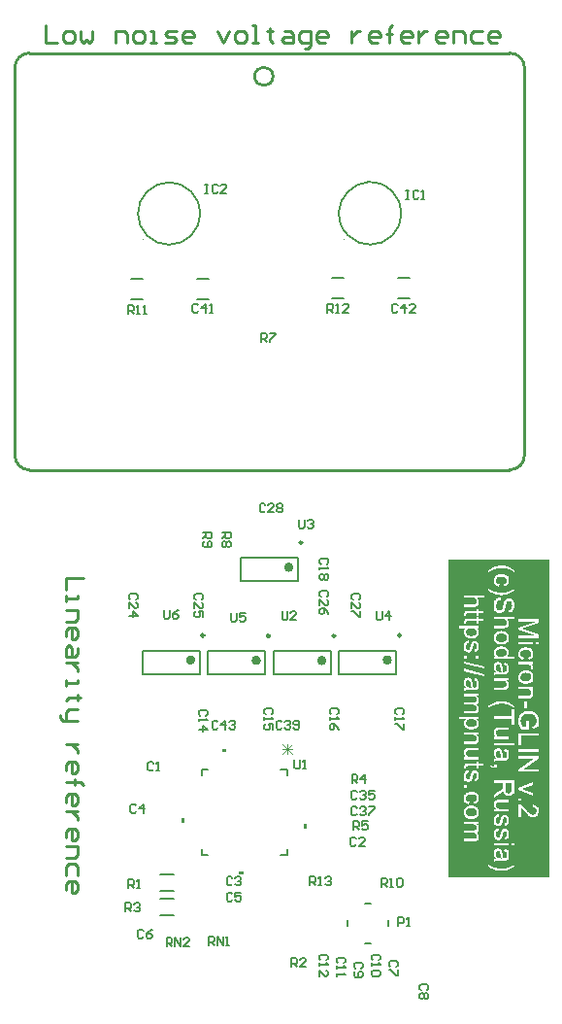
<source format=gto>
G04*
G04 #@! TF.GenerationSoftware,Altium Limited,Altium Designer,21.8.1 (53)*
G04*
G04 Layer_Color=65535*
%FSLAX24Y24*%
%MOIN*%
G70*
G04*
G04 #@! TF.SameCoordinates,EDC69185-3C86-4443-AEAC-3931C59231B4*
G04*
G04*
G04 #@! TF.FilePolarity,Positive*
G04*
G01*
G75*
%ADD10C,0.0098*%
%ADD11C,0.0157*%
%ADD12C,0.0100*%
%ADD13C,0.0039*%
%ADD14C,0.0079*%
%ADD15C,0.0060*%
%ADD16C,0.0030*%
%ADD17C,0.0059*%
G36*
X-10791Y-10477D02*
Y-10327D01*
X-10891D01*
Y-10477D01*
X-10791D01*
D02*
G37*
G36*
X-9356Y-8057D02*
Y-7957D01*
X-9506D01*
Y-8057D01*
X-9356D01*
D02*
G37*
G36*
X-8765Y-12157D02*
Y-12257D01*
X-8915D01*
Y-12157D01*
X-8765D01*
D02*
G37*
G36*
X-6691Y-10674D02*
Y-10524D01*
X-6591D01*
Y-10674D01*
X-6691D01*
D02*
G37*
G36*
X120Y-1737D02*
X152Y-1739D01*
X168Y-1741D01*
X182Y-1743D01*
X196Y-1744D01*
X208Y-1747D01*
X220Y-1748D01*
X230Y-1750D01*
X240Y-1752D01*
X248Y-1753D01*
X254Y-1755D01*
X259Y-1755D01*
X262Y-1756D01*
X263D01*
X289Y-1763D01*
X313Y-1770D01*
X336Y-1778D01*
X346Y-1781D01*
X356Y-1784D01*
X365Y-1788D01*
X373Y-1791D01*
X379Y-1794D01*
X385Y-1796D01*
X390Y-1797D01*
X393Y-1799D01*
X396Y-1800D01*
X396D01*
X404Y-1804D01*
X414Y-1809D01*
X424Y-1814D01*
X435Y-1820D01*
X458Y-1832D01*
X481Y-1845D01*
X492Y-1851D01*
X502Y-1856D01*
X511Y-1861D01*
X519Y-1866D01*
X525Y-1870D01*
X530Y-1873D01*
X534Y-1874D01*
X534Y-1875D01*
X-358D01*
X-337Y-1862D01*
X-317Y-1851D01*
X-296Y-1840D01*
X-275Y-1829D01*
X-234Y-1811D01*
X-195Y-1795D01*
X-156Y-1781D01*
X-120Y-1770D01*
X-84Y-1761D01*
X-52Y-1754D01*
X-21Y-1748D01*
X-8Y-1746D01*
X5Y-1744D01*
X18Y-1742D01*
X30Y-1741D01*
X40Y-1739D01*
X49Y-1738D01*
X58Y-1738D01*
X66Y-1737D01*
X72D01*
X77Y-1736D01*
X82D01*
X86D01*
X87D01*
X88D01*
X120Y-1737D01*
D02*
G37*
G36*
X534Y-2668D02*
X89D01*
X109Y-2667D01*
X129Y-2666D01*
X149Y-2665D01*
X168Y-2662D01*
X186Y-2659D01*
X204Y-2657D01*
X220Y-2653D01*
X235Y-2650D01*
X249Y-2646D01*
X262Y-2643D01*
X273Y-2640D01*
X282Y-2637D01*
X289Y-2635D01*
X295Y-2633D01*
X298Y-2632D01*
X300Y-2631D01*
X322Y-2623D01*
X344Y-2614D01*
X386Y-2594D01*
X407Y-2583D01*
X426Y-2572D01*
X444Y-2562D01*
X461Y-2552D01*
X477Y-2542D01*
X492Y-2533D01*
X504Y-2524D01*
X514Y-2517D01*
X523Y-2511D01*
X529Y-2507D01*
X533Y-2504D01*
X534Y-2503D01*
Y-2668D01*
D02*
G37*
G36*
X671Y-1433D02*
X1731D01*
Y-12350D01*
X671D01*
Y-12350D01*
X-358D01*
Y-12132D01*
X-358D01*
Y-11968D01*
X-324Y-11992D01*
X-289Y-12014D01*
X-255Y-12034D01*
X-238Y-12043D01*
X-223Y-12051D01*
X-208Y-12059D01*
X-195Y-12065D01*
X-183Y-12070D01*
X-173Y-12075D01*
X-165Y-12079D01*
X-159Y-12082D01*
X-155Y-12083D01*
X-154Y-12084D01*
X-131Y-12093D01*
X-110Y-12100D01*
X-88Y-12107D01*
X-66Y-12112D01*
X-46Y-12117D01*
X-26Y-12121D01*
X-7Y-12124D01*
X11Y-12127D01*
X28Y-12129D01*
X43Y-12130D01*
X56Y-12131D01*
X67Y-12132D01*
X76Y-12132D01*
X-144D01*
X534D01*
Y-11908D01*
X517Y-11918D01*
X500Y-11927D01*
X485Y-11936D01*
X471Y-11943D01*
X458Y-11950D01*
X447Y-11956D01*
X437Y-11962D01*
X428Y-11966D01*
X420Y-11970D01*
X413Y-11974D01*
X407Y-11977D01*
X403Y-11979D01*
X399Y-11980D01*
X397Y-11982D01*
X396Y-11983D01*
X395D01*
X370Y-11992D01*
X347Y-12001D01*
X325Y-12008D01*
X314Y-12012D01*
X304Y-12015D01*
X295Y-12017D01*
X286Y-12019D01*
X279Y-12022D01*
X273Y-12023D01*
X268Y-12025D01*
X264Y-12025D01*
X262Y-12026D01*
X261D01*
X229Y-12033D01*
X198Y-12038D01*
X183Y-12040D01*
X168Y-12042D01*
X155Y-12043D01*
X142Y-12045D01*
X131Y-12045D01*
X120Y-12046D01*
X111D01*
X103Y-12047D01*
X97D01*
X92D01*
X89D01*
X88D01*
X67Y-12046D01*
X46Y-12045D01*
X4Y-12041D01*
X-36Y-12034D01*
X-76Y-12025D01*
X-114Y-12014D01*
X-151Y-12003D01*
X-186Y-11991D01*
X-219Y-11977D01*
X-249Y-11964D01*
X-263Y-11958D01*
X-276Y-11952D01*
X-288Y-11946D01*
X-300Y-11941D01*
X-310Y-11935D01*
X-320Y-11929D01*
X-328Y-11925D01*
X-336Y-11921D01*
X-342Y-11917D01*
X-348Y-11914D01*
X-352Y-11912D01*
X-356Y-11910D01*
X-357Y-11909D01*
X-358Y-11908D01*
X534D01*
X-358D01*
Y-6529D01*
X534D01*
Y-6304D01*
D01*
Y-6469D01*
X512Y-6453D01*
X491Y-6438D01*
X469Y-6425D01*
X449Y-6411D01*
X428Y-6400D01*
X409Y-6389D01*
X390Y-6380D01*
X373Y-6372D01*
X357Y-6364D01*
X343Y-6358D01*
X331Y-6352D01*
X320Y-6348D01*
X311Y-6344D01*
X305Y-6342D01*
X301Y-6341D01*
X300Y-6340D01*
X280Y-6334D01*
X261Y-6328D01*
X224Y-6319D01*
X206Y-6316D01*
X188Y-6313D01*
X172Y-6311D01*
X156Y-6309D01*
X142Y-6307D01*
X128Y-6307D01*
X117Y-6305D01*
X107D01*
X100Y-6304D01*
X89D01*
X65Y-6305D01*
X42Y-6307D01*
X20Y-6309D01*
X-2Y-6312D01*
X-23Y-6316D01*
X-43Y-6319D01*
X-62Y-6324D01*
X-80Y-6328D01*
X-95Y-6332D01*
X-110Y-6337D01*
X-123Y-6341D01*
X-134Y-6344D01*
X-142Y-6347D01*
X-148Y-6349D01*
X-152Y-6351D01*
X-154Y-6352D01*
X-175Y-6361D01*
X-196Y-6371D01*
X-215Y-6380D01*
X-235Y-6390D01*
X-252Y-6400D01*
X-269Y-6410D01*
X-285Y-6420D01*
X-300Y-6428D01*
X-312Y-6437D01*
X-324Y-6445D01*
X-334Y-6451D01*
X-342Y-6457D01*
X-349Y-6462D01*
X-354Y-6466D01*
X-357Y-6468D01*
X-358Y-6469D01*
Y-6304D01*
X-358D01*
Y-2668D01*
X-97D01*
X-358D01*
Y-2503D01*
X-324Y-2527D01*
X-289Y-2549D01*
X-255Y-2569D01*
X-238Y-2578D01*
X-223Y-2586D01*
X-208Y-2594D01*
X-195Y-2600D01*
X-183Y-2606D01*
X-173Y-2610D01*
X-165Y-2614D01*
X-159Y-2617D01*
X-155Y-2618D01*
X-154Y-2619D01*
X-131Y-2628D01*
X-110Y-2635D01*
X-88Y-2642D01*
X-66Y-2647D01*
X-46Y-2652D01*
X-26Y-2656D01*
X-7Y-2659D01*
X11Y-2662D01*
X28Y-2664D01*
X43Y-2665D01*
X56Y-2666D01*
X67Y-2667D01*
X76Y-2668D01*
X534D01*
Y-2443D01*
X517Y-2454D01*
X500Y-2462D01*
X485Y-2471D01*
X471Y-2479D01*
X458Y-2485D01*
X447Y-2491D01*
X437Y-2497D01*
X428Y-2502D01*
X420Y-2505D01*
X413Y-2509D01*
X407Y-2512D01*
X403Y-2514D01*
X399Y-2516D01*
X397Y-2517D01*
X396Y-2518D01*
X395D01*
X370Y-2527D01*
X347Y-2536D01*
X325Y-2544D01*
X314Y-2547D01*
X304Y-2550D01*
X295Y-2552D01*
X286Y-2555D01*
X279Y-2557D01*
X273Y-2558D01*
X268Y-2560D01*
X264Y-2561D01*
X262Y-2561D01*
X261D01*
X229Y-2568D01*
X198Y-2573D01*
X183Y-2575D01*
X168Y-2577D01*
X155Y-2578D01*
X142Y-2580D01*
X131Y-2580D01*
X120Y-2581D01*
X111D01*
X103Y-2582D01*
X97D01*
X92D01*
X89D01*
X88D01*
X67Y-2581D01*
X46Y-2580D01*
X4Y-2576D01*
X-36Y-2569D01*
X-76Y-2561D01*
X-114Y-2549D01*
X-151Y-2538D01*
X-186Y-2526D01*
X-219Y-2513D01*
X-249Y-2499D01*
X-263Y-2493D01*
X-276Y-2488D01*
X-288Y-2481D01*
X-300Y-2476D01*
X-310Y-2470D01*
X-320Y-2465D01*
X-328Y-2460D01*
X-336Y-2456D01*
X-342Y-2452D01*
X-348Y-2449D01*
X-352Y-2447D01*
X-356Y-2445D01*
X-357Y-2444D01*
X-358Y-2443D01*
X-358D01*
Y-1875D01*
X534D01*
Y-1651D01*
D01*
Y-1815D01*
X512Y-1799D01*
X491Y-1784D01*
X469Y-1771D01*
X449Y-1758D01*
X428Y-1747D01*
X409Y-1735D01*
X390Y-1726D01*
X373Y-1718D01*
X357Y-1710D01*
X343Y-1704D01*
X331Y-1699D01*
X320Y-1694D01*
X311Y-1690D01*
X305Y-1688D01*
X301Y-1687D01*
X300Y-1686D01*
X280Y-1680D01*
X261Y-1674D01*
X224Y-1665D01*
X206Y-1662D01*
X188Y-1659D01*
X172Y-1657D01*
X156Y-1655D01*
X142Y-1654D01*
X128Y-1653D01*
X117Y-1651D01*
X107D01*
X100Y-1651D01*
X89D01*
X65Y-1651D01*
X42Y-1653D01*
X20Y-1655D01*
X-2Y-1658D01*
X-23Y-1662D01*
X-43Y-1665D01*
X-62Y-1670D01*
X-80Y-1674D01*
X-95Y-1679D01*
X-110Y-1683D01*
X-123Y-1687D01*
X-134Y-1690D01*
X-142Y-1693D01*
X-148Y-1696D01*
X-152Y-1697D01*
X-154Y-1698D01*
X-175Y-1707D01*
X-196Y-1717D01*
X-215Y-1727D01*
X-235Y-1736D01*
X-252Y-1747D01*
X-269Y-1756D01*
X-285Y-1766D01*
X-300Y-1775D01*
X-312Y-1783D01*
X-324Y-1791D01*
X-334Y-1797D01*
X-342Y-1803D01*
X-349Y-1809D01*
X-354Y-1812D01*
X-357Y-1814D01*
X-358Y-1815D01*
Y-1651D01*
X-358D01*
Y-1433D01*
X671D01*
Y-1433D01*
D02*
G37*
G36*
X120Y-6391D02*
X152Y-6393D01*
X168Y-6394D01*
X182Y-6397D01*
X196Y-6398D01*
X208Y-6400D01*
X220Y-6402D01*
X230Y-6403D01*
X240Y-6406D01*
X248Y-6407D01*
X254Y-6408D01*
X259Y-6409D01*
X262Y-6410D01*
X263D01*
X289Y-6417D01*
X313Y-6424D01*
X336Y-6431D01*
X346Y-6435D01*
X356Y-6438D01*
X365Y-6442D01*
X373Y-6445D01*
X379Y-6448D01*
X385Y-6450D01*
X390Y-6451D01*
X393Y-6453D01*
X396Y-6454D01*
X396D01*
X404Y-6458D01*
X414Y-6462D01*
X424Y-6468D01*
X435Y-6473D01*
X458Y-6486D01*
X481Y-6499D01*
X492Y-6504D01*
X502Y-6510D01*
X511Y-6515D01*
X519Y-6520D01*
X525Y-6524D01*
X530Y-6527D01*
X534Y-6528D01*
X534Y-6529D01*
X-358D01*
X-337Y-6516D01*
X-317Y-6504D01*
X-296Y-6493D01*
X-275Y-6483D01*
X-234Y-6465D01*
X-195Y-6448D01*
X-156Y-6435D01*
X-120Y-6424D01*
X-84Y-6414D01*
X-52Y-6408D01*
X-21Y-6402D01*
X-8Y-6400D01*
X5Y-6397D01*
X18Y-6396D01*
X30Y-6394D01*
X40Y-6393D01*
X49Y-6392D01*
X58Y-6392D01*
X66Y-6391D01*
X72D01*
X77Y-6390D01*
X82D01*
X86D01*
X87D01*
X88D01*
X120Y-6391D01*
D02*
G37*
G36*
X534Y-12132D02*
X89D01*
X109Y-12132D01*
X129Y-12131D01*
X149Y-12129D01*
X168Y-12127D01*
X186Y-12124D01*
X204Y-12121D01*
X220Y-12118D01*
X235Y-12115D01*
X249Y-12111D01*
X262Y-12108D01*
X273Y-12104D01*
X282Y-12102D01*
X289Y-12100D01*
X295Y-12098D01*
X298Y-12097D01*
X300Y-12096D01*
X322Y-12088D01*
X344Y-12079D01*
X386Y-12059D01*
X407Y-12048D01*
X426Y-12037D01*
X444Y-12027D01*
X461Y-12017D01*
X477Y-12007D01*
X492Y-11997D01*
X504Y-11989D01*
X514Y-11982D01*
X523Y-11976D01*
X529Y-11972D01*
X533Y-11969D01*
X534Y-11968D01*
Y-12132D01*
D02*
G37*
G36*
X-358Y-12350D02*
X-1731D01*
Y-1433D01*
X-358D01*
Y-12350D01*
D02*
G37*
%LPC*%
G36*
X347Y-1948D02*
D01*
Y-2172D01*
X345Y-2149D01*
X342Y-2127D01*
X337Y-2107D01*
X334Y-2098D01*
X332Y-2089D01*
X329Y-2082D01*
X326Y-2075D01*
X324Y-2069D01*
X321Y-2064D01*
X320Y-2059D01*
X318Y-2057D01*
X317Y-2055D01*
Y-2054D01*
X304Y-2035D01*
X290Y-2019D01*
X275Y-2005D01*
X261Y-1994D01*
X247Y-1985D01*
X241Y-1982D01*
X236Y-1979D01*
X232Y-1977D01*
X230Y-1975D01*
X227Y-1974D01*
X227D01*
X204Y-1965D01*
X179Y-1959D01*
X156Y-1955D01*
X134Y-1951D01*
X124Y-1950D01*
X115Y-1949D01*
X107Y-1949D01*
X100D01*
X94Y-1948D01*
X86D01*
X64Y-1949D01*
X43Y-1951D01*
X23Y-1954D01*
X4Y-1958D01*
X-13Y-1962D01*
X-28Y-1967D01*
X-42Y-1973D01*
X-55Y-1979D01*
X-66Y-1984D01*
X-76Y-1990D01*
X-84Y-1995D01*
X-91Y-2000D01*
X-97Y-2003D01*
X-100Y-2006D01*
X-103Y-2009D01*
X-103Y-2009D01*
X-115Y-2021D01*
X-125Y-2034D01*
X-134Y-2047D01*
X-141Y-2060D01*
X-148Y-2074D01*
X-153Y-2087D01*
X-157Y-2101D01*
X-161Y-2113D01*
X-164Y-2125D01*
X-165Y-2136D01*
X-167Y-2147D01*
X-168Y-2155D01*
Y-2162D01*
X-169Y-2167D01*
Y-2172D01*
X-168Y-2186D01*
X-167Y-2200D01*
X-165Y-2214D01*
X-162Y-2227D01*
X-158Y-2239D01*
X-154Y-2250D01*
X-150Y-2260D01*
X-145Y-2270D01*
X-140Y-2278D01*
X-137Y-2286D01*
X-132Y-2292D01*
X-128Y-2298D01*
X-125Y-2302D01*
X-123Y-2305D01*
X-122Y-2307D01*
X-121Y-2307D01*
X-111Y-2317D01*
X-102Y-2327D01*
X-91Y-2335D01*
X-80Y-2341D01*
X-69Y-2348D01*
X-58Y-2354D01*
X-37Y-2363D01*
X-27Y-2366D01*
X-18Y-2369D01*
X-10Y-2372D01*
X-2Y-2374D01*
X4Y-2375D01*
X8Y-2376D01*
X11Y-2377D01*
X-169D01*
X347D01*
X12D01*
X23Y-2295D01*
X11Y-2293D01*
X1Y-2290D01*
X-10Y-2288D01*
X-18Y-2285D01*
X-27Y-2281D01*
X-35Y-2278D01*
X-41Y-2274D01*
X-48Y-2271D01*
X-53Y-2267D01*
X-58Y-2264D01*
X-65Y-2258D01*
X-69Y-2254D01*
X-70Y-2254D01*
X-71Y-2253D01*
X-80Y-2240D01*
X-88Y-2226D01*
X-93Y-2212D01*
X-97Y-2200D01*
X-99Y-2188D01*
X-100Y-2183D01*
Y-2179D01*
X-100Y-2175D01*
Y-2171D01*
X-100Y-2160D01*
X-98Y-2149D01*
X-96Y-2139D01*
X-93Y-2130D01*
X-86Y-2113D01*
X-77Y-2098D01*
X-74Y-2092D01*
X-69Y-2087D01*
X-66Y-2082D01*
X-62Y-2078D01*
X-60Y-2075D01*
X-58Y-2073D01*
X-56Y-2072D01*
X-55Y-2071D01*
X-46Y-2065D01*
X-36Y-2059D01*
X-25Y-2054D01*
X-14Y-2050D01*
X10Y-2042D01*
X34Y-2038D01*
X45Y-2037D01*
X55Y-2036D01*
X65Y-2035D01*
X73Y-2034D01*
X80Y-2034D01*
X85D01*
X89D01*
X89D01*
X107Y-2034D01*
X124Y-2035D01*
X139Y-2037D01*
X153Y-2040D01*
X166Y-2042D01*
X178Y-2046D01*
X188Y-2050D01*
X198Y-2054D01*
X206Y-2057D01*
X213Y-2060D01*
X219Y-2064D01*
X224Y-2067D01*
X228Y-2069D01*
X230Y-2071D01*
X232Y-2072D01*
X232Y-2073D01*
X241Y-2080D01*
X247Y-2088D01*
X254Y-2097D01*
X259Y-2105D01*
X263Y-2114D01*
X267Y-2122D01*
X272Y-2138D01*
X276Y-2153D01*
X277Y-2159D01*
X277Y-2165D01*
X278Y-2169D01*
Y-2175D01*
X277Y-2190D01*
X275Y-2204D01*
X270Y-2216D01*
X266Y-2226D01*
X261Y-2234D01*
X257Y-2241D01*
X254Y-2245D01*
X252Y-2246D01*
X242Y-2256D01*
X230Y-2265D01*
X218Y-2272D01*
X206Y-2278D01*
X195Y-2282D01*
X186Y-2285D01*
X182Y-2286D01*
X180Y-2287D01*
X179Y-2288D01*
X178D01*
X190Y-2369D01*
X204Y-2366D01*
X217Y-2361D01*
X229Y-2357D01*
X240Y-2352D01*
X250Y-2347D01*
X260Y-2341D01*
X268Y-2336D01*
X276Y-2330D01*
X283Y-2325D01*
X289Y-2320D01*
X294Y-2316D01*
X298Y-2311D01*
X301Y-2308D01*
X303Y-2305D01*
X305Y-2304D01*
X306Y-2303D01*
X313Y-2293D01*
X320Y-2283D01*
X325Y-2272D01*
X329Y-2261D01*
X337Y-2239D01*
X342Y-2218D01*
X343Y-2209D01*
X345Y-2200D01*
X345Y-2192D01*
X346Y-2185D01*
X347Y-2180D01*
Y-1948D01*
D02*
G37*
G36*
X535Y-2746D02*
X61D01*
D01*
X535D01*
D01*
D02*
G37*
G36*
X61D02*
X-169D01*
Y-3287D01*
D01*
Y-3036D01*
X-168Y-3062D01*
X-165Y-3087D01*
X-161Y-3109D01*
X-158Y-3119D01*
X-156Y-3128D01*
X-154Y-3137D01*
X-151Y-3144D01*
X-148Y-3151D01*
X-147Y-3156D01*
X-145Y-3161D01*
X-144Y-3164D01*
X-142Y-3166D01*
Y-3166D01*
X-131Y-3187D01*
X-120Y-3205D01*
X-107Y-3220D01*
X-95Y-3233D01*
X-84Y-3243D01*
X-76Y-3250D01*
X-72Y-3253D01*
X-70Y-3254D01*
X-69Y-3256D01*
X-68D01*
X-59Y-3262D01*
X-49Y-3266D01*
X-32Y-3274D01*
X-15Y-3280D01*
X1Y-3284D01*
X15Y-3286D01*
X20Y-3287D01*
X25D01*
X29Y-3287D01*
X-169D01*
X535D01*
X34D01*
X54Y-3286D01*
X72Y-3283D01*
X89Y-3279D01*
X103Y-3273D01*
X114Y-3268D01*
X120Y-3265D01*
X123Y-3263D01*
X126Y-3262D01*
X128Y-3260D01*
X130Y-3259D01*
X131D01*
X138Y-3253D01*
X145Y-3247D01*
X159Y-3233D01*
X171Y-3219D01*
X181Y-3204D01*
X189Y-3192D01*
X193Y-3186D01*
X195Y-3180D01*
X197Y-3177D01*
X199Y-3174D01*
X200Y-3172D01*
Y-3171D01*
X204Y-3163D01*
X207Y-3152D01*
X211Y-3142D01*
X215Y-3130D01*
X221Y-3105D01*
X228Y-3080D01*
X232Y-3068D01*
X234Y-3057D01*
X237Y-3047D01*
X238Y-3038D01*
X241Y-3031D01*
X242Y-3025D01*
X243Y-3022D01*
Y-3020D01*
X247Y-3000D01*
X252Y-2983D01*
X257Y-2967D01*
X261Y-2952D01*
X266Y-2940D01*
X269Y-2929D01*
X273Y-2919D01*
X277Y-2911D01*
X280Y-2904D01*
X283Y-2899D01*
X286Y-2894D01*
X288Y-2890D01*
X290Y-2887D01*
X292Y-2886D01*
X292Y-2885D01*
X302Y-2876D01*
X311Y-2870D01*
X322Y-2865D01*
X331Y-2862D01*
X339Y-2860D01*
X346Y-2859D01*
X351Y-2859D01*
X351D01*
X352D01*
X360Y-2859D01*
X368Y-2860D01*
X381Y-2865D01*
X393Y-2871D01*
X404Y-2877D01*
X413Y-2884D01*
X419Y-2890D01*
X423Y-2894D01*
X424Y-2895D01*
Y-2896D01*
X430Y-2903D01*
X435Y-2912D01*
X442Y-2930D01*
X447Y-2949D01*
X451Y-2969D01*
X452Y-2978D01*
X453Y-2987D01*
X454Y-2995D01*
Y-3001D01*
X455Y-3007D01*
Y-3028D01*
X453Y-3042D01*
X452Y-3054D01*
X449Y-3066D01*
X447Y-3076D01*
X444Y-3086D01*
X441Y-3095D01*
X438Y-3103D01*
X435Y-3110D01*
X432Y-3116D01*
X429Y-3121D01*
X427Y-3125D01*
X424Y-3128D01*
X423Y-3131D01*
X422Y-3132D01*
X421Y-3133D01*
X415Y-3140D01*
X408Y-3147D01*
X393Y-3157D01*
X376Y-3166D01*
X361Y-3172D01*
X347Y-3176D01*
X341Y-3178D01*
X335Y-3179D01*
X331Y-3180D01*
X328D01*
X325Y-3180D01*
X325D01*
X331Y-3267D01*
X353Y-3265D01*
X373Y-3260D01*
X392Y-3255D01*
X407Y-3249D01*
X414Y-3245D01*
X421Y-3243D01*
X426Y-3240D01*
X430Y-3238D01*
X434Y-3236D01*
X436Y-3234D01*
X438Y-3234D01*
X438Y-3233D01*
X455Y-3220D01*
X469Y-3206D01*
X482Y-3192D01*
X492Y-3177D01*
X500Y-3164D01*
X503Y-3158D01*
X506Y-3154D01*
X508Y-3150D01*
X508Y-3147D01*
X510Y-3145D01*
Y-3144D01*
X518Y-3122D01*
X525Y-3099D01*
X529Y-3076D01*
X532Y-3056D01*
X533Y-3046D01*
X534Y-3038D01*
X534Y-3030D01*
X535Y-3023D01*
Y-3011D01*
X534Y-2986D01*
X531Y-2962D01*
X528Y-2941D01*
X525Y-2932D01*
X523Y-2923D01*
X521Y-2915D01*
X519Y-2907D01*
X517Y-2901D01*
X515Y-2896D01*
X514Y-2892D01*
X512Y-2888D01*
X511Y-2887D01*
Y-2886D01*
X502Y-2866D01*
X491Y-2849D01*
X480Y-2834D01*
X469Y-2823D01*
X458Y-2813D01*
X450Y-2806D01*
X447Y-2803D01*
X445Y-2802D01*
X444Y-2800D01*
X443D01*
X426Y-2791D01*
X409Y-2783D01*
X393Y-2779D01*
X379Y-2775D01*
X365Y-2773D01*
X360Y-2772D01*
X356D01*
X352Y-2772D01*
X349D01*
X348D01*
X347D01*
X330Y-2772D01*
X314Y-2775D01*
X299Y-2779D01*
X286Y-2783D01*
X276Y-2788D01*
X268Y-2792D01*
X265Y-2793D01*
X263Y-2794D01*
X262Y-2795D01*
X261D01*
X248Y-2805D01*
X235Y-2817D01*
X225Y-2828D01*
X215Y-2841D01*
X208Y-2851D01*
X203Y-2860D01*
X201Y-2864D01*
X200Y-2866D01*
X199Y-2868D01*
Y-2868D01*
X195Y-2876D01*
X191Y-2885D01*
X187Y-2894D01*
X184Y-2904D01*
X176Y-2926D01*
X170Y-2948D01*
X167Y-2958D01*
X164Y-2967D01*
X162Y-2976D01*
X159Y-2984D01*
X158Y-2990D01*
X156Y-2995D01*
X156Y-2998D01*
Y-2999D01*
X152Y-3016D01*
X148Y-3031D01*
X145Y-3045D01*
X141Y-3057D01*
X138Y-3068D01*
X136Y-3079D01*
X133Y-3087D01*
X131Y-3095D01*
X129Y-3101D01*
X127Y-3107D01*
X125Y-3111D01*
X125Y-3114D01*
X124Y-3117D01*
X123Y-3118D01*
X123Y-3120D01*
X116Y-3135D01*
X109Y-3147D01*
X103Y-3158D01*
X97Y-3166D01*
X91Y-3173D01*
X86Y-3178D01*
X83Y-3180D01*
X83Y-3181D01*
X74Y-3188D01*
X64Y-3192D01*
X55Y-3196D01*
X46Y-3198D01*
X38Y-3200D01*
X32Y-3200D01*
X28D01*
X27D01*
X27D01*
X16Y-3200D01*
X4Y-3197D01*
X-5Y-3194D01*
X-14Y-3191D01*
X-21Y-3187D01*
X-27Y-3183D01*
X-30Y-3181D01*
X-32Y-3180D01*
X-41Y-3172D01*
X-49Y-3164D01*
X-57Y-3153D01*
X-63Y-3144D01*
X-67Y-3135D01*
X-71Y-3128D01*
X-72Y-3125D01*
X-73Y-3123D01*
X-74Y-3122D01*
Y-3121D01*
X-79Y-3107D01*
X-83Y-3091D01*
X-85Y-3076D01*
X-86Y-3062D01*
X-88Y-3050D01*
Y-3045D01*
X-89Y-3040D01*
Y-3031D01*
X-88Y-3010D01*
X-86Y-2991D01*
X-82Y-2972D01*
X-78Y-2957D01*
X-77Y-2950D01*
X-75Y-2944D01*
X-73Y-2939D01*
X-72Y-2935D01*
X-70Y-2931D01*
X-69Y-2929D01*
X-69Y-2927D01*
Y-2927D01*
X-61Y-2910D01*
X-52Y-2896D01*
X-44Y-2885D01*
X-35Y-2875D01*
X-27Y-2868D01*
X-21Y-2862D01*
X-18Y-2859D01*
X-16Y-2858D01*
X-3Y-2851D01*
X11Y-2845D01*
X25Y-2840D01*
X38Y-2837D01*
X51Y-2834D01*
X55Y-2833D01*
X60Y-2832D01*
X63Y-2831D01*
X66Y-2831D01*
X68D01*
X69D01*
X61Y-2746D01*
D01*
X49Y-2747D01*
X36Y-2748D01*
X13Y-2752D01*
X-8Y-2758D01*
X-18Y-2761D01*
X-26Y-2765D01*
X-34Y-2768D01*
X-41Y-2772D01*
X-47Y-2775D01*
X-52Y-2778D01*
X-57Y-2780D01*
X-60Y-2781D01*
X-61Y-2782D01*
X-62Y-2783D01*
X-81Y-2797D01*
X-97Y-2813D01*
X-111Y-2829D01*
X-123Y-2845D01*
X-131Y-2859D01*
X-134Y-2865D01*
X-137Y-2870D01*
X-139Y-2874D01*
X-141Y-2877D01*
X-142Y-2879D01*
Y-2880D01*
X-151Y-2905D01*
X-158Y-2931D01*
X-162Y-2957D01*
X-165Y-2981D01*
X-167Y-2993D01*
X-168Y-3003D01*
X-168Y-3012D01*
Y-3020D01*
X-169Y-3027D01*
Y-2746D01*
X61D01*
D01*
D02*
G37*
G36*
X523Y-3400D02*
X-158D01*
Y-3483D01*
X111D01*
X132Y-3484D01*
X151Y-3485D01*
X166Y-3487D01*
X179Y-3490D01*
X189Y-3492D01*
X196Y-3494D01*
X199Y-3495D01*
X201Y-3496D01*
X202Y-3496D01*
X214Y-3502D01*
X224Y-3510D01*
X233Y-3517D01*
X241Y-3525D01*
X246Y-3532D01*
X251Y-3538D01*
X254Y-3541D01*
X255Y-3543D01*
X261Y-3555D01*
X266Y-3568D01*
X269Y-3580D01*
X272Y-3590D01*
X274Y-3600D01*
X275Y-3607D01*
Y-3613D01*
X273Y-3631D01*
X270Y-3646D01*
X266Y-3659D01*
X261Y-3670D01*
X255Y-3679D01*
X250Y-3685D01*
X247Y-3688D01*
X246Y-3690D01*
X240Y-3695D01*
X234Y-3699D01*
X219Y-3705D01*
X204Y-3710D01*
X189Y-3713D01*
X176Y-3716D01*
X170Y-3716D01*
X165D01*
X160Y-3717D01*
X157D01*
X155D01*
X154D01*
X-158D01*
Y-3800D01*
X523D01*
X168D01*
X180Y-3800D01*
X192Y-3799D01*
X202Y-3797D01*
X213Y-3796D01*
X221Y-3794D01*
X230Y-3793D01*
X237Y-3792D01*
X244Y-3790D01*
X249Y-3789D01*
X254Y-3787D01*
X258Y-3786D01*
X261Y-3784D01*
X263Y-3783D01*
X264Y-3783D01*
X265D01*
X278Y-3775D01*
X291Y-3766D01*
X301Y-3756D01*
X309Y-3747D01*
X316Y-3738D01*
X321Y-3731D01*
X323Y-3728D01*
X324Y-3726D01*
X325Y-3725D01*
Y-3724D01*
X332Y-3709D01*
X337Y-3693D01*
X342Y-3677D01*
X344Y-3662D01*
X345Y-3649D01*
X346Y-3644D01*
X347Y-3639D01*
Y-3630D01*
X346Y-3614D01*
X344Y-3598D01*
X340Y-3583D01*
X337Y-3569D01*
X331Y-3557D01*
X325Y-3544D01*
X319Y-3533D01*
X313Y-3524D01*
X306Y-3514D01*
X300Y-3506D01*
X294Y-3499D01*
X289Y-3493D01*
X285Y-3489D01*
X281Y-3486D01*
X279Y-3484D01*
X278Y-3483D01*
X523D01*
Y-3400D01*
D02*
G37*
G36*
X1364Y-3837D02*
Y-3838D01*
D01*
Y-3837D01*
D02*
G37*
G36*
Y-3904D02*
Y-3906D01*
D01*
Y-3904D01*
D02*
G37*
G36*
Y-3489D02*
X682D01*
Y-3766D01*
Y-3576D01*
X1262D01*
X682Y-3772D01*
Y-3854D01*
X1253Y-4053D01*
X682D01*
Y-4050D01*
Y-4140D01*
X1364D01*
Y-4018D01*
X890Y-3854D01*
X876Y-3850D01*
X865Y-3845D01*
X853Y-3842D01*
X843Y-3838D01*
X832Y-3835D01*
X823Y-3832D01*
X815Y-3829D01*
X808Y-3827D01*
X802Y-3825D01*
X796Y-3823D01*
X792Y-3822D01*
X787Y-3820D01*
X784Y-3820D01*
X782Y-3819D01*
X781Y-3818D01*
X781D01*
X787Y-3816D01*
X795Y-3814D01*
X810Y-3809D01*
X827Y-3803D01*
X843Y-3798D01*
X858Y-3793D01*
X865Y-3791D01*
X870Y-3789D01*
X874Y-3788D01*
X878Y-3786D01*
X880Y-3786D01*
X881D01*
X1364Y-3624D01*
Y-3489D01*
D02*
G37*
G36*
X94Y-3898D02*
X89D01*
X66Y-3899D01*
X44Y-3901D01*
X24Y-3904D01*
X6Y-3907D01*
X-11Y-3913D01*
X-27Y-3918D01*
X-41Y-3924D01*
X-54Y-3930D01*
X-65Y-3935D01*
X-75Y-3941D01*
X-83Y-3947D01*
X-90Y-3952D01*
X-96Y-3955D01*
X-100Y-3958D01*
X-102Y-3961D01*
X-103Y-3961D01*
X-114Y-3974D01*
X-125Y-3987D01*
X-134Y-4000D01*
X-141Y-4014D01*
X-148Y-4028D01*
X-153Y-4042D01*
X-157Y-4056D01*
X-161Y-4069D01*
X-163Y-4082D01*
X-165Y-4093D01*
X-167Y-4103D01*
X-168Y-4112D01*
Y-4119D01*
X-169Y-4124D01*
Y-4129D01*
X-168Y-4152D01*
X-165Y-4175D01*
X-159Y-4194D01*
X-157Y-4204D01*
X-154Y-4212D01*
X-151Y-4220D01*
X-149Y-4227D01*
X-146Y-4233D01*
X-144Y-4238D01*
X-142Y-4242D01*
X-141Y-4245D01*
X-139Y-4247D01*
Y-4248D01*
X-127Y-4267D01*
X-114Y-4284D01*
X-100Y-4298D01*
X-86Y-4310D01*
X-74Y-4319D01*
X-68Y-4323D01*
X-63Y-4326D01*
X-60Y-4328D01*
X-57Y-4330D01*
X-55Y-4331D01*
X-55D01*
X-44Y-4336D01*
X-32Y-4341D01*
X-8Y-4348D01*
X17Y-4353D01*
X41Y-4356D01*
X52Y-4358D01*
X62Y-4358D01*
X72Y-4359D01*
X80D01*
X86Y-4360D01*
X-169D01*
X95D01*
X117Y-4359D01*
X137Y-4357D01*
X156Y-4354D01*
X174Y-4349D01*
X190Y-4345D01*
X205Y-4339D01*
X219Y-4333D01*
X232Y-4327D01*
X243Y-4321D01*
X252Y-4316D01*
X261Y-4310D01*
X267Y-4305D01*
X273Y-4301D01*
X277Y-4298D01*
X279Y-4296D01*
X280Y-4295D01*
X292Y-4282D01*
X302Y-4269D01*
X311Y-4256D01*
X319Y-4242D01*
X325Y-4228D01*
X331Y-4214D01*
X335Y-4200D01*
X339Y-4188D01*
X341Y-4175D01*
X343Y-4164D01*
X345Y-4155D01*
X346Y-4146D01*
Y-4138D01*
X347Y-4133D01*
Y-4317D01*
Y-4129D01*
X346Y-4112D01*
X345Y-4096D01*
X342Y-4081D01*
X338Y-4066D01*
X334Y-4052D01*
X329Y-4040D01*
X325Y-4028D01*
X320Y-4017D01*
X314Y-4007D01*
X309Y-3999D01*
X304Y-3992D01*
X300Y-3985D01*
X297Y-3980D01*
X294Y-3977D01*
X292Y-3975D01*
X292Y-3974D01*
X278Y-3961D01*
X264Y-3949D01*
X249Y-3938D01*
X232Y-3930D01*
X215Y-3923D01*
X199Y-3916D01*
X182Y-3911D01*
X165Y-3907D01*
X150Y-3904D01*
X136Y-3902D01*
X123Y-3900D01*
X111Y-3899D01*
X102Y-3899D01*
X94Y-3898D01*
D02*
G37*
G36*
X1364Y-4275D02*
X1268D01*
Y-4358D01*
X1176D01*
Y-4275D01*
X682D01*
Y-4358D01*
X1364D01*
Y-4275D01*
D02*
G37*
G36*
X523Y-4427D02*
Y-4772D01*
X278D01*
X289Y-4763D01*
X299Y-4753D01*
X307Y-4744D01*
X314Y-4735D01*
X320Y-4727D01*
X324Y-4721D01*
X327Y-4716D01*
X328Y-4716D01*
Y-4715D01*
X334Y-4701D01*
X339Y-4687D01*
X342Y-4674D01*
X345Y-4662D01*
X346Y-4651D01*
X347Y-4642D01*
Y-4624D01*
X345Y-4613D01*
X342Y-4592D01*
X337Y-4574D01*
X331Y-4558D01*
X328Y-4550D01*
X325Y-4544D01*
X322Y-4538D01*
X320Y-4534D01*
X317Y-4530D01*
X316Y-4527D01*
X315Y-4526D01*
X314Y-4525D01*
X301Y-4507D01*
X286Y-4493D01*
X272Y-4480D01*
X256Y-4470D01*
X243Y-4462D01*
X237Y-4459D01*
X232Y-4456D01*
X228Y-4454D01*
X225Y-4453D01*
X223Y-4451D01*
X222D01*
X199Y-4443D01*
X176Y-4437D01*
X154Y-4433D01*
X133Y-4430D01*
X123Y-4429D01*
X114Y-4428D01*
X107Y-4428D01*
X100D01*
X95Y-4427D01*
X523D01*
X-169D01*
X88D01*
X61Y-4428D01*
X35Y-4431D01*
X24Y-4433D01*
X13Y-4435D01*
X2Y-4438D01*
X-7Y-4440D01*
X-16Y-4442D01*
X-24Y-4445D01*
X-30Y-4448D01*
X-35Y-4449D01*
X-40Y-4451D01*
X-43Y-4452D01*
X-45Y-4454D01*
X-46D01*
X-66Y-4465D01*
X-85Y-4477D01*
X-100Y-4490D01*
X-113Y-4502D01*
X-123Y-4513D01*
X-127Y-4518D01*
X-131Y-4522D01*
X-133Y-4526D01*
X-135Y-4528D01*
X-136Y-4530D01*
X-137Y-4530D01*
X-142Y-4540D01*
X-147Y-4549D01*
X-155Y-4568D01*
X-161Y-4586D01*
X-165Y-4603D01*
X-166Y-4611D01*
X-168Y-4617D01*
X-168Y-4623D01*
Y-4628D01*
X-169Y-4633D01*
Y-4628D01*
Y-4639D01*
X-168Y-4656D01*
X-166Y-4671D01*
X-162Y-4685D01*
X-157Y-4699D01*
X-152Y-4712D01*
X-146Y-4723D01*
X-139Y-4733D01*
X-132Y-4743D01*
X-125Y-4751D01*
X-119Y-4758D01*
X-113Y-4763D01*
X-107Y-4769D01*
X-103Y-4772D01*
X-99Y-4775D01*
X-97Y-4777D01*
X-96Y-4778D01*
X-158D01*
Y-4855D01*
X-169D01*
X523D01*
Y-4427D01*
D02*
G37*
G36*
X935Y-4461D02*
X927D01*
X904Y-4462D01*
X883Y-4464D01*
X863Y-4467D01*
X845Y-4471D01*
X828Y-4475D01*
X812Y-4480D01*
X798Y-4486D01*
X786Y-4492D01*
X775Y-4497D01*
X764Y-4503D01*
X756Y-4508D01*
X750Y-4513D01*
X744Y-4516D01*
X740Y-4519D01*
X738Y-4521D01*
X737Y-4522D01*
X725Y-4534D01*
X716Y-4547D01*
X707Y-4560D01*
X699Y-4573D01*
X693Y-4587D01*
X688Y-4600D01*
X683Y-4614D01*
X679Y-4626D01*
X676Y-4638D01*
X675Y-4649D01*
X674Y-4659D01*
X672Y-4668D01*
Y-4675D01*
X671Y-4680D01*
Y-4685D01*
X672Y-4699D01*
X674Y-4713D01*
X676Y-4727D01*
X679Y-4740D01*
X682Y-4752D01*
X687Y-4763D01*
X690Y-4773D01*
X696Y-4783D01*
X700Y-4791D01*
X704Y-4799D01*
X708Y-4805D01*
X712Y-4811D01*
X715Y-4814D01*
X717Y-4818D01*
X719Y-4820D01*
X719Y-4820D01*
X729Y-4830D01*
X738Y-4839D01*
X750Y-4848D01*
X761Y-4854D01*
X772Y-4861D01*
X783Y-4867D01*
X803Y-4876D01*
X814Y-4879D01*
X823Y-4882D01*
X831Y-4885D01*
X838Y-4887D01*
X844Y-4888D01*
X848Y-4889D01*
X851Y-4890D01*
X671D01*
X1187D01*
X852D01*
X863Y-4808D01*
X851Y-4806D01*
X841Y-4803D01*
X831Y-4800D01*
X822Y-4797D01*
X813Y-4794D01*
X806Y-4791D01*
X799Y-4787D01*
X792Y-4783D01*
X787Y-4780D01*
X783Y-4777D01*
X775Y-4771D01*
X771Y-4767D01*
X770Y-4766D01*
X769Y-4766D01*
X760Y-4752D01*
X752Y-4739D01*
X747Y-4725D01*
X744Y-4713D01*
X741Y-4701D01*
X741Y-4696D01*
Y-4692D01*
X740Y-4688D01*
Y-4684D01*
X741Y-4673D01*
X742Y-4662D01*
X744Y-4652D01*
X747Y-4642D01*
X754Y-4625D01*
X763Y-4611D01*
X766Y-4605D01*
X771Y-4600D01*
X775Y-4595D01*
X778Y-4591D01*
X781Y-4588D01*
X783Y-4586D01*
X784Y-4585D01*
X785Y-4584D01*
X794Y-4578D01*
X804Y-4572D01*
X815Y-4566D01*
X826Y-4563D01*
X851Y-4555D01*
X874Y-4551D01*
X885Y-4549D01*
X896Y-4549D01*
X905Y-4548D01*
X913Y-4547D01*
X920Y-4547D01*
X925D01*
X929D01*
X930D01*
X947Y-4547D01*
X964Y-4548D01*
X979Y-4550D01*
X993Y-4552D01*
X1006Y-4555D01*
X1018Y-4559D01*
X1028Y-4563D01*
X1038Y-4566D01*
X1046Y-4569D01*
X1054Y-4573D01*
X1059Y-4577D01*
X1064Y-4580D01*
X1068Y-4582D01*
X1071Y-4584D01*
X1072Y-4585D01*
X1073Y-4586D01*
X1081Y-4593D01*
X1088Y-4601D01*
X1094Y-4610D01*
X1099Y-4618D01*
X1104Y-4627D01*
X1107Y-4635D01*
X1113Y-4651D01*
X1116Y-4666D01*
X1117Y-4672D01*
X1118Y-4678D01*
X1119Y-4682D01*
Y-4688D01*
X1118Y-4703D01*
X1115Y-4717D01*
X1110Y-4729D01*
X1106Y-4739D01*
X1101Y-4747D01*
X1097Y-4754D01*
X1094Y-4758D01*
X1093Y-4759D01*
X1082Y-4769D01*
X1071Y-4778D01*
X1058Y-4785D01*
X1046Y-4791D01*
X1035Y-4795D01*
X1026Y-4798D01*
X1023Y-4799D01*
X1020Y-4800D01*
X1019Y-4800D01*
X1018D01*
X1031Y-4882D01*
X1044Y-4879D01*
X1057Y-4874D01*
X1069Y-4870D01*
X1080Y-4865D01*
X1090Y-4860D01*
X1100Y-4854D01*
X1108Y-4849D01*
X1116Y-4843D01*
X1123Y-4838D01*
X1129Y-4833D01*
X1134Y-4828D01*
X1138Y-4824D01*
X1141Y-4821D01*
X1144Y-4818D01*
X1145Y-4817D01*
X1146Y-4816D01*
X1153Y-4806D01*
X1160Y-4796D01*
X1165Y-4785D01*
X1169Y-4774D01*
X1177Y-4752D01*
X1182Y-4731D01*
X1183Y-4721D01*
X1185Y-4713D01*
X1186Y-4704D01*
X1186Y-4698D01*
X1187Y-4693D01*
Y-4678D01*
Y-4685D01*
X1186Y-4662D01*
X1183Y-4640D01*
X1178Y-4620D01*
X1175Y-4611D01*
X1172Y-4602D01*
X1169Y-4594D01*
X1166Y-4588D01*
X1164Y-4582D01*
X1161Y-4577D01*
X1160Y-4572D01*
X1158Y-4569D01*
X1157Y-4568D01*
Y-4567D01*
X1144Y-4548D01*
X1130Y-4532D01*
X1115Y-4518D01*
X1101Y-4507D01*
X1088Y-4498D01*
X1082Y-4495D01*
X1076Y-4492D01*
X1073Y-4490D01*
X1070Y-4488D01*
X1068Y-4487D01*
X1067D01*
X1044Y-4478D01*
X1020Y-4472D01*
X996Y-4468D01*
X975Y-4464D01*
X964Y-4463D01*
X955Y-4462D01*
X947Y-4462D01*
X940D01*
X935Y-4461D01*
D02*
G37*
G36*
X1187Y-4961D02*
X682D01*
Y-5228D01*
Y-5044D01*
X941D01*
X960Y-5045D01*
X978Y-5046D01*
X995Y-5048D01*
X1009Y-5051D01*
X1021Y-5053D01*
X1026Y-5054D01*
X1031Y-5055D01*
X1034Y-5056D01*
X1036Y-5056D01*
X1037Y-5057D01*
X1038D01*
X1048Y-5062D01*
X1058Y-5066D01*
X1065Y-5071D01*
X1072Y-5076D01*
X1077Y-5081D01*
X1081Y-5085D01*
X1083Y-5087D01*
X1084Y-5088D01*
X1090Y-5097D01*
X1093Y-5105D01*
X1096Y-5113D01*
X1099Y-5121D01*
X1100Y-5128D01*
X1101Y-5133D01*
Y-5138D01*
X1100Y-5149D01*
X1098Y-5161D01*
X1095Y-5171D01*
X1092Y-5180D01*
X1088Y-5188D01*
X1085Y-5194D01*
X1083Y-5197D01*
X1082Y-5199D01*
X1160Y-5228D01*
X1169Y-5212D01*
X1175Y-5196D01*
X1181Y-5182D01*
X1183Y-5169D01*
X1186Y-5158D01*
X1186Y-5153D01*
Y-5149D01*
X1187Y-5147D01*
Y-5220D01*
Y-5142D01*
X1186Y-5132D01*
X1184Y-5121D01*
X1182Y-5113D01*
X1179Y-5104D01*
X1175Y-5099D01*
X1173Y-5093D01*
X1171Y-5090D01*
X1170Y-5089D01*
X1166Y-5085D01*
X1162Y-5079D01*
X1152Y-5070D01*
X1141Y-5062D01*
X1129Y-5054D01*
X1119Y-5046D01*
X1109Y-5041D01*
X1106Y-5039D01*
X1103Y-5037D01*
X1102Y-5036D01*
X1176D01*
Y-4961D01*
X1187D01*
D02*
G37*
G36*
X347Y-4959D02*
X-169D01*
X-28D01*
X-39Y-4960D01*
X-50Y-4961D01*
X-61Y-4963D01*
X-70Y-4966D01*
X-88Y-4973D01*
X-102Y-4981D01*
X-108Y-4985D01*
X-114Y-4989D01*
X-119Y-4992D01*
X-123Y-4996D01*
X-125Y-4999D01*
X-128Y-5000D01*
X-129Y-5002D01*
X-130Y-5003D01*
X-137Y-5011D01*
X-142Y-5020D01*
X-148Y-5031D01*
X-153Y-5040D01*
X-159Y-5061D01*
X-164Y-5082D01*
X-166Y-5090D01*
X-167Y-5099D01*
X-168Y-5107D01*
X-168Y-5114D01*
X-169Y-5119D01*
Y-5127D01*
X-168Y-5146D01*
X-167Y-5163D01*
X-164Y-5178D01*
X-161Y-5192D01*
X-158Y-5203D01*
X-156Y-5209D01*
X-155Y-5212D01*
X-154Y-5215D01*
X-154Y-5217D01*
X-153Y-5219D01*
Y-5220D01*
X-145Y-5236D01*
X-137Y-5252D01*
X-128Y-5267D01*
X-118Y-5281D01*
X-110Y-5293D01*
X-106Y-5297D01*
X-103Y-5301D01*
X-100Y-5305D01*
X-97Y-5307D01*
X-97Y-5309D01*
X-96Y-5310D01*
X-109Y-5311D01*
X-121Y-5313D01*
X-131Y-5316D01*
X-140Y-5319D01*
X-148Y-5321D01*
X-154Y-5324D01*
X-156Y-5325D01*
X-158Y-5326D01*
Y-5413D01*
X-148Y-5408D01*
X-137Y-5403D01*
X-127Y-5400D01*
X-118Y-5397D01*
X-110Y-5394D01*
X-104Y-5393D01*
X-100Y-5392D01*
X-99D01*
X-92Y-5392D01*
X-83Y-5391D01*
X-74Y-5390D01*
X-63Y-5389D01*
X-51Y-5389D01*
X-38D01*
X-13Y-5388D01*
X-1D01*
X10Y-5387D01*
X21D01*
X30D01*
X38D01*
X44D01*
X47D01*
X49D01*
X160D01*
X170D01*
X179D01*
X187Y-5386D01*
X196D01*
X209Y-5386D01*
X219Y-5385D01*
X227Y-5384D01*
X232Y-5383D01*
X236Y-5383D01*
X237D01*
X249Y-5380D01*
X261Y-5375D01*
X270Y-5371D01*
X278Y-5366D01*
X285Y-5363D01*
X290Y-5359D01*
X293Y-5357D01*
X294Y-5356D01*
X302Y-5348D01*
X309Y-5339D01*
X316Y-5330D01*
X321Y-5320D01*
X325Y-5311D01*
X328Y-5304D01*
X330Y-5301D01*
X331Y-5299D01*
X331Y-5299D01*
Y-5298D01*
X337Y-5282D01*
X340Y-5265D01*
X343Y-5248D01*
X345Y-5232D01*
X346Y-5218D01*
Y-5211D01*
X347Y-5206D01*
Y-5196D01*
X346Y-5173D01*
X344Y-5152D01*
X341Y-5132D01*
X339Y-5124D01*
X338Y-5116D01*
X337Y-5109D01*
X335Y-5102D01*
X334Y-5097D01*
X332Y-5093D01*
X331Y-5089D01*
X330Y-5086D01*
X329Y-5085D01*
Y-5084D01*
X322Y-5067D01*
X314Y-5052D01*
X306Y-5039D01*
X297Y-5029D01*
X290Y-5021D01*
X284Y-5015D01*
X280Y-5011D01*
X280Y-5010D01*
X279D01*
X266Y-5001D01*
X252Y-4994D01*
X238Y-4988D01*
X225Y-4983D01*
X213Y-4979D01*
X208Y-4978D01*
X204Y-4976D01*
X200Y-4975D01*
X197Y-4975D01*
X196Y-4974D01*
X195D01*
X184Y-5056D01*
X193Y-5059D01*
X202Y-5062D01*
X217Y-5068D01*
X230Y-5075D01*
X240Y-5082D01*
X247Y-5087D01*
X253Y-5093D01*
X256Y-5096D01*
X257Y-5097D01*
X263Y-5109D01*
X269Y-5123D01*
X272Y-5137D01*
X275Y-5151D01*
X277Y-5164D01*
Y-5169D01*
X277Y-5175D01*
Y-5184D01*
X276Y-5206D01*
X273Y-5225D01*
X269Y-5242D01*
X263Y-5255D01*
X258Y-5265D01*
X255Y-5269D01*
X253Y-5273D01*
X252Y-5276D01*
X250Y-5277D01*
X249Y-5279D01*
X240Y-5287D01*
X229Y-5293D01*
X217Y-5297D01*
X205Y-5300D01*
X194Y-5301D01*
X185Y-5303D01*
X182D01*
X179D01*
X178D01*
X177D01*
X175D01*
X172D01*
X165D01*
X162Y-5302D01*
X159D01*
X156D01*
X156D01*
X153Y-5293D01*
X150Y-5282D01*
X147Y-5270D01*
X144Y-5259D01*
X139Y-5234D01*
X134Y-5210D01*
X133Y-5198D01*
X131Y-5188D01*
X130Y-5178D01*
X128Y-5169D01*
X128Y-5163D01*
X127Y-5158D01*
X126Y-5155D01*
Y-5153D01*
X124Y-5135D01*
X122Y-5121D01*
X120Y-5107D01*
X118Y-5097D01*
X116Y-5089D01*
X115Y-5083D01*
X114Y-5080D01*
Y-5079D01*
X110Y-5067D01*
X106Y-5055D01*
X101Y-5045D01*
X97Y-5036D01*
X93Y-5028D01*
X89Y-5023D01*
X87Y-5020D01*
X86Y-5018D01*
X79Y-5009D01*
X72Y-5000D01*
X63Y-4993D01*
X56Y-4987D01*
X49Y-4982D01*
X44Y-4978D01*
X40Y-4976D01*
X38Y-4975D01*
X27Y-4970D01*
X16Y-4966D01*
X4Y-4963D01*
X-6Y-4961D01*
X-15Y-4960D01*
X-22Y-4959D01*
X347D01*
D02*
G37*
G36*
X935Y-5247D02*
X929D01*
X906Y-5248D01*
X885Y-5250D01*
X865Y-5253D01*
X846Y-5256D01*
X829Y-5262D01*
X814Y-5267D01*
X800Y-5273D01*
X786Y-5279D01*
X775Y-5285D01*
X765Y-5290D01*
X757Y-5296D01*
X750Y-5301D01*
X744Y-5304D01*
X741Y-5307D01*
X738Y-5310D01*
X738Y-5310D01*
X726Y-5323D01*
X716Y-5336D01*
X707Y-5349D01*
X699Y-5363D01*
X693Y-5378D01*
X688Y-5392D01*
X683Y-5405D01*
X679Y-5418D01*
X677Y-5431D01*
X675Y-5442D01*
X674Y-5452D01*
X672Y-5461D01*
Y-5468D01*
X671Y-5473D01*
Y-5478D01*
X673Y-5501D01*
X676Y-5524D01*
X681Y-5544D01*
X683Y-5553D01*
X686Y-5561D01*
X689Y-5569D01*
X691Y-5576D01*
X694Y-5582D01*
X696Y-5587D01*
X698Y-5592D01*
X699Y-5594D01*
X701Y-5596D01*
Y-5597D01*
X713Y-5616D01*
X727Y-5633D01*
X741Y-5647D01*
X755Y-5659D01*
X766Y-5668D01*
X772Y-5672D01*
X777Y-5675D01*
X781Y-5677D01*
X783Y-5679D01*
X785Y-5680D01*
X786D01*
X797Y-5685D01*
X808Y-5690D01*
X832Y-5697D01*
X857Y-5702D01*
X881Y-5705D01*
X892Y-5707D01*
X902Y-5707D01*
X912Y-5708D01*
X920D01*
X927Y-5709D01*
X671D01*
X935D01*
X957Y-5708D01*
X978Y-5706D01*
X997Y-5703D01*
X1014Y-5699D01*
X1031Y-5694D01*
X1045Y-5688D01*
X1059Y-5682D01*
X1072Y-5676D01*
X1083Y-5670D01*
X1093Y-5665D01*
X1101Y-5659D01*
X1107Y-5654D01*
X1113Y-5650D01*
X1117Y-5647D01*
X1119Y-5645D01*
X1120Y-5644D01*
X1132Y-5631D01*
X1142Y-5618D01*
X1151Y-5605D01*
X1159Y-5591D01*
X1165Y-5577D01*
X1171Y-5563D01*
X1175Y-5549D01*
X1179Y-5537D01*
X1181Y-5524D01*
X1183Y-5513D01*
X1185Y-5504D01*
X1186Y-5495D01*
Y-5487D01*
X1187Y-5482D01*
Y-5666D01*
Y-5478D01*
X1186Y-5461D01*
X1185Y-5445D01*
X1182Y-5430D01*
X1178Y-5415D01*
X1175Y-5401D01*
X1169Y-5389D01*
X1165Y-5377D01*
X1160Y-5366D01*
X1155Y-5356D01*
X1150Y-5348D01*
X1144Y-5341D01*
X1141Y-5334D01*
X1137Y-5330D01*
X1134Y-5326D01*
X1133Y-5324D01*
X1132Y-5323D01*
X1119Y-5310D01*
X1104Y-5298D01*
X1089Y-5287D01*
X1073Y-5279D01*
X1056Y-5272D01*
X1039Y-5265D01*
X1022Y-5260D01*
X1006Y-5256D01*
X990Y-5254D01*
X976Y-5251D01*
X963Y-5249D01*
X951Y-5248D01*
X942Y-5248D01*
X935Y-5247D01*
D02*
G37*
G36*
X347Y-5516D02*
X-158D01*
Y-5600D01*
X111D01*
X128Y-5600D01*
X145Y-5601D01*
X159Y-5603D01*
X172Y-5606D01*
X184Y-5609D01*
X194Y-5611D01*
X204Y-5615D01*
X212Y-5619D01*
X219Y-5623D01*
X225Y-5626D01*
X230Y-5629D01*
X234Y-5632D01*
X237Y-5634D01*
X239Y-5637D01*
X240Y-5637D01*
X241Y-5638D01*
X246Y-5645D01*
X252Y-5654D01*
X261Y-5669D01*
X266Y-5685D01*
X270Y-5699D01*
X273Y-5711D01*
X274Y-5717D01*
Y-5721D01*
X275Y-5725D01*
Y-5730D01*
X274Y-5743D01*
X272Y-5754D01*
X269Y-5763D01*
X267Y-5772D01*
X264Y-5779D01*
X261Y-5784D01*
X260Y-5788D01*
X259Y-5789D01*
X253Y-5797D01*
X246Y-5805D01*
X240Y-5811D01*
X233Y-5815D01*
X227Y-5819D01*
X223Y-5821D01*
X220Y-5823D01*
X218Y-5823D01*
X208Y-5827D01*
X196Y-5829D01*
X184Y-5831D01*
X171Y-5832D01*
X160Y-5833D01*
X155Y-5834D01*
X151D01*
X148D01*
X145D01*
X143D01*
X142D01*
X-158D01*
Y-5917D01*
X347D01*
X165D01*
X175Y-5916D01*
X183D01*
X190Y-5916D01*
X197D01*
X208Y-5915D01*
X216Y-5913D01*
X222Y-5913D01*
X226Y-5912D01*
X227D01*
X240Y-5909D01*
X252Y-5904D01*
X262Y-5901D01*
X271Y-5896D01*
X278Y-5892D01*
X284Y-5889D01*
X287Y-5887D01*
X289Y-5886D01*
X298Y-5879D01*
X306Y-5870D01*
X313Y-5860D01*
X320Y-5851D01*
X324Y-5842D01*
X328Y-5836D01*
X330Y-5831D01*
X331Y-5831D01*
Y-5830D01*
X336Y-5816D01*
X340Y-5802D01*
X343Y-5788D01*
X345Y-5775D01*
X346Y-5764D01*
Y-5760D01*
X347Y-5755D01*
Y-5748D01*
X346Y-5730D01*
X343Y-5712D01*
X339Y-5696D01*
X334Y-5680D01*
X328Y-5666D01*
X321Y-5654D01*
X314Y-5642D01*
X306Y-5631D01*
X298Y-5622D01*
X291Y-5614D01*
X284Y-5607D01*
X277Y-5602D01*
X272Y-5597D01*
X269Y-5594D01*
X266Y-5592D01*
X265Y-5592D01*
X336D01*
Y-5516D01*
X347D01*
D02*
G37*
G36*
X1187Y-5807D02*
D01*
Y-6039D01*
X1186Y-6020D01*
X1183Y-6003D01*
X1180Y-5986D01*
X1175Y-5971D01*
X1168Y-5957D01*
X1161Y-5944D01*
X1154Y-5932D01*
X1147Y-5922D01*
X1138Y-5913D01*
X1131Y-5904D01*
X1124Y-5898D01*
X1118Y-5893D01*
X1113Y-5888D01*
X1109Y-5885D01*
X1106Y-5883D01*
X1105Y-5882D01*
X1176D01*
Y-5807D01*
X1187D01*
X682D01*
Y-5890D01*
X952D01*
X969Y-5891D01*
X985Y-5892D01*
X999Y-5894D01*
X1012Y-5896D01*
X1024Y-5899D01*
X1034Y-5902D01*
X1044Y-5906D01*
X1052Y-5910D01*
X1059Y-5913D01*
X1065Y-5917D01*
X1070Y-5920D01*
X1074Y-5923D01*
X1077Y-5925D01*
X1079Y-5927D01*
X1080Y-5928D01*
X1081Y-5929D01*
X1087Y-5936D01*
X1092Y-5944D01*
X1101Y-5960D01*
X1107Y-5975D01*
X1110Y-5989D01*
X1113Y-6002D01*
X1114Y-6008D01*
Y-6012D01*
X1115Y-6016D01*
Y-6021D01*
X1114Y-6034D01*
X1113Y-6045D01*
X1110Y-6054D01*
X1107Y-6063D01*
X1104Y-6070D01*
X1102Y-6075D01*
X1100Y-6079D01*
X1099Y-6079D01*
X1093Y-6088D01*
X1087Y-6096D01*
X1080Y-6101D01*
X1073Y-6106D01*
X1068Y-6110D01*
X1063Y-6112D01*
X1060Y-6113D01*
X1059Y-6114D01*
X1048Y-6118D01*
X1037Y-6120D01*
X1024Y-6122D01*
X1012Y-6123D01*
X1000Y-6124D01*
X995Y-6124D01*
X991D01*
X988D01*
X985D01*
X983D01*
X983D01*
X682D01*
Y-6208D01*
X1187D01*
Y-5807D01*
D02*
G37*
G36*
X971Y-6303D02*
X887D01*
Y-6561D01*
X971D01*
Y-6303D01*
D02*
G37*
G36*
X523Y-6586D02*
X443D01*
Y-6810D01*
X-158D01*
Y-7124D01*
Y-6900D01*
X443D01*
Y-7124D01*
X-158D01*
X523D01*
Y-6586D01*
D02*
G37*
G36*
X1375Y-6641D02*
X681D01*
X1020D01*
X1001Y-6642D01*
X983Y-6642D01*
X966Y-6645D01*
X949Y-6648D01*
X933Y-6651D01*
X918Y-6654D01*
X904Y-6658D01*
X891Y-6662D01*
X879Y-6665D01*
X869Y-6669D01*
X860Y-6673D01*
X852Y-6676D01*
X846Y-6679D01*
X842Y-6681D01*
X839Y-6682D01*
X838Y-6682D01*
X823Y-6690D01*
X809Y-6700D01*
X797Y-6710D01*
X784Y-6719D01*
X773Y-6730D01*
X764Y-6740D01*
X754Y-6750D01*
X746Y-6760D01*
X738Y-6769D01*
X732Y-6778D01*
X727Y-6786D01*
X722Y-6793D01*
X719Y-6798D01*
X716Y-6803D01*
X715Y-6806D01*
X714Y-6806D01*
X707Y-6822D01*
X700Y-6838D01*
X694Y-6854D01*
X690Y-6869D01*
X685Y-6885D01*
X682Y-6900D01*
X679Y-6915D01*
X676Y-6928D01*
X675Y-6941D01*
X674Y-6952D01*
X673Y-6963D01*
X672Y-6972D01*
X671Y-6979D01*
Y-6989D01*
X673Y-7016D01*
X676Y-7042D01*
X679Y-7067D01*
X682Y-7078D01*
X685Y-7089D01*
X687Y-7099D01*
X690Y-7107D01*
X692Y-7115D01*
X693Y-7121D01*
X696Y-7127D01*
X696Y-7130D01*
X698Y-7132D01*
Y-7133D01*
X709Y-7160D01*
X721Y-7185D01*
X735Y-7208D01*
X741Y-7219D01*
X747Y-7228D01*
X753Y-7237D01*
X759Y-7245D01*
X764Y-7253D01*
X768Y-7259D01*
X772Y-7264D01*
X775Y-7268D01*
X776Y-7270D01*
X777Y-7270D01*
X688D01*
X1030D01*
Y-6982D01*
X950D01*
Y-7182D01*
X822D01*
X812Y-7170D01*
X804Y-7157D01*
X796Y-7143D01*
X789Y-7129D01*
X783Y-7116D01*
X780Y-7111D01*
X778Y-7107D01*
X776Y-7102D01*
X775Y-7099D01*
X774Y-7098D01*
Y-7097D01*
X766Y-7076D01*
X761Y-7056D01*
X757Y-7037D01*
X755Y-7020D01*
X754Y-7011D01*
X753Y-7005D01*
X752Y-6999D01*
Y-6994D01*
X752Y-6989D01*
Y-6983D01*
X753Y-6958D01*
X756Y-6935D01*
X761Y-6913D01*
X764Y-6903D01*
X766Y-6894D01*
X769Y-6886D01*
X772Y-6879D01*
X775Y-6872D01*
X777Y-6866D01*
X778Y-6862D01*
X780Y-6859D01*
X781Y-6856D01*
Y-6856D01*
X787Y-6845D01*
X794Y-6834D01*
X808Y-6817D01*
X823Y-6801D01*
X838Y-6788D01*
X851Y-6778D01*
X857Y-6774D01*
X862Y-6771D01*
X866Y-6768D01*
X869Y-6766D01*
X871Y-6766D01*
X872Y-6765D01*
X896Y-6755D01*
X922Y-6747D01*
X947Y-6741D01*
X972Y-6738D01*
X983Y-6737D01*
X993Y-6735D01*
X1002Y-6735D01*
X1010D01*
X1016Y-6734D01*
X1021D01*
X1024D01*
X1025D01*
X1052Y-6735D01*
X1078Y-6738D01*
X1101Y-6742D01*
X1112Y-6744D01*
X1121Y-6747D01*
X1130Y-6749D01*
X1138Y-6752D01*
X1145Y-6754D01*
X1151Y-6756D01*
X1156Y-6758D01*
X1159Y-6759D01*
X1161Y-6760D01*
X1162D01*
X1175Y-6766D01*
X1188Y-6772D01*
X1200Y-6780D01*
X1209Y-6786D01*
X1217Y-6792D01*
X1224Y-6797D01*
X1228Y-6800D01*
X1229Y-6802D01*
X1240Y-6813D01*
X1250Y-6825D01*
X1259Y-6837D01*
X1266Y-6849D01*
X1272Y-6859D01*
X1276Y-6868D01*
X1277Y-6870D01*
X1279Y-6873D01*
X1279Y-6874D01*
Y-6875D01*
X1286Y-6893D01*
X1290Y-6910D01*
X1294Y-6929D01*
X1296Y-6945D01*
X1297Y-6953D01*
X1298Y-6960D01*
Y-6966D01*
X1299Y-6972D01*
Y-6982D01*
X1298Y-7000D01*
X1296Y-7018D01*
X1293Y-7034D01*
X1290Y-7048D01*
X1286Y-7059D01*
X1285Y-7064D01*
X1283Y-7068D01*
X1282Y-7070D01*
X1281Y-7073D01*
X1280Y-7074D01*
Y-7075D01*
X1273Y-7090D01*
X1265Y-7103D01*
X1257Y-7114D01*
X1250Y-7124D01*
X1243Y-7130D01*
X1237Y-7135D01*
X1234Y-7139D01*
X1232Y-7140D01*
X1220Y-7148D01*
X1207Y-7155D01*
X1194Y-7162D01*
X1181Y-7168D01*
X1169Y-7172D01*
X1164Y-7174D01*
X1160Y-7175D01*
X1156Y-7177D01*
X1153Y-7177D01*
X1152Y-7178D01*
X1151D01*
X1173Y-7260D01*
X1197Y-7253D01*
X1220Y-7245D01*
X1229Y-7240D01*
X1239Y-7236D01*
X1247Y-7232D01*
X1254Y-7228D01*
X1262Y-7224D01*
X1268Y-7220D01*
X1273Y-7217D01*
X1277Y-7214D01*
X1280Y-7211D01*
X1282Y-7210D01*
X1284Y-7209D01*
X1285Y-7208D01*
X1300Y-7194D01*
X1313Y-7180D01*
X1324Y-7164D01*
X1334Y-7149D01*
X1341Y-7135D01*
X1344Y-7130D01*
X1347Y-7124D01*
X1349Y-7121D01*
X1350Y-7118D01*
X1351Y-7115D01*
Y-7115D01*
X1359Y-7092D01*
X1365Y-7069D01*
X1369Y-7046D01*
X1372Y-7025D01*
X1373Y-7016D01*
X1374Y-7008D01*
X1375Y-7000D01*
X1375Y-6994D01*
Y-7270D01*
D01*
Y-6641D01*
D02*
G37*
G36*
X336Y-7205D02*
X11D01*
X-5Y-7206D01*
X-18Y-7206D01*
X-30Y-7207D01*
X-38Y-7208D01*
X-44Y-7208D01*
X-47Y-7209D01*
X-49D01*
X-62Y-7213D01*
X-74Y-7217D01*
X-84Y-7221D01*
X-93Y-7225D01*
X-100Y-7229D01*
X-106Y-7232D01*
X-109Y-7234D01*
X-111Y-7235D01*
X-120Y-7242D01*
X-128Y-7251D01*
X-135Y-7261D01*
X-141Y-7270D01*
X-146Y-7279D01*
X-150Y-7285D01*
X-152Y-7290D01*
X-153Y-7290D01*
Y-7291D01*
X-158Y-7306D01*
X-162Y-7320D01*
X-165Y-7334D01*
X-167Y-7346D01*
X-168Y-7358D01*
X-169Y-7366D01*
Y-7373D01*
X-168Y-7392D01*
X-165Y-7408D01*
X-162Y-7424D01*
X-156Y-7439D01*
X-150Y-7454D01*
X-142Y-7466D01*
X-135Y-7478D01*
X-127Y-7489D01*
X-120Y-7499D01*
X-112Y-7507D01*
X-105Y-7514D01*
X-99Y-7520D01*
X-93Y-7524D01*
X-89Y-7527D01*
X-86Y-7530D01*
X-86Y-7530D01*
X-158D01*
Y-7605D01*
X-169D01*
X336D01*
Y-7366D01*
Y-7521D01*
X71D01*
X49Y-7521D01*
X30Y-7519D01*
X13Y-7517D01*
X-1Y-7515D01*
X-7Y-7513D01*
X-11Y-7512D01*
X-16Y-7510D01*
X-19Y-7510D01*
X-21Y-7509D01*
X-24Y-7508D01*
X-24Y-7507D01*
X-25D01*
X-37Y-7501D01*
X-47Y-7494D01*
X-56Y-7486D01*
X-63Y-7479D01*
X-69Y-7471D01*
X-74Y-7465D01*
X-77Y-7462D01*
X-77Y-7461D01*
Y-7460D01*
X-84Y-7448D01*
X-89Y-7436D01*
X-92Y-7424D01*
X-94Y-7413D01*
X-96Y-7403D01*
X-97Y-7397D01*
Y-7390D01*
X-96Y-7377D01*
X-94Y-7364D01*
X-91Y-7353D01*
X-87Y-7344D01*
X-84Y-7337D01*
X-81Y-7331D01*
X-79Y-7328D01*
X-78Y-7327D01*
X-71Y-7318D01*
X-62Y-7310D01*
X-54Y-7304D01*
X-46Y-7300D01*
X-38Y-7296D01*
X-32Y-7294D01*
X-28Y-7293D01*
X-27Y-7293D01*
X-22Y-7292D01*
X-16Y-7291D01*
X-3Y-7290D01*
X12Y-7289D01*
X27D01*
X40Y-7288D01*
X46D01*
X52D01*
X56D01*
X59D01*
X61D01*
X62D01*
X336D01*
Y-7205D01*
D02*
G37*
G36*
X523Y-7734D02*
X-158D01*
Y-7817D01*
X523D01*
Y-7734D01*
D02*
G37*
G36*
X1364Y-7400D02*
X682D01*
Y-7825D01*
X1364D01*
Y-7400D01*
D02*
G37*
G36*
Y-7948D02*
X682D01*
Y-8038D01*
X1364D01*
Y-7948D01*
D02*
G37*
G36*
X347Y-7919D02*
D01*
Y-8156D01*
X346Y-8133D01*
X344Y-8112D01*
X341Y-8093D01*
X339Y-8084D01*
X338Y-8076D01*
X337Y-8069D01*
X335Y-8062D01*
X334Y-8057D01*
X332Y-8053D01*
X331Y-8049D01*
X330Y-8046D01*
X329Y-8045D01*
Y-8044D01*
X322Y-8027D01*
X314Y-8012D01*
X306Y-8000D01*
X297Y-7989D01*
X290Y-7981D01*
X284Y-7975D01*
X280Y-7972D01*
X280Y-7970D01*
X279D01*
X266Y-7961D01*
X252Y-7954D01*
X238Y-7948D01*
X225Y-7943D01*
X213Y-7939D01*
X208Y-7938D01*
X204Y-7936D01*
X200Y-7935D01*
X197Y-7935D01*
X196Y-7934D01*
X195D01*
X184Y-8016D01*
X193Y-8019D01*
X202Y-8022D01*
X217Y-8028D01*
X230Y-8035D01*
X240Y-8042D01*
X247Y-8048D01*
X253Y-8053D01*
X256Y-8056D01*
X257Y-8057D01*
X263Y-8069D01*
X269Y-8083D01*
X272Y-8097D01*
X275Y-8111D01*
X277Y-8124D01*
Y-8130D01*
X277Y-8135D01*
Y-8144D01*
X276Y-8166D01*
X273Y-8186D01*
X269Y-8202D01*
X263Y-8215D01*
X258Y-8225D01*
X255Y-8229D01*
X253Y-8233D01*
X252Y-8236D01*
X250Y-8237D01*
X249Y-8239D01*
X240Y-8247D01*
X229Y-8253D01*
X217Y-8257D01*
X205Y-8260D01*
X194Y-8262D01*
X185Y-8263D01*
X182D01*
X179D01*
X178D01*
X177D01*
X175D01*
X172D01*
X165D01*
X162Y-8262D01*
X159D01*
X156D01*
X156D01*
X153Y-8253D01*
X150Y-8242D01*
X147Y-8231D01*
X144Y-8219D01*
X139Y-8194D01*
X134Y-8170D01*
X133Y-8158D01*
X131Y-8148D01*
X130Y-8138D01*
X128Y-8130D01*
X128Y-8123D01*
X127Y-8118D01*
X126Y-8115D01*
Y-8113D01*
X124Y-8096D01*
X122Y-8081D01*
X120Y-8068D01*
X118Y-8057D01*
X116Y-8049D01*
X115Y-8043D01*
X114Y-8040D01*
Y-8039D01*
X110Y-8027D01*
X106Y-8015D01*
X101Y-8005D01*
X97Y-7996D01*
X93Y-7989D01*
X89Y-7983D01*
X87Y-7980D01*
X86Y-7978D01*
X79Y-7969D01*
X72Y-7961D01*
X63Y-7953D01*
X56Y-7947D01*
X49Y-7942D01*
X44Y-7938D01*
X40Y-7936D01*
X38Y-7935D01*
X27Y-7930D01*
X16Y-7926D01*
X4Y-7923D01*
X-6Y-7921D01*
X-15Y-7920D01*
X-22Y-7919D01*
X347D01*
X-169D01*
X-28D01*
X-39Y-7920D01*
X-50Y-7921D01*
X-61Y-7923D01*
X-70Y-7926D01*
X-88Y-7933D01*
X-102Y-7941D01*
X-108Y-7945D01*
X-114Y-7949D01*
X-119Y-7952D01*
X-123Y-7956D01*
X-125Y-7959D01*
X-128Y-7961D01*
X-129Y-7962D01*
X-130Y-7963D01*
X-137Y-7972D01*
X-142Y-7980D01*
X-148Y-7991D01*
X-153Y-8000D01*
X-159Y-8021D01*
X-164Y-8042D01*
X-166Y-8051D01*
X-167Y-8059D01*
X-168Y-8068D01*
X-168Y-8074D01*
X-169Y-8079D01*
Y-8087D01*
X-168Y-8106D01*
X-167Y-8123D01*
X-164Y-8138D01*
X-161Y-8152D01*
X-158Y-8163D01*
X-156Y-8169D01*
X-155Y-8172D01*
X-154Y-8175D01*
X-154Y-8177D01*
X-153Y-8179D01*
Y-8180D01*
X-145Y-8196D01*
X-137Y-8212D01*
X-128Y-8227D01*
X-118Y-8241D01*
X-110Y-8253D01*
X-106Y-8257D01*
X-103Y-8262D01*
X-100Y-8265D01*
X-97Y-8268D01*
X-97Y-8269D01*
X-96Y-8270D01*
X-109Y-8271D01*
X-121Y-8273D01*
X-131Y-8276D01*
X-140Y-8279D01*
X-148Y-8282D01*
X-154Y-8284D01*
X-156Y-8285D01*
X-158Y-8286D01*
Y-8373D01*
X-148Y-8368D01*
X-137Y-8363D01*
X-127Y-8360D01*
X-118Y-8357D01*
X-110Y-8355D01*
X-104Y-8353D01*
X-100Y-8352D01*
X-99D01*
X-92Y-8352D01*
X-83Y-8351D01*
X-74Y-8350D01*
X-63Y-8349D01*
X-51Y-8349D01*
X-38D01*
X-13Y-8348D01*
X-1D01*
X10Y-8347D01*
X21D01*
X30D01*
X38D01*
X44D01*
X47D01*
X49D01*
X160D01*
X170D01*
X179D01*
X187Y-8346D01*
X196D01*
X209Y-8346D01*
X219Y-8345D01*
X227Y-8344D01*
X232Y-8344D01*
X236Y-8343D01*
X237D01*
X249Y-8340D01*
X261Y-8335D01*
X270Y-8331D01*
X278Y-8327D01*
X285Y-8323D01*
X290Y-8319D01*
X293Y-8317D01*
X294Y-8316D01*
X302Y-8308D01*
X309Y-8299D01*
X316Y-8290D01*
X321Y-8280D01*
X325Y-8271D01*
X328Y-8265D01*
X330Y-8262D01*
X331Y-8259D01*
X331Y-8259D01*
Y-8258D01*
X337Y-8242D01*
X340Y-8225D01*
X343Y-8208D01*
X345Y-8192D01*
X346Y-8178D01*
Y-8172D01*
X347Y-8166D01*
Y-7919D01*
D02*
G37*
G36*
X-63Y-8493D02*
X-293D01*
X-63D01*
Y-8499D01*
X-158D01*
Y-8546D01*
X-173Y-8545D01*
X-186Y-8543D01*
X-197Y-8541D01*
X-206Y-8538D01*
X-213Y-8536D01*
X-218Y-8534D01*
X-222Y-8532D01*
X-223Y-8532D01*
X-231Y-8527D01*
X-238Y-8521D01*
X-244Y-8514D01*
X-249Y-8507D01*
X-252Y-8501D01*
X-255Y-8497D01*
X-257Y-8494D01*
X-258Y-8493D01*
X-293Y-8515D01*
D01*
X-286Y-8529D01*
X-277Y-8542D01*
X-269Y-8552D01*
X-261Y-8561D01*
X-254Y-8566D01*
X-248Y-8571D01*
X-244Y-8574D01*
X-243Y-8575D01*
X-230Y-8581D01*
X-215Y-8586D01*
X-201Y-8589D01*
X-188Y-8591D01*
X-176Y-8593D01*
X-171D01*
X-167Y-8594D01*
X-63D01*
Y-8493D01*
D02*
G37*
G36*
X1364Y-8196D02*
X682D01*
Y-8282D01*
X1217D01*
X682Y-8639D01*
Y-8732D01*
X1364D01*
Y-8196D01*
D02*
G37*
G36*
X1176Y-9086D02*
X682Y-9273D01*
Y-9352D01*
X1176Y-9540D01*
Y-9086D01*
D02*
G37*
G36*
X523Y-9017D02*
X-158D01*
Y-9616D01*
D01*
X27Y-9498D01*
X47Y-9484D01*
X64Y-9471D01*
X80Y-9459D01*
X93Y-9448D01*
X103Y-9438D01*
X108Y-9434D01*
X111Y-9430D01*
X114Y-9427D01*
X117Y-9425D01*
X117Y-9424D01*
X118Y-9423D01*
X124Y-9416D01*
X131Y-9407D01*
X136Y-9398D01*
X141Y-9389D01*
X145Y-9381D01*
X149Y-9375D01*
X151Y-9370D01*
X152Y-9369D01*
Y-9369D01*
X155Y-9386D01*
X159Y-9403D01*
X163Y-9419D01*
X168Y-9433D01*
X173Y-9446D01*
X178Y-9458D01*
X183Y-9468D01*
X188Y-9478D01*
X193Y-9487D01*
X199Y-9494D01*
X203Y-9500D01*
X207Y-9505D01*
X210Y-9509D01*
X213Y-9512D01*
X214Y-9513D01*
X215Y-9514D01*
X224Y-9522D01*
X234Y-9529D01*
X244Y-9536D01*
X255Y-9541D01*
X265Y-9546D01*
X275Y-9549D01*
X294Y-9555D01*
X303Y-9558D01*
X311Y-9559D01*
X319Y-9560D01*
X325Y-9560D01*
X330Y-9561D01*
X334D01*
X337D01*
X337D01*
X358Y-9560D01*
X377Y-9557D01*
X394Y-9552D01*
X410Y-9547D01*
X416Y-9544D01*
X422Y-9541D01*
X427Y-9539D01*
X432Y-9537D01*
X435Y-9535D01*
X438Y-9534D01*
X439Y-9532D01*
X440D01*
X456Y-9521D01*
X469Y-9509D01*
X481Y-9496D01*
X490Y-9484D01*
X497Y-9473D01*
X501Y-9465D01*
X503Y-9461D01*
X504Y-9459D01*
X505Y-9457D01*
Y-9456D01*
X508Y-9447D01*
X511Y-9437D01*
X515Y-9415D01*
X519Y-9392D01*
X521Y-9370D01*
X522Y-9359D01*
X523Y-9349D01*
Y-9341D01*
X523Y-9333D01*
Y-9547D01*
Y-9017D01*
D02*
G37*
G36*
X778Y-9637D02*
X682D01*
Y-9732D01*
X778D01*
Y-9637D01*
D02*
G37*
G36*
X1366Y-9843D02*
D01*
Y-10080D01*
X1365Y-10062D01*
X1364Y-10045D01*
X1361Y-10030D01*
X1358Y-10015D01*
X1354Y-10001D01*
X1350Y-9989D01*
X1345Y-9977D01*
X1341Y-9966D01*
X1335Y-9957D01*
X1331Y-9949D01*
X1327Y-9941D01*
X1323Y-9935D01*
X1319Y-9931D01*
X1317Y-9928D01*
X1316Y-9926D01*
X1315Y-9925D01*
X1305Y-9915D01*
X1294Y-9906D01*
X1283Y-9898D01*
X1271Y-9890D01*
X1259Y-9884D01*
X1247Y-9879D01*
X1234Y-9874D01*
X1223Y-9870D01*
X1212Y-9867D01*
X1202Y-9865D01*
X1192Y-9862D01*
X1184Y-9861D01*
X1178Y-9860D01*
X1173Y-9859D01*
X1170Y-9859D01*
X1169D01*
X1160Y-9944D01*
X1172Y-9945D01*
X1183Y-9946D01*
X1202Y-9950D01*
X1220Y-9956D01*
X1227Y-9959D01*
X1234Y-9963D01*
X1240Y-9966D01*
X1245Y-9969D01*
X1249Y-9972D01*
X1253Y-9975D01*
X1256Y-9977D01*
X1258Y-9979D01*
X1259Y-9980D01*
X1259Y-9980D01*
X1266Y-9988D01*
X1272Y-9995D01*
X1276Y-10003D01*
X1281Y-10011D01*
X1288Y-10028D01*
X1292Y-10043D01*
X1294Y-10056D01*
X1296Y-10062D01*
Y-10067D01*
X1296Y-10072D01*
Y-10088D01*
X1295Y-10098D01*
X1291Y-10117D01*
X1285Y-10132D01*
X1279Y-10146D01*
X1273Y-10157D01*
X1270Y-10161D01*
X1267Y-10165D01*
X1265Y-10168D01*
X1263Y-10170D01*
X1262Y-10171D01*
X1262Y-10172D01*
X1255Y-10178D01*
X1248Y-10183D01*
X1242Y-10189D01*
X1234Y-10192D01*
X1220Y-10199D01*
X1207Y-10203D01*
X1196Y-10206D01*
X1191Y-10207D01*
X1186D01*
X1183Y-10208D01*
X1181D01*
X1179D01*
X1178D01*
X1169Y-10207D01*
X1161Y-10206D01*
X1143Y-10202D01*
X1126Y-10195D01*
X1110Y-10188D01*
X1097Y-10180D01*
X1092Y-10177D01*
X1087Y-10174D01*
X1083Y-10172D01*
X1080Y-10169D01*
X1079Y-10169D01*
X1078Y-10168D01*
X1068Y-10160D01*
X1057Y-10150D01*
X1045Y-10139D01*
X1033Y-10127D01*
X1009Y-10103D01*
X986Y-10078D01*
X975Y-10066D01*
X965Y-10054D01*
X956Y-10044D01*
X949Y-10035D01*
X942Y-10028D01*
X938Y-10022D01*
X934Y-10019D01*
X933Y-10017D01*
X922Y-10004D01*
X912Y-9992D01*
X902Y-9980D01*
X893Y-9970D01*
X884Y-9960D01*
X875Y-9951D01*
X868Y-9943D01*
X860Y-9935D01*
X854Y-9929D01*
X848Y-9924D01*
X843Y-9918D01*
X839Y-9915D01*
X835Y-9911D01*
X833Y-9909D01*
X831Y-9908D01*
X831Y-9907D01*
X814Y-9894D01*
X798Y-9883D01*
X783Y-9873D01*
X769Y-9866D01*
X757Y-9860D01*
X752Y-9858D01*
X748Y-9856D01*
X744Y-9854D01*
X742Y-9853D01*
X741Y-9853D01*
X740D01*
X730Y-9849D01*
X719Y-9847D01*
X710Y-9845D01*
X701Y-9844D01*
X693Y-9843D01*
X682D01*
Y-10294D01*
X1366D01*
Y-9843D01*
D02*
G37*
G36*
X336Y-9690D02*
X11D01*
X-5Y-9690D01*
X-18Y-9691D01*
X-30Y-9692D01*
X-38Y-9693D01*
X-44Y-9693D01*
X-47Y-9694D01*
X-49D01*
X-62Y-9698D01*
X-74Y-9701D01*
X-84Y-9706D01*
X-93Y-9710D01*
X-100Y-9714D01*
X-106Y-9717D01*
X-109Y-9719D01*
X-111Y-9720D01*
X-120Y-9727D01*
X-128Y-9736D01*
X-135Y-9746D01*
X-141Y-9755D01*
X-146Y-9763D01*
X-150Y-9770D01*
X-152Y-9775D01*
X-153Y-9775D01*
Y-9776D01*
X-158Y-9791D01*
X-162Y-9805D01*
X-165Y-9819D01*
X-167Y-9831D01*
X-168Y-9842D01*
X-169Y-9851D01*
Y-9858D01*
X-168Y-9876D01*
X-165Y-9893D01*
X-162Y-9909D01*
X-156Y-9924D01*
X-150Y-9938D01*
X-142Y-9951D01*
X-135Y-9963D01*
X-127Y-9974D01*
X-120Y-9983D01*
X-112Y-9991D01*
X-105Y-9999D01*
X-99Y-10005D01*
X-93Y-10009D01*
X-89Y-10012D01*
X-86Y-10014D01*
X-86Y-10015D01*
X-158D01*
Y-10090D01*
X-169D01*
X336D01*
Y-9690D01*
D02*
G37*
G36*
X-11Y-10188D02*
X-25Y-10191D01*
X-39Y-10194D01*
X-52Y-10199D01*
X-63Y-10203D01*
X-74Y-10208D01*
X-83Y-10214D01*
X-92Y-10219D01*
X-100Y-10225D01*
X-107Y-10230D01*
X-113Y-10235D01*
X-118Y-10239D01*
X-123Y-10243D01*
X-125Y-10247D01*
X-128Y-10249D01*
X-129Y-10251D01*
X-130Y-10251D01*
X-137Y-10262D01*
X-142Y-10272D01*
X-148Y-10284D01*
X-153Y-10296D01*
X-159Y-10321D01*
X-164Y-10344D01*
X-166Y-10355D01*
X-167Y-10366D01*
X-168Y-10375D01*
X-168Y-10383D01*
X-169Y-10389D01*
Y-10598D01*
Y-10399D01*
X-168Y-10420D01*
X-166Y-10439D01*
X-162Y-10457D01*
X-159Y-10473D01*
X-157Y-10479D01*
X-156Y-10485D01*
X-154Y-10490D01*
X-152Y-10495D01*
X-151Y-10498D01*
X-150Y-10501D01*
X-149Y-10502D01*
Y-10503D01*
X-141Y-10519D01*
X-132Y-10533D01*
X-123Y-10545D01*
X-113Y-10555D01*
X-105Y-10563D01*
X-98Y-10569D01*
X-94Y-10572D01*
X-93Y-10573D01*
X-92D01*
X-78Y-10581D01*
X-64Y-10588D01*
X-51Y-10592D01*
X-39Y-10595D01*
X-29Y-10597D01*
X-21Y-10598D01*
X-13D01*
X2Y-10597D01*
X16Y-10595D01*
X28Y-10591D01*
X38Y-10588D01*
X47Y-10584D01*
X53Y-10580D01*
X57Y-10578D01*
X58Y-10577D01*
X69Y-10569D01*
X77Y-10560D01*
X85Y-10551D01*
X91Y-10542D01*
X96Y-10535D01*
X99Y-10528D01*
X101Y-10524D01*
X102Y-10523D01*
Y-10522D01*
X105Y-10515D01*
X108Y-10507D01*
X111Y-10498D01*
X114Y-10488D01*
X121Y-10468D01*
X127Y-10448D01*
X130Y-10438D01*
X133Y-10428D01*
X135Y-10420D01*
X137Y-10414D01*
X139Y-10407D01*
X140Y-10403D01*
X141Y-10400D01*
Y-10399D01*
X144Y-10388D01*
X147Y-10378D01*
X149Y-10369D01*
X151Y-10361D01*
X154Y-10355D01*
X155Y-10349D01*
X156Y-10344D01*
X158Y-10339D01*
X160Y-10332D01*
X162Y-10328D01*
X162Y-10326D01*
Y-10325D01*
X166Y-10318D01*
X170Y-10311D01*
X173Y-10305D01*
X177Y-10301D01*
X180Y-10297D01*
X182Y-10295D01*
X184Y-10293D01*
X184Y-10293D01*
X190Y-10290D01*
X195Y-10287D01*
X204Y-10284D01*
X208Y-10284D01*
X211Y-10283D01*
X213D01*
X214D01*
X224Y-10284D01*
X232Y-10287D01*
X240Y-10290D01*
X246Y-10296D01*
X252Y-10300D01*
X255Y-10304D01*
X258Y-10307D01*
X259Y-10307D01*
X263Y-10313D01*
X266Y-10318D01*
X270Y-10330D01*
X274Y-10344D01*
X276Y-10358D01*
X277Y-10370D01*
Y-10375D01*
X278Y-10380D01*
Y-10389D01*
X277Y-10407D01*
X275Y-10422D01*
X272Y-10435D01*
X267Y-10446D01*
X263Y-10454D01*
X260Y-10460D01*
X257Y-10464D01*
X256Y-10465D01*
X247Y-10474D01*
X238Y-10482D01*
X228Y-10487D01*
X218Y-10492D01*
X210Y-10495D01*
X203Y-10496D01*
X199Y-10498D01*
X198D01*
X197D01*
X208Y-10580D01*
X225Y-10576D01*
X240Y-10572D01*
X253Y-10567D01*
X264Y-10562D01*
X272Y-10558D01*
X279Y-10554D01*
X283Y-10551D01*
X284Y-10550D01*
X294Y-10541D01*
X303Y-10531D01*
X311Y-10521D01*
X318Y-10510D01*
X323Y-10500D01*
X327Y-10493D01*
X328Y-10490D01*
X329Y-10487D01*
X330Y-10486D01*
Y-10485D01*
X336Y-10468D01*
X339Y-10451D01*
X342Y-10434D01*
X345Y-10418D01*
X346Y-10404D01*
Y-10398D01*
X347Y-10393D01*
Y-10383D01*
X346Y-10369D01*
X345Y-10356D01*
X344Y-10344D01*
X342Y-10333D01*
X339Y-10324D01*
X338Y-10317D01*
X337Y-10313D01*
X337Y-10312D01*
Y-10311D01*
X333Y-10299D01*
X328Y-10288D01*
X324Y-10279D01*
X320Y-10272D01*
X317Y-10266D01*
X314Y-10262D01*
X313Y-10259D01*
X312Y-10258D01*
X305Y-10248D01*
X297Y-10240D01*
X289Y-10233D01*
X282Y-10228D01*
X275Y-10222D01*
X270Y-10220D01*
X267Y-10217D01*
X266Y-10217D01*
X255Y-10211D01*
X244Y-10208D01*
X234Y-10206D01*
X224Y-10204D01*
X216Y-10203D01*
X210Y-10202D01*
X206D01*
X205D01*
X204D01*
X191Y-10203D01*
X179Y-10205D01*
X168Y-10208D01*
X158Y-10211D01*
X150Y-10214D01*
X143Y-10217D01*
X139Y-10219D01*
X138Y-10220D01*
X128Y-10227D01*
X118Y-10236D01*
X111Y-10245D01*
X104Y-10253D01*
X98Y-10262D01*
X94Y-10267D01*
X92Y-10272D01*
X92Y-10273D01*
Y-10273D01*
X89Y-10281D01*
X85Y-10290D01*
X81Y-10298D01*
X78Y-10309D01*
X72Y-10330D01*
X65Y-10351D01*
X62Y-10361D01*
X59Y-10371D01*
X57Y-10380D01*
X55Y-10387D01*
X53Y-10393D01*
X52Y-10398D01*
X51Y-10401D01*
Y-10402D01*
X48Y-10414D01*
X45Y-10425D01*
X42Y-10435D01*
X39Y-10444D01*
X37Y-10452D01*
X35Y-10459D01*
X32Y-10465D01*
X30Y-10470D01*
X29Y-10475D01*
X27Y-10479D01*
X25Y-10484D01*
X24Y-10487D01*
X23Y-10487D01*
X16Y-10496D01*
X9Y-10502D01*
X1Y-10507D01*
X-6Y-10510D01*
X-12Y-10511D01*
X-18Y-10513D01*
X-21D01*
X-22D01*
X-34Y-10511D01*
X-44Y-10508D01*
X-54Y-10504D01*
X-62Y-10498D01*
X-69Y-10493D01*
X-73Y-10489D01*
X-77Y-10486D01*
X-77Y-10484D01*
X-85Y-10473D01*
X-91Y-10459D01*
X-94Y-10445D01*
X-97Y-10431D01*
X-99Y-10418D01*
X-100Y-10413D01*
Y-10408D01*
X-100Y-10404D01*
Y-10398D01*
X-99Y-10378D01*
X-96Y-10360D01*
X-92Y-10345D01*
X-87Y-10332D01*
X-83Y-10322D01*
X-78Y-10315D01*
X-75Y-10310D01*
X-75Y-10310D01*
Y-10309D01*
X-63Y-10298D01*
X-52Y-10290D01*
X-38Y-10283D01*
X-26Y-10278D01*
X-15Y-10274D01*
X-10Y-10273D01*
X-6Y-10272D01*
X-2Y-10271D01*
X0D01*
X1Y-10270D01*
X2D01*
X-11Y-10188D01*
D02*
G37*
G36*
Y-10664D02*
X-25Y-10667D01*
X-39Y-10670D01*
X-52Y-10675D01*
X-63Y-10679D01*
X-74Y-10684D01*
X-83Y-10690D01*
X-92Y-10695D01*
X-100Y-10701D01*
X-107Y-10706D01*
X-113Y-10711D01*
X-118Y-10715D01*
X-123Y-10719D01*
X-125Y-10723D01*
X-128Y-10725D01*
X-129Y-10727D01*
X-130Y-10727D01*
X-137Y-10738D01*
X-142Y-10748D01*
X-148Y-10760D01*
X-153Y-10772D01*
X-159Y-10797D01*
X-164Y-10820D01*
X-166Y-10831D01*
X-167Y-10842D01*
X-168Y-10851D01*
X-168Y-10859D01*
X-169Y-10865D01*
Y-10875D01*
X-168Y-10896D01*
X-166Y-10915D01*
X-162Y-10933D01*
X-159Y-10949D01*
X-157Y-10955D01*
X-156Y-10961D01*
X-154Y-10966D01*
X-152Y-10971D01*
X-151Y-10975D01*
X-150Y-10977D01*
X-149Y-10978D01*
Y-10979D01*
X-141Y-10995D01*
X-132Y-11009D01*
X-123Y-11021D01*
X-113Y-11031D01*
X-105Y-11039D01*
X-98Y-11045D01*
X-94Y-11048D01*
X-93Y-11049D01*
X-92D01*
X-78Y-11057D01*
X-64Y-11064D01*
X-51Y-11068D01*
X-39Y-11071D01*
X-29Y-11073D01*
X-21Y-11074D01*
X-13D01*
X2Y-11073D01*
X16Y-11071D01*
X28Y-11067D01*
X38Y-11064D01*
X47Y-11060D01*
X53Y-11056D01*
X57Y-11054D01*
X58Y-11053D01*
X69Y-11045D01*
X77Y-11036D01*
X85Y-11027D01*
X91Y-11018D01*
X96Y-11011D01*
X99Y-11004D01*
X101Y-11000D01*
X102Y-10999D01*
Y-10998D01*
X105Y-10991D01*
X108Y-10983D01*
X111Y-10974D01*
X114Y-10964D01*
X121Y-10944D01*
X127Y-10924D01*
X130Y-10914D01*
X133Y-10904D01*
X135Y-10896D01*
X137Y-10890D01*
X139Y-10883D01*
X140Y-10879D01*
X141Y-10876D01*
Y-10875D01*
X144Y-10864D01*
X147Y-10854D01*
X149Y-10845D01*
X151Y-10837D01*
X154Y-10831D01*
X155Y-10825D01*
X156Y-10820D01*
X158Y-10815D01*
X160Y-10808D01*
X162Y-10804D01*
X162Y-10802D01*
Y-10801D01*
X166Y-10794D01*
X170Y-10787D01*
X173Y-10781D01*
X177Y-10777D01*
X180Y-10773D01*
X182Y-10771D01*
X184Y-10769D01*
X184Y-10769D01*
X190Y-10766D01*
X195Y-10763D01*
X204Y-10760D01*
X208Y-10760D01*
X211Y-10759D01*
X213D01*
X214D01*
X224Y-10760D01*
X232Y-10763D01*
X240Y-10766D01*
X246Y-10772D01*
X252Y-10776D01*
X255Y-10780D01*
X258Y-10783D01*
X259Y-10783D01*
X263Y-10789D01*
X266Y-10794D01*
X270Y-10806D01*
X274Y-10820D01*
X276Y-10834D01*
X277Y-10846D01*
Y-10851D01*
X278Y-10856D01*
Y-10865D01*
X277Y-10883D01*
X275Y-10898D01*
X272Y-10911D01*
X267Y-10922D01*
X263Y-10930D01*
X260Y-10936D01*
X257Y-10940D01*
X256Y-10941D01*
X247Y-10950D01*
X238Y-10958D01*
X228Y-10963D01*
X218Y-10968D01*
X210Y-10971D01*
X203Y-10972D01*
X199Y-10974D01*
X198D01*
X197D01*
X208Y-11056D01*
X225Y-11052D01*
X240Y-11048D01*
X253Y-11043D01*
X264Y-11038D01*
X272Y-11034D01*
X279Y-11030D01*
X283Y-11027D01*
X284Y-11026D01*
X294Y-11017D01*
X303Y-11007D01*
X311Y-10997D01*
X318Y-10986D01*
X323Y-10976D01*
X327Y-10969D01*
X328Y-10966D01*
X329Y-10963D01*
X330Y-10962D01*
Y-10961D01*
X336Y-10944D01*
X339Y-10927D01*
X342Y-10910D01*
X345Y-10894D01*
X346Y-10880D01*
Y-10874D01*
X347Y-10869D01*
Y-11039D01*
Y-10859D01*
X346Y-10845D01*
X345Y-10832D01*
X344Y-10820D01*
X342Y-10809D01*
X339Y-10800D01*
X338Y-10793D01*
X337Y-10789D01*
X337Y-10788D01*
Y-10787D01*
X333Y-10775D01*
X328Y-10764D01*
X324Y-10755D01*
X320Y-10748D01*
X317Y-10742D01*
X314Y-10738D01*
X313Y-10735D01*
X312Y-10734D01*
X305Y-10724D01*
X297Y-10716D01*
X289Y-10709D01*
X282Y-10704D01*
X275Y-10698D01*
X270Y-10696D01*
X267Y-10693D01*
X266Y-10693D01*
X255Y-10687D01*
X244Y-10684D01*
X234Y-10682D01*
X224Y-10680D01*
X216Y-10679D01*
X210Y-10678D01*
X206D01*
X205D01*
X204D01*
X191Y-10679D01*
X179Y-10681D01*
X168Y-10684D01*
X158Y-10687D01*
X150Y-10690D01*
X143Y-10693D01*
X139Y-10695D01*
X138Y-10696D01*
X128Y-10703D01*
X118Y-10712D01*
X111Y-10721D01*
X104Y-10729D01*
X98Y-10738D01*
X94Y-10743D01*
X92Y-10748D01*
X92Y-10749D01*
Y-10749D01*
X89Y-10757D01*
X85Y-10766D01*
X81Y-10775D01*
X78Y-10785D01*
X72Y-10806D01*
X65Y-10827D01*
X62Y-10837D01*
X59Y-10847D01*
X57Y-10856D01*
X55Y-10863D01*
X53Y-10869D01*
X52Y-10874D01*
X51Y-10877D01*
Y-10878D01*
X48Y-10890D01*
X45Y-10901D01*
X42Y-10911D01*
X39Y-10920D01*
X37Y-10928D01*
X35Y-10935D01*
X32Y-10941D01*
X30Y-10946D01*
X29Y-10951D01*
X27Y-10955D01*
X25Y-10960D01*
X24Y-10963D01*
X23Y-10963D01*
X16Y-10972D01*
X9Y-10978D01*
X1Y-10983D01*
X-6Y-10986D01*
X-12Y-10987D01*
X-18Y-10989D01*
X-21D01*
X-22D01*
X-34Y-10987D01*
X-44Y-10984D01*
X-54Y-10980D01*
X-62Y-10975D01*
X-69Y-10969D01*
X-73Y-10965D01*
X-77Y-10962D01*
X-77Y-10960D01*
X-85Y-10949D01*
X-91Y-10935D01*
X-94Y-10921D01*
X-97Y-10907D01*
X-99Y-10894D01*
X-100Y-10889D01*
Y-10884D01*
X-100Y-10880D01*
Y-10874D01*
X-99Y-10854D01*
X-96Y-10836D01*
X-92Y-10821D01*
X-87Y-10808D01*
X-83Y-10798D01*
X-78Y-10791D01*
X-75Y-10786D01*
X-75Y-10786D01*
Y-10785D01*
X-63Y-10774D01*
X-52Y-10766D01*
X-38Y-10759D01*
X-26Y-10754D01*
X-15Y-10750D01*
X-10Y-10749D01*
X-6Y-10748D01*
X-2Y-10747D01*
X0D01*
X1Y-10746D01*
X2D01*
X-11Y-10664D01*
D02*
G37*
G36*
X523Y-11174D02*
X-158D01*
Y-11257D01*
X336D01*
Y-11174D01*
X428D01*
Y-11257D01*
X523D01*
Y-11174D01*
D02*
G37*
G36*
X347Y-11356D02*
Y-11593D01*
X346Y-11570D01*
X344Y-11549D01*
X341Y-11529D01*
X339Y-11521D01*
X338Y-11513D01*
X337Y-11506D01*
X335Y-11499D01*
X334Y-11494D01*
X332Y-11490D01*
X331Y-11486D01*
X330Y-11483D01*
X329Y-11481D01*
Y-11481D01*
X322Y-11464D01*
X314Y-11449D01*
X306Y-11436D01*
X297Y-11426D01*
X290Y-11418D01*
X284Y-11412D01*
X280Y-11408D01*
X280Y-11407D01*
X279D01*
X266Y-11398D01*
X252Y-11391D01*
X238Y-11385D01*
X225Y-11380D01*
X213Y-11376D01*
X208Y-11374D01*
X204Y-11373D01*
X200Y-11372D01*
X197Y-11372D01*
X196Y-11371D01*
X195D01*
X184Y-11453D01*
X193Y-11456D01*
X202Y-11459D01*
X217Y-11465D01*
X230Y-11472D01*
X240Y-11479D01*
X247Y-11484D01*
X253Y-11490D01*
X256Y-11493D01*
X257Y-11494D01*
X263Y-11506D01*
X269Y-11520D01*
X272Y-11534D01*
X275Y-11548D01*
X277Y-11561D01*
Y-11566D01*
X277Y-11572D01*
Y-11581D01*
X276Y-11603D01*
X273Y-11622D01*
X269Y-11639D01*
X263Y-11652D01*
X258Y-11662D01*
X255Y-11666D01*
X253Y-11670D01*
X252Y-11673D01*
X250Y-11674D01*
X249Y-11676D01*
X240Y-11684D01*
X229Y-11690D01*
X217Y-11694D01*
X205Y-11697D01*
X194Y-11698D01*
X185Y-11700D01*
X182D01*
X179D01*
X178D01*
X177D01*
X175D01*
X172D01*
X165D01*
X162Y-11699D01*
X159D01*
X156D01*
X156D01*
X153Y-11690D01*
X150Y-11679D01*
X147Y-11667D01*
X144Y-11656D01*
X139Y-11631D01*
X134Y-11607D01*
X133Y-11595D01*
X131Y-11585D01*
X130Y-11575D01*
X128Y-11566D01*
X128Y-11560D01*
X127Y-11555D01*
X126Y-11552D01*
Y-11550D01*
X124Y-11532D01*
X122Y-11518D01*
X120Y-11504D01*
X118Y-11494D01*
X116Y-11486D01*
X115Y-11480D01*
X114Y-11477D01*
Y-11476D01*
X110Y-11464D01*
X106Y-11452D01*
X101Y-11442D01*
X97Y-11433D01*
X93Y-11425D01*
X89Y-11420D01*
X87Y-11417D01*
X86Y-11415D01*
X79Y-11405D01*
X72Y-11397D01*
X63Y-11390D01*
X56Y-11384D01*
X49Y-11379D01*
X44Y-11375D01*
X40Y-11373D01*
X38Y-11372D01*
X27Y-11367D01*
X16Y-11363D01*
X4Y-11360D01*
X-6Y-11358D01*
X-15Y-11357D01*
X-22Y-11356D01*
X347D01*
X-169D01*
X-28D01*
X-39Y-11357D01*
X-50Y-11358D01*
X-61Y-11360D01*
X-70Y-11363D01*
X-88Y-11370D01*
X-102Y-11378D01*
X-108Y-11382D01*
X-114Y-11386D01*
X-119Y-11389D01*
X-123Y-11393D01*
X-125Y-11396D01*
X-128Y-11397D01*
X-129Y-11399D01*
X-130Y-11400D01*
X-137Y-11408D01*
X-142Y-11417D01*
X-148Y-11428D01*
X-153Y-11437D01*
X-159Y-11458D01*
X-164Y-11479D01*
X-166Y-11487D01*
X-167Y-11496D01*
X-168Y-11504D01*
X-168Y-11511D01*
X-169Y-11516D01*
Y-11524D01*
X-168Y-11543D01*
X-167Y-11560D01*
X-164Y-11575D01*
X-161Y-11589D01*
X-158Y-11600D01*
X-156Y-11605D01*
X-155Y-11609D01*
X-154Y-11612D01*
X-154Y-11614D01*
X-153Y-11616D01*
Y-11617D01*
X-145Y-11633D01*
X-137Y-11649D01*
X-128Y-11664D01*
X-118Y-11678D01*
X-110Y-11690D01*
X-106Y-11694D01*
X-103Y-11698D01*
X-100Y-11702D01*
X-97Y-11704D01*
X-97Y-11706D01*
X-96Y-11707D01*
X-109Y-11708D01*
X-121Y-11710D01*
X-131Y-11713D01*
X-140Y-11716D01*
X-148Y-11718D01*
X-154Y-11721D01*
X-156Y-11722D01*
X-158Y-11723D01*
Y-11810D01*
X-148Y-11805D01*
X-137Y-11800D01*
X-127Y-11797D01*
X-118Y-11794D01*
X-110Y-11791D01*
X-104Y-11790D01*
X-100Y-11789D01*
X-99D01*
X-92Y-11789D01*
X-83Y-11788D01*
X-74Y-11787D01*
X-63Y-11786D01*
X-51Y-11786D01*
X-38D01*
X-13Y-11785D01*
X-1D01*
X10Y-11784D01*
X21D01*
X30D01*
X38D01*
X44D01*
X47D01*
X49D01*
X160D01*
X170D01*
X179D01*
X187Y-11783D01*
X196D01*
X209Y-11783D01*
X219Y-11782D01*
X227Y-11781D01*
X232Y-11780D01*
X236Y-11780D01*
X237D01*
X249Y-11777D01*
X261Y-11772D01*
X270Y-11768D01*
X278Y-11763D01*
X285Y-11760D01*
X290Y-11756D01*
X293Y-11754D01*
X294Y-11753D01*
X302Y-11745D01*
X309Y-11736D01*
X316Y-11727D01*
X321Y-11717D01*
X325Y-11708D01*
X328Y-11701D01*
X330Y-11698D01*
X331Y-11696D01*
X331Y-11696D01*
Y-11695D01*
X337Y-11679D01*
X340Y-11662D01*
X343Y-11645D01*
X345Y-11629D01*
X346Y-11615D01*
Y-11608D01*
X347Y-11603D01*
Y-11782D01*
Y-11356D01*
D02*
G37*
%LPD*%
G36*
X106Y-3984D02*
X122Y-3985D01*
X137Y-3987D01*
X151Y-3990D01*
X163Y-3993D01*
X175Y-3997D01*
X185Y-4000D01*
X195Y-4004D01*
X203Y-4008D01*
X210Y-4011D01*
X216Y-4015D01*
X221Y-4018D01*
X225Y-4021D01*
X228Y-4023D01*
X230Y-4024D01*
X230Y-4025D01*
X238Y-4033D01*
X246Y-4041D01*
X252Y-4050D01*
X258Y-4059D01*
X262Y-4068D01*
X266Y-4076D01*
X272Y-4093D01*
X275Y-4107D01*
X276Y-4113D01*
X277Y-4118D01*
X277Y-4123D01*
Y-4129D01*
X277Y-4140D01*
X275Y-4151D01*
X273Y-4161D01*
X270Y-4171D01*
X263Y-4189D01*
X254Y-4204D01*
X249Y-4210D01*
X245Y-4216D01*
X241Y-4220D01*
X238Y-4225D01*
X235Y-4228D01*
X232Y-4230D01*
X231Y-4231D01*
X230Y-4232D01*
X221Y-4240D01*
X211Y-4246D01*
X200Y-4251D01*
X189Y-4256D01*
X177Y-4261D01*
X165Y-4264D01*
X143Y-4269D01*
X133Y-4270D01*
X123Y-4272D01*
X114Y-4273D01*
X106Y-4273D01*
X100Y-4274D01*
X95D01*
X92D01*
X92D01*
X74Y-4273D01*
X58Y-4273D01*
X42Y-4270D01*
X28Y-4268D01*
X15Y-4265D01*
X3Y-4261D01*
X-8Y-4257D01*
X-17Y-4254D01*
X-26Y-4249D01*
X-33Y-4245D01*
X-39Y-4242D01*
X-44Y-4239D01*
X-48Y-4236D01*
X-51Y-4234D01*
X-52Y-4233D01*
X-53Y-4232D01*
X-61Y-4224D01*
X-69Y-4216D01*
X-75Y-4207D01*
X-80Y-4199D01*
X-85Y-4190D01*
X-89Y-4181D01*
X-94Y-4165D01*
X-98Y-4151D01*
X-99Y-4144D01*
X-100Y-4139D01*
X-100Y-4135D01*
Y-4129D01*
X-100Y-4117D01*
X-98Y-4107D01*
X-96Y-4096D01*
X-93Y-4086D01*
X-86Y-4068D01*
X-77Y-4054D01*
X-73Y-4047D01*
X-69Y-4041D01*
X-65Y-4037D01*
X-61Y-4032D01*
X-58Y-4029D01*
X-56Y-4027D01*
X-55Y-4025D01*
X-54Y-4025D01*
X-44Y-4017D01*
X-34Y-4011D01*
X-23Y-4006D01*
X-12Y-4001D01*
X12Y-3994D01*
X35Y-3989D01*
X46Y-3987D01*
X56Y-3986D01*
X65Y-3985D01*
X73Y-3984D01*
X80Y-3983D01*
X84D01*
X88D01*
X89D01*
X106Y-3984D01*
D02*
G37*
G36*
Y-4513D02*
X123Y-4514D01*
X137Y-4516D01*
X152Y-4518D01*
X165Y-4521D01*
X176Y-4524D01*
X187Y-4527D01*
X196Y-4531D01*
X205Y-4535D01*
X212Y-4538D01*
X218Y-4541D01*
X223Y-4544D01*
X227Y-4546D01*
X230Y-4548D01*
X231Y-4549D01*
X232Y-4549D01*
X240Y-4557D01*
X246Y-4564D01*
X253Y-4572D01*
X258Y-4580D01*
X263Y-4588D01*
X266Y-4596D01*
X272Y-4611D01*
X275Y-4623D01*
X276Y-4629D01*
X277Y-4634D01*
X277Y-4638D01*
Y-4643D01*
X277Y-4654D01*
X275Y-4664D01*
X273Y-4673D01*
X270Y-4682D01*
X262Y-4699D01*
X254Y-4713D01*
X245Y-4724D01*
X241Y-4729D01*
X237Y-4733D01*
X234Y-4736D01*
X232Y-4738D01*
X230Y-4739D01*
X230Y-4740D01*
X220Y-4747D01*
X210Y-4753D01*
X199Y-4758D01*
X187Y-4763D01*
X162Y-4770D01*
X138Y-4775D01*
X126Y-4777D01*
X116Y-4778D01*
X106Y-4778D01*
X97Y-4779D01*
X91Y-4780D01*
X86D01*
X83D01*
X81D01*
X64Y-4779D01*
X49Y-4778D01*
X34Y-4776D01*
X21Y-4774D01*
X9Y-4771D01*
X-3Y-4767D01*
X-13Y-4763D01*
X-22Y-4761D01*
X-30Y-4757D01*
X-37Y-4753D01*
X-43Y-4749D01*
X-47Y-4747D01*
X-52Y-4744D01*
X-54Y-4742D01*
X-55Y-4741D01*
X-56Y-4741D01*
X-64Y-4733D01*
X-71Y-4726D01*
X-77Y-4718D01*
X-82Y-4710D01*
X-86Y-4702D01*
X-89Y-4694D01*
X-94Y-4679D01*
X-98Y-4667D01*
X-99Y-4661D01*
X-100Y-4656D01*
X-100Y-4652D01*
Y-4647D01*
X-100Y-4637D01*
X-98Y-4627D01*
X-96Y-4618D01*
X-93Y-4609D01*
X-86Y-4593D01*
X-77Y-4579D01*
X-69Y-4568D01*
X-65Y-4563D01*
X-61Y-4560D01*
X-58Y-4557D01*
X-56Y-4554D01*
X-55Y-4553D01*
X-54Y-4552D01*
X-44Y-4546D01*
X-34Y-4539D01*
X-23Y-4534D01*
X-12Y-4530D01*
X12Y-4522D01*
X35Y-4518D01*
X46Y-4516D01*
X55Y-4515D01*
X64Y-4514D01*
X72Y-4513D01*
X79Y-4513D01*
X83D01*
X87D01*
X88D01*
X106Y-4513D01*
D02*
G37*
G36*
X-18Y-5049D02*
X-10Y-5050D01*
X-4Y-5052D01*
X2Y-5054D01*
X7Y-5056D01*
X11Y-5058D01*
X13Y-5059D01*
X14Y-5059D01*
X21Y-5065D01*
X26Y-5070D01*
X30Y-5075D01*
X35Y-5081D01*
X38Y-5085D01*
X40Y-5089D01*
X41Y-5092D01*
X41Y-5093D01*
X45Y-5102D01*
X48Y-5113D01*
X51Y-5125D01*
X53Y-5137D01*
X55Y-5148D01*
X57Y-5158D01*
X58Y-5161D01*
X58Y-5163D01*
Y-5166D01*
X61Y-5183D01*
X63Y-5198D01*
X66Y-5212D01*
X69Y-5225D01*
X72Y-5238D01*
X74Y-5249D01*
X77Y-5259D01*
X79Y-5269D01*
X81Y-5276D01*
X83Y-5284D01*
X85Y-5290D01*
X87Y-5294D01*
X89Y-5298D01*
X89Y-5301D01*
X90Y-5302D01*
Y-5303D01*
X59Y-5302D01*
X40Y-5301D01*
X23Y-5300D01*
X8Y-5298D01*
X-4Y-5296D01*
X-13Y-5293D01*
X-19Y-5291D01*
X-23Y-5290D01*
X-24Y-5289D01*
X-38Y-5282D01*
X-49Y-5273D01*
X-59Y-5264D01*
X-67Y-5255D01*
X-74Y-5246D01*
X-79Y-5239D01*
X-82Y-5235D01*
X-83Y-5234D01*
Y-5234D01*
X-89Y-5219D01*
X-94Y-5204D01*
X-98Y-5190D01*
X-100Y-5176D01*
X-102Y-5165D01*
X-103Y-5160D01*
X-103Y-5155D01*
Y-5147D01*
X-103Y-5130D01*
X-100Y-5116D01*
X-96Y-5102D01*
X-92Y-5092D01*
X-88Y-5084D01*
X-85Y-5078D01*
X-82Y-5075D01*
X-81Y-5073D01*
X-72Y-5065D01*
X-63Y-5059D01*
X-54Y-5054D01*
X-45Y-5051D01*
X-38Y-5050D01*
X-31Y-5049D01*
X-27Y-5048D01*
X-26D01*
X-18Y-5049D01*
D02*
G37*
G36*
X946Y-5333D02*
X962Y-5334D01*
X977Y-5336D01*
X991Y-5339D01*
X1003Y-5342D01*
X1015Y-5346D01*
X1026Y-5349D01*
X1035Y-5353D01*
X1043Y-5357D01*
X1051Y-5361D01*
X1057Y-5364D01*
X1062Y-5367D01*
X1065Y-5370D01*
X1068Y-5372D01*
X1070Y-5373D01*
X1071Y-5374D01*
X1079Y-5382D01*
X1086Y-5390D01*
X1093Y-5399D01*
X1098Y-5408D01*
X1102Y-5417D01*
X1106Y-5425D01*
X1112Y-5442D01*
X1116Y-5456D01*
X1116Y-5462D01*
X1117Y-5468D01*
X1118Y-5472D01*
Y-5478D01*
X1117Y-5489D01*
X1116Y-5500D01*
X1113Y-5510D01*
X1110Y-5520D01*
X1103Y-5538D01*
X1094Y-5553D01*
X1090Y-5559D01*
X1085Y-5565D01*
X1082Y-5569D01*
X1078Y-5574D01*
X1075Y-5577D01*
X1073Y-5579D01*
X1071Y-5580D01*
X1071Y-5581D01*
X1061Y-5589D01*
X1051Y-5595D01*
X1040Y-5600D01*
X1029Y-5606D01*
X1017Y-5610D01*
X1006Y-5613D01*
X983Y-5618D01*
X973Y-5620D01*
X964Y-5621D01*
X955Y-5622D01*
X947Y-5623D01*
X941Y-5623D01*
X935D01*
X933D01*
X932D01*
X914Y-5623D01*
X898Y-5622D01*
X882Y-5620D01*
X868Y-5617D01*
X855Y-5614D01*
X843Y-5610D01*
X832Y-5606D01*
X823Y-5603D01*
X814Y-5598D01*
X807Y-5594D01*
X801Y-5591D01*
X796Y-5588D01*
X792Y-5585D01*
X789Y-5583D01*
X788Y-5582D01*
X787Y-5581D01*
X779Y-5573D01*
X772Y-5565D01*
X765Y-5556D01*
X760Y-5548D01*
X755Y-5539D01*
X752Y-5530D01*
X746Y-5514D01*
X742Y-5500D01*
X741Y-5493D01*
X741Y-5488D01*
X740Y-5484D01*
Y-5478D01*
X741Y-5466D01*
X742Y-5456D01*
X744Y-5445D01*
X747Y-5435D01*
X755Y-5417D01*
X764Y-5403D01*
X767Y-5396D01*
X772Y-5390D01*
X775Y-5386D01*
X779Y-5381D01*
X782Y-5378D01*
X784Y-5376D01*
X786Y-5375D01*
X786Y-5374D01*
X796Y-5366D01*
X806Y-5361D01*
X817Y-5355D01*
X828Y-5350D01*
X852Y-5343D01*
X876Y-5338D01*
X886Y-5336D01*
X896Y-5335D01*
X905Y-5334D01*
X913Y-5333D01*
X920Y-5332D01*
X924D01*
X928D01*
X929D01*
X946Y-5333D01*
D02*
G37*
G36*
X1187Y-6208D02*
X1006D01*
X1015Y-6207D01*
X1023D01*
X1031Y-6206D01*
X1037D01*
X1048Y-6206D01*
X1057Y-6204D01*
X1062Y-6203D01*
X1066Y-6203D01*
X1067D01*
X1080Y-6200D01*
X1092Y-6195D01*
X1102Y-6192D01*
X1111Y-6187D01*
X1119Y-6183D01*
X1124Y-6180D01*
X1127Y-6177D01*
X1129Y-6177D01*
X1138Y-6169D01*
X1147Y-6161D01*
X1153Y-6151D01*
X1160Y-6142D01*
X1164Y-6133D01*
X1168Y-6127D01*
X1170Y-6122D01*
X1171Y-6121D01*
Y-6121D01*
X1176Y-6107D01*
X1181Y-6093D01*
X1183Y-6079D01*
X1185Y-6066D01*
X1186Y-6055D01*
Y-6051D01*
X1187Y-6046D01*
Y-6208D01*
D02*
G37*
G36*
X1375Y-6981D02*
X1375Y-6963D01*
X1374Y-6944D01*
X1372Y-6927D01*
X1369Y-6910D01*
X1366Y-6894D01*
X1362Y-6879D01*
X1358Y-6865D01*
X1355Y-6853D01*
X1350Y-6842D01*
X1347Y-6831D01*
X1343Y-6823D01*
X1340Y-6815D01*
X1337Y-6809D01*
X1335Y-6805D01*
X1334Y-6802D01*
X1333Y-6801D01*
X1325Y-6787D01*
X1316Y-6774D01*
X1306Y-6761D01*
X1296Y-6750D01*
X1285Y-6739D01*
X1274Y-6730D01*
X1264Y-6721D01*
X1254Y-6713D01*
X1243Y-6706D01*
X1234Y-6699D01*
X1226Y-6694D01*
X1219Y-6690D01*
X1213Y-6687D01*
X1209Y-6684D01*
X1206Y-6683D01*
X1205Y-6682D01*
X1189Y-6675D01*
X1172Y-6669D01*
X1156Y-6663D01*
X1140Y-6659D01*
X1109Y-6651D01*
X1094Y-6648D01*
X1080Y-6646D01*
X1068Y-6645D01*
X1056Y-6643D01*
X1045Y-6642D01*
X1037Y-6642D01*
X1029Y-6641D01*
X1375D01*
Y-6981D01*
D02*
G37*
G36*
X1364Y-7825D02*
X763D01*
Y-7490D01*
X1364D01*
Y-7825D01*
D02*
G37*
G36*
X-18Y-8009D02*
X-10Y-8010D01*
X-4Y-8012D01*
X2Y-8014D01*
X7Y-8016D01*
X11Y-8018D01*
X13Y-8019D01*
X14Y-8020D01*
X21Y-8025D01*
X26Y-8030D01*
X30Y-8035D01*
X35Y-8041D01*
X38Y-8045D01*
X40Y-8049D01*
X41Y-8052D01*
X41Y-8053D01*
X45Y-8062D01*
X48Y-8073D01*
X51Y-8085D01*
X53Y-8097D01*
X55Y-8108D01*
X57Y-8118D01*
X58Y-8121D01*
X58Y-8124D01*
Y-8126D01*
X61Y-8143D01*
X63Y-8158D01*
X66Y-8172D01*
X69Y-8186D01*
X72Y-8198D01*
X74Y-8209D01*
X77Y-8220D01*
X79Y-8229D01*
X81Y-8237D01*
X83Y-8244D01*
X85Y-8250D01*
X87Y-8254D01*
X89Y-8258D01*
X89Y-8261D01*
X90Y-8262D01*
Y-8263D01*
X59Y-8262D01*
X40Y-8262D01*
X23Y-8260D01*
X8Y-8258D01*
X-4Y-8256D01*
X-13Y-8253D01*
X-19Y-8251D01*
X-23Y-8250D01*
X-24Y-8249D01*
X-38Y-8242D01*
X-49Y-8233D01*
X-59Y-8224D01*
X-67Y-8215D01*
X-74Y-8206D01*
X-79Y-8200D01*
X-82Y-8195D01*
X-83Y-8194D01*
Y-8194D01*
X-89Y-8179D01*
X-94Y-8164D01*
X-98Y-8150D01*
X-100Y-8136D01*
X-102Y-8125D01*
X-103Y-8120D01*
X-103Y-8115D01*
Y-8107D01*
X-103Y-8090D01*
X-100Y-8076D01*
X-96Y-8062D01*
X-92Y-8052D01*
X-88Y-8044D01*
X-85Y-8038D01*
X-82Y-8035D01*
X-81Y-8034D01*
X-72Y-8025D01*
X-63Y-8019D01*
X-54Y-8014D01*
X-45Y-8011D01*
X-38Y-8010D01*
X-31Y-8009D01*
X-27Y-8008D01*
X-26D01*
X-18Y-8009D01*
D02*
G37*
G36*
X1364Y-8646D02*
X828D01*
X1364Y-8288D01*
Y-8646D01*
D02*
G37*
G36*
X1176Y-9453D02*
X874Y-9344D01*
X854Y-9336D01*
X837Y-9330D01*
X820Y-9325D01*
X807Y-9321D01*
X796Y-9317D01*
X792Y-9315D01*
X787Y-9315D01*
X784Y-9314D01*
X782Y-9313D01*
X781Y-9313D01*
X781D01*
X800Y-9307D01*
X818Y-9301D01*
X835Y-9296D01*
X850Y-9291D01*
X862Y-9287D01*
X868Y-9285D01*
X872Y-9284D01*
X876Y-9282D01*
X878Y-9282D01*
X879Y-9281D01*
X880D01*
X1176Y-9175D01*
Y-9453D01*
D02*
G37*
G36*
X448Y-9336D02*
X446Y-9349D01*
X445Y-9360D01*
X443Y-9372D01*
X441Y-9381D01*
X438Y-9390D01*
X435Y-9398D01*
X432Y-9406D01*
X430Y-9412D01*
X427Y-9417D01*
X424Y-9422D01*
X421Y-9426D01*
X419Y-9429D01*
X418Y-9431D01*
X417Y-9432D01*
X416Y-9433D01*
X410Y-9439D01*
X404Y-9445D01*
X391Y-9453D01*
X378Y-9459D01*
X365Y-9464D01*
X354Y-9467D01*
X349Y-9467D01*
X345D01*
X342Y-9468D01*
X339D01*
X338D01*
X337D01*
X325Y-9467D01*
X314Y-9465D01*
X303Y-9462D01*
X294Y-9459D01*
X286Y-9456D01*
X281Y-9453D01*
X277Y-9451D01*
X276Y-9450D01*
X266Y-9442D01*
X258Y-9434D01*
X251Y-9425D01*
X245Y-9417D01*
X241Y-9408D01*
X238Y-9403D01*
X236Y-9398D01*
X235Y-9397D01*
Y-9397D01*
X231Y-9383D01*
X228Y-9367D01*
X226Y-9351D01*
X224Y-9335D01*
X224Y-9321D01*
Y-9315D01*
X223Y-9310D01*
Y-9107D01*
X448D01*
Y-9336D01*
D02*
G37*
G36*
X145Y-9222D02*
X144Y-9233D01*
X143Y-9242D01*
Y-9249D01*
X142Y-9254D01*
X142Y-9258D01*
X141Y-9260D01*
Y-9261D01*
X139Y-9269D01*
X136Y-9276D01*
X133Y-9283D01*
X130Y-9290D01*
X127Y-9295D01*
X125Y-9298D01*
X123Y-9301D01*
X123Y-9302D01*
X117Y-9310D01*
X110Y-9318D01*
X103Y-9326D01*
X95Y-9332D01*
X89Y-9339D01*
X83Y-9344D01*
X79Y-9346D01*
X78Y-9348D01*
X77D01*
X64Y-9358D01*
X49Y-9369D01*
X34Y-9380D01*
X18Y-9390D01*
X5Y-9399D01*
X-1Y-9403D01*
X-6Y-9406D01*
X-10Y-9409D01*
X-13Y-9411D01*
X-16Y-9412D01*
X-16Y-9413D01*
X-158Y-9503D01*
Y-9107D01*
X145D01*
Y-9222D01*
D02*
G37*
G36*
X779Y-9970D02*
X786Y-9976D01*
X793Y-9982D01*
X799Y-9987D01*
X803Y-9991D01*
X806Y-9994D01*
X807Y-9994D01*
X812Y-9999D01*
X817Y-10005D01*
X823Y-10011D01*
X830Y-10019D01*
X845Y-10034D01*
X859Y-10051D01*
X872Y-10066D01*
X878Y-10073D01*
X883Y-10079D01*
X888Y-10084D01*
X890Y-10088D01*
X893Y-10090D01*
X893Y-10091D01*
X907Y-10107D01*
X921Y-10123D01*
X933Y-10137D01*
X944Y-10149D01*
X955Y-10161D01*
X965Y-10172D01*
X974Y-10181D01*
X982Y-10190D01*
X989Y-10197D01*
X995Y-10203D01*
X1000Y-10208D01*
X1005Y-10213D01*
X1009Y-10216D01*
X1011Y-10219D01*
X1012Y-10220D01*
X1013Y-10220D01*
X1029Y-10234D01*
X1044Y-10245D01*
X1058Y-10255D01*
X1071Y-10263D01*
X1081Y-10269D01*
X1089Y-10273D01*
X1092Y-10275D01*
X1094Y-10276D01*
X1095Y-10276D01*
X1096D01*
X1110Y-10282D01*
X1125Y-10286D01*
X1138Y-10289D01*
X1151Y-10291D01*
X1161Y-10293D01*
X1169Y-10293D01*
X1172D01*
X1175D01*
X1175D01*
X1176D01*
X1191Y-10293D01*
X1205Y-10291D01*
X1218Y-10288D01*
X1231Y-10284D01*
X1243Y-10280D01*
X1254Y-10275D01*
X1265Y-10270D01*
X1274Y-10265D01*
X1282Y-10259D01*
X1290Y-10254D01*
X1296Y-10249D01*
X1302Y-10245D01*
X1305Y-10241D01*
X1309Y-10238D01*
X1310Y-10237D01*
X1311Y-10236D01*
X1321Y-10225D01*
X1329Y-10213D01*
X1336Y-10200D01*
X1343Y-10187D01*
X1348Y-10175D01*
X1352Y-10161D01*
X1356Y-10149D01*
X1359Y-10136D01*
X1361Y-10125D01*
X1363Y-10114D01*
X1364Y-10104D01*
X1365Y-10096D01*
X1366Y-10090D01*
Y-10294D01*
X763D01*
Y-9958D01*
X779Y-9970D01*
D02*
G37*
G36*
X336Y-10006D02*
X71D01*
X49Y-10006D01*
X30Y-10004D01*
X13Y-10002D01*
X-1Y-10000D01*
X-7Y-9998D01*
X-11Y-9997D01*
X-16Y-9995D01*
X-19Y-9994D01*
X-21Y-9994D01*
X-24Y-9993D01*
X-24Y-9992D01*
X-25D01*
X-37Y-9986D01*
X-47Y-9979D01*
X-56Y-9971D01*
X-63Y-9963D01*
X-69Y-9956D01*
X-74Y-9950D01*
X-77Y-9946D01*
X-77Y-9946D01*
Y-9945D01*
X-84Y-9932D01*
X-89Y-9921D01*
X-92Y-9909D01*
X-94Y-9898D01*
X-96Y-9888D01*
X-97Y-9882D01*
Y-9875D01*
X-96Y-9862D01*
X-94Y-9849D01*
X-91Y-9838D01*
X-87Y-9829D01*
X-84Y-9822D01*
X-81Y-9816D01*
X-79Y-9813D01*
X-78Y-9811D01*
X-71Y-9803D01*
X-62Y-9795D01*
X-54Y-9789D01*
X-46Y-9785D01*
X-38Y-9781D01*
X-32Y-9779D01*
X-28Y-9778D01*
X-27Y-9777D01*
X-22Y-9777D01*
X-16Y-9776D01*
X-3Y-9775D01*
X12Y-9774D01*
X27D01*
X40Y-9773D01*
X46D01*
X52D01*
X56D01*
X59D01*
X61D01*
X62D01*
X336D01*
Y-10006D01*
D02*
G37*
G36*
X-18Y-11446D02*
X-10Y-11447D01*
X-4Y-11449D01*
X2Y-11451D01*
X7Y-11453D01*
X11Y-11455D01*
X13Y-11456D01*
X14Y-11456D01*
X21Y-11462D01*
X26Y-11467D01*
X30Y-11472D01*
X35Y-11478D01*
X38Y-11482D01*
X40Y-11486D01*
X41Y-11489D01*
X41Y-11490D01*
X45Y-11499D01*
X48Y-11510D01*
X51Y-11522D01*
X53Y-11534D01*
X55Y-11545D01*
X57Y-11555D01*
X58Y-11558D01*
X58Y-11560D01*
Y-11563D01*
X61Y-11580D01*
X63Y-11595D01*
X66Y-11609D01*
X69Y-11622D01*
X72Y-11635D01*
X74Y-11646D01*
X77Y-11656D01*
X79Y-11666D01*
X81Y-11673D01*
X83Y-11681D01*
X85Y-11687D01*
X87Y-11691D01*
X89Y-11695D01*
X89Y-11698D01*
X90Y-11699D01*
Y-11700D01*
X59Y-11699D01*
X40Y-11698D01*
X23Y-11697D01*
X8Y-11695D01*
X-4Y-11693D01*
X-13Y-11690D01*
X-19Y-11688D01*
X-23Y-11687D01*
X-24Y-11686D01*
X-38Y-11679D01*
X-49Y-11670D01*
X-59Y-11661D01*
X-67Y-11652D01*
X-74Y-11643D01*
X-79Y-11636D01*
X-82Y-11632D01*
X-83Y-11631D01*
Y-11631D01*
X-89Y-11616D01*
X-94Y-11601D01*
X-98Y-11587D01*
X-100Y-11573D01*
X-102Y-11562D01*
X-103Y-11557D01*
X-103Y-11552D01*
Y-11544D01*
X-103Y-11527D01*
X-100Y-11513D01*
X-96Y-11499D01*
X-92Y-11489D01*
X-88Y-11481D01*
X-85Y-11475D01*
X-82Y-11472D01*
X-81Y-11470D01*
X-72Y-11462D01*
X-63Y-11456D01*
X-54Y-11451D01*
X-45Y-11448D01*
X-38Y-11447D01*
X-31Y-11446D01*
X-27Y-11445D01*
X-26D01*
X-18Y-11446D01*
D02*
G37*
%LPC*%
G36*
X-505Y-2670D02*
X-1186D01*
Y-3071D01*
X-505D01*
X-861D01*
X-848Y-3070D01*
X-837Y-3069D01*
X-826Y-3068D01*
X-816Y-3066D01*
X-807Y-3065D01*
X-799Y-3064D01*
X-792Y-3062D01*
X-785Y-3061D01*
X-779Y-3059D01*
X-775Y-3058D01*
X-770Y-3056D01*
X-767Y-3055D01*
X-765Y-3054D01*
X-764Y-3053D01*
X-764D01*
X-750Y-3046D01*
X-738Y-3037D01*
X-727Y-3027D01*
X-719Y-3018D01*
X-713Y-3009D01*
X-707Y-3002D01*
X-706Y-2999D01*
X-704Y-2996D01*
X-704Y-2996D01*
Y-2995D01*
X-696Y-2979D01*
X-691Y-2963D01*
X-687Y-2948D01*
X-685Y-2933D01*
X-683Y-2920D01*
X-682Y-2914D01*
X-682Y-2909D01*
Y-2900D01*
X-682Y-2884D01*
X-685Y-2869D01*
X-688Y-2854D01*
X-692Y-2840D01*
X-698Y-2827D01*
X-703Y-2815D01*
X-710Y-2804D01*
X-716Y-2794D01*
X-722Y-2785D01*
X-729Y-2776D01*
X-734Y-2770D01*
X-739Y-2764D01*
X-744Y-2759D01*
X-747Y-2756D01*
X-750Y-2754D01*
X-750Y-2754D01*
X-505D01*
Y-2670D01*
D02*
G37*
G36*
X-521Y-3151D02*
Y-3297D01*
X-571Y-3213D01*
X-693D01*
Y-3151D01*
X-758D01*
Y-3213D01*
X-1042D01*
X-1056D01*
X-1068Y-3214D01*
X-1079D01*
X-1090Y-3215D01*
X-1099Y-3216D01*
X-1107Y-3216D01*
X-1114Y-3217D01*
X-1120Y-3218D01*
X-1125Y-3219D01*
X-1130Y-3220D01*
X-1133Y-3221D01*
X-1136Y-3221D01*
X-1140Y-3222D01*
X-1141Y-3223D01*
X-1150Y-3227D01*
X-1157Y-3233D01*
X-1164Y-3238D01*
X-1169Y-3244D01*
X-1173Y-3250D01*
X-1176Y-3255D01*
X-1178Y-3258D01*
X-1179Y-3258D01*
X-1183Y-3269D01*
X-1187Y-3280D01*
X-1189Y-3292D01*
X-1192Y-3303D01*
X-1192Y-3314D01*
X-1193Y-3322D01*
Y-3309D01*
Y-3329D01*
X-1192Y-3351D01*
X-1191Y-3362D01*
X-1189Y-3371D01*
X-1188Y-3380D01*
X-1187Y-3387D01*
X-1186Y-3391D01*
Y-3393D01*
X-1193D01*
D01*
X-521D01*
Y-3151D01*
D02*
G37*
G36*
Y-3416D02*
Y-3561D01*
X-571Y-3478D01*
X-693D01*
Y-3416D01*
X-758D01*
Y-3478D01*
X-1042D01*
X-1056D01*
X-1068Y-3478D01*
X-1079D01*
X-1090Y-3479D01*
X-1099Y-3480D01*
X-1107Y-3480D01*
X-1114Y-3481D01*
X-1120Y-3483D01*
X-1125Y-3483D01*
X-1130Y-3484D01*
X-1133Y-3485D01*
X-1136Y-3486D01*
X-1140Y-3486D01*
X-1141Y-3487D01*
X-1150Y-3492D01*
X-1157Y-3497D01*
X-1164Y-3503D01*
X-1169Y-3509D01*
X-1173Y-3514D01*
X-1176Y-3519D01*
X-1178Y-3522D01*
X-1179Y-3523D01*
X-1183Y-3533D01*
X-1187Y-3544D01*
X-1189Y-3556D01*
X-1192Y-3568D01*
X-1192Y-3578D01*
X-1193Y-3586D01*
Y-3573D01*
Y-3593D01*
X-1192Y-3616D01*
X-1191Y-3626D01*
X-1189Y-3635D01*
X-1188Y-3644D01*
X-1187Y-3651D01*
X-1186Y-3655D01*
Y-3657D01*
X-1193D01*
D01*
X-521D01*
Y-3416D01*
D02*
G37*
G36*
X-693Y-3728D02*
X-1375D01*
Y-3811D01*
X-1135D01*
X-1145Y-3819D01*
X-1154Y-3828D01*
X-1162Y-3837D01*
X-1168Y-3846D01*
X-1173Y-3853D01*
X-1178Y-3860D01*
X-1180Y-3864D01*
X-1181Y-3865D01*
X-1186Y-3878D01*
X-1190Y-3891D01*
X-1193Y-3903D01*
X-1195Y-3915D01*
X-1197Y-3925D01*
X-1197Y-3933D01*
Y-3940D01*
X-1197Y-3951D01*
X-1196Y-3962D01*
X-1192Y-3982D01*
X-1187Y-4000D01*
X-1181Y-4016D01*
X-1178Y-4024D01*
X-1176Y-4030D01*
X-1173Y-4035D01*
X-1171Y-4041D01*
X-1169Y-4044D01*
X-1167Y-4047D01*
X-1166Y-4049D01*
Y-4049D01*
X-1152Y-4068D01*
X-1138Y-4083D01*
X-1122Y-4097D01*
X-1107Y-4109D01*
X-1093Y-4117D01*
X-1088Y-4120D01*
X-1082Y-4123D01*
X-1079Y-4125D01*
X-1076Y-4127D01*
X-1073Y-4128D01*
X-1073D01*
X-1049Y-4137D01*
X-1026Y-4144D01*
X-1003Y-4149D01*
X-982Y-4152D01*
X-972Y-4154D01*
X-964Y-4154D01*
X-955Y-4155D01*
X-949D01*
X-944Y-4156D01*
X-1375D01*
D01*
X-682D01*
Y-3946D01*
X-682Y-3929D01*
X-685Y-3913D01*
X-688Y-3899D01*
X-691Y-3887D01*
X-695Y-3878D01*
X-698Y-3870D01*
X-700Y-3866D01*
X-701Y-3865D01*
Y-3864D01*
X-709Y-3852D01*
X-718Y-3841D01*
X-727Y-3830D01*
X-736Y-3821D01*
X-744Y-3814D01*
X-752Y-3808D01*
X-756Y-3805D01*
X-757Y-3804D01*
X-693D01*
Y-3728D01*
D02*
G37*
G36*
X-1040Y-4224D02*
D01*
X-1054Y-4227D01*
X-1068Y-4230D01*
X-1080Y-4235D01*
X-1091Y-4239D01*
X-1102Y-4244D01*
X-1112Y-4249D01*
X-1121Y-4255D01*
X-1129Y-4261D01*
X-1135Y-4266D01*
X-1141Y-4271D01*
X-1147Y-4275D01*
X-1151Y-4279D01*
X-1154Y-4283D01*
X-1156Y-4285D01*
X-1158Y-4286D01*
X-1158Y-4287D01*
X-1165Y-4297D01*
X-1171Y-4308D01*
X-1177Y-4320D01*
X-1181Y-4331D01*
X-1188Y-4356D01*
X-1192Y-4380D01*
X-1195Y-4391D01*
X-1195Y-4401D01*
X-1196Y-4411D01*
X-1197Y-4418D01*
X-1197Y-4425D01*
Y-4634D01*
Y-4435D01*
X-1197Y-4456D01*
X-1195Y-4475D01*
X-1191Y-4493D01*
X-1187Y-4509D01*
X-1186Y-4515D01*
X-1184Y-4521D01*
X-1182Y-4526D01*
X-1181Y-4531D01*
X-1179Y-4534D01*
X-1178Y-4537D01*
X-1178Y-4538D01*
Y-4539D01*
X-1169Y-4555D01*
X-1161Y-4569D01*
X-1151Y-4581D01*
X-1141Y-4591D01*
X-1133Y-4599D01*
X-1127Y-4604D01*
X-1122Y-4607D01*
X-1121Y-4609D01*
X-1121D01*
X-1107Y-4617D01*
X-1093Y-4624D01*
X-1079Y-4628D01*
X-1068Y-4631D01*
X-1057Y-4632D01*
X-1049Y-4634D01*
X-1197D01*
X-682D01*
D01*
X-1042D01*
X-1026Y-4633D01*
X-1012Y-4631D01*
X-1000Y-4627D01*
X-990Y-4624D01*
X-981Y-4620D01*
X-975Y-4616D01*
X-972Y-4614D01*
X-970Y-4613D01*
X-960Y-4605D01*
X-951Y-4596D01*
X-944Y-4587D01*
X-938Y-4578D01*
X-933Y-4570D01*
X-930Y-4564D01*
X-927Y-4559D01*
X-927Y-4559D01*
Y-4558D01*
X-924Y-4551D01*
X-921Y-4542D01*
X-917Y-4534D01*
X-914Y-4524D01*
X-907Y-4504D01*
X-902Y-4483D01*
X-899Y-4474D01*
X-896Y-4464D01*
X-893Y-4456D01*
X-891Y-4449D01*
X-890Y-4443D01*
X-888Y-4438D01*
X-888Y-4435D01*
Y-4435D01*
X-885Y-4424D01*
X-882Y-4414D01*
X-879Y-4405D01*
X-877Y-4397D01*
X-875Y-4390D01*
X-873Y-4385D01*
X-872Y-4379D01*
X-871Y-4375D01*
X-868Y-4368D01*
X-867Y-4364D01*
X-866Y-4362D01*
Y-4361D01*
X-862Y-4354D01*
X-859Y-4347D01*
X-855Y-4341D01*
X-851Y-4337D01*
X-848Y-4333D01*
X-846Y-4331D01*
X-845Y-4329D01*
X-844Y-4328D01*
X-839Y-4325D01*
X-834Y-4323D01*
X-824Y-4320D01*
X-820Y-4320D01*
X-817Y-4319D01*
X-815D01*
X-814D01*
X-805Y-4320D01*
X-797Y-4323D01*
X-789Y-4326D01*
X-782Y-4331D01*
X-777Y-4336D01*
X-773Y-4340D01*
X-770Y-4342D01*
X-769Y-4343D01*
X-766Y-4348D01*
X-763Y-4354D01*
X-758Y-4366D01*
X-755Y-4380D01*
X-752Y-4393D01*
X-751Y-4406D01*
Y-4411D01*
X-750Y-4416D01*
Y-4425D01*
X-751Y-4443D01*
X-754Y-4458D01*
X-757Y-4471D01*
X-761Y-4482D01*
X-765Y-4490D01*
X-769Y-4496D01*
X-772Y-4500D01*
X-772Y-4501D01*
X-781Y-4510D01*
X-791Y-4517D01*
X-800Y-4523D01*
X-810Y-4528D01*
X-818Y-4531D01*
X-826Y-4532D01*
X-830Y-4534D01*
X-831D01*
X-831D01*
X-820Y-4616D01*
X-803Y-4612D01*
X-789Y-4607D01*
X-775Y-4603D01*
X-764Y-4598D01*
X-756Y-4593D01*
X-750Y-4590D01*
X-746Y-4587D01*
X-744Y-4586D01*
X-734Y-4577D01*
X-725Y-4567D01*
X-717Y-4556D01*
X-710Y-4546D01*
X-705Y-4536D01*
X-702Y-4528D01*
X-700Y-4525D01*
X-699Y-4523D01*
X-699Y-4522D01*
Y-4521D01*
X-693Y-4504D01*
X-689Y-4487D01*
X-686Y-4469D01*
X-684Y-4454D01*
X-682Y-4440D01*
Y-4434D01*
X-682Y-4429D01*
Y-4419D01*
X-682Y-4405D01*
X-683Y-4392D01*
X-685Y-4379D01*
X-687Y-4369D01*
X-689Y-4359D01*
X-690Y-4353D01*
X-691Y-4348D01*
X-692Y-4348D01*
Y-4347D01*
X-696Y-4335D01*
X-700Y-4324D01*
X-704Y-4315D01*
X-708Y-4308D01*
X-711Y-4302D01*
X-714Y-4297D01*
X-716Y-4294D01*
X-716Y-4294D01*
X-724Y-4284D01*
X-731Y-4276D01*
X-739Y-4269D01*
X-747Y-4263D01*
X-753Y-4258D01*
X-758Y-4255D01*
X-761Y-4253D01*
X-763Y-4252D01*
X-773Y-4247D01*
X-784Y-4244D01*
X-795Y-4241D01*
X-804Y-4240D01*
X-812Y-4238D01*
X-818Y-4238D01*
X-823D01*
X-823D01*
X-824D01*
X-837Y-4238D01*
X-850Y-4241D01*
X-861Y-4244D01*
X-871Y-4247D01*
X-879Y-4249D01*
X-885Y-4252D01*
X-889Y-4255D01*
X-890Y-4255D01*
X-901Y-4263D01*
X-910Y-4272D01*
X-918Y-4280D01*
X-924Y-4289D01*
X-930Y-4297D01*
X-934Y-4303D01*
X-936Y-4308D01*
X-937Y-4309D01*
Y-4309D01*
X-940Y-4317D01*
X-944Y-4325D01*
X-947Y-4334D01*
X-950Y-4345D01*
X-957Y-4366D01*
X-964Y-4387D01*
X-966Y-4397D01*
X-969Y-4407D01*
X-972Y-4416D01*
X-974Y-4423D01*
X-975Y-4429D01*
X-977Y-4434D01*
X-978Y-4437D01*
Y-4438D01*
X-980Y-4449D01*
X-983Y-4461D01*
X-986Y-4471D01*
X-989Y-4480D01*
X-992Y-4488D01*
X-994Y-4494D01*
X-996Y-4500D01*
X-998Y-4506D01*
X-1000Y-4511D01*
X-1001Y-4514D01*
X-1003Y-4520D01*
X-1005Y-4523D01*
X-1006Y-4523D01*
X-1012Y-4531D01*
X-1020Y-4538D01*
X-1027Y-4542D01*
X-1034Y-4545D01*
X-1040Y-4547D01*
X-1046Y-4548D01*
X-1049D01*
X-1051D01*
X-1062Y-4547D01*
X-1073Y-4544D01*
X-1082Y-4540D01*
X-1090Y-4534D01*
X-1097Y-4529D01*
X-1102Y-4525D01*
X-1105Y-4522D01*
X-1106Y-4520D01*
X-1113Y-4509D01*
X-1119Y-4495D01*
X-1123Y-4480D01*
X-1126Y-4466D01*
X-1127Y-4454D01*
X-1128Y-4449D01*
Y-4444D01*
X-1129Y-4440D01*
Y-4434D01*
X-1127Y-4414D01*
X-1124Y-4396D01*
X-1121Y-4381D01*
X-1116Y-4368D01*
X-1111Y-4358D01*
X-1107Y-4351D01*
X-1104Y-4346D01*
X-1103Y-4345D01*
Y-4345D01*
X-1092Y-4334D01*
X-1080Y-4325D01*
X-1067Y-4319D01*
X-1054Y-4314D01*
X-1043Y-4310D01*
X-1039Y-4309D01*
X-1034Y-4308D01*
X-1031Y-4307D01*
X-1028D01*
X-1027Y-4306D01*
X-1026D01*
X-1040Y-4224D01*
D02*
G37*
G36*
X-693Y-4756D02*
X-788D01*
Y-4851D01*
X-940D01*
X-693D01*
Y-4756D01*
D02*
G37*
G36*
X-940D02*
X-1186D01*
Y-4851D01*
X-1091D01*
Y-4756D01*
X-940D01*
D02*
G37*
G36*
X-1198Y-4934D02*
D01*
Y-5463D01*
X-494D01*
Y-5396D01*
X-1196Y-5199D01*
D01*
X-1198Y-5199D01*
Y-5001D01*
X-497Y-5199D01*
D01*
X-494Y-5199D01*
Y-5218D01*
Y-5132D01*
X-1198Y-4934D01*
D02*
G37*
G36*
X-1046Y-5497D02*
X-1051D01*
D01*
X-1057D01*
X-1068Y-5498D01*
X-1079Y-5500D01*
X-1089Y-5501D01*
X-1099Y-5504D01*
X-1116Y-5511D01*
X-1130Y-5520D01*
X-1137Y-5523D01*
X-1142Y-5527D01*
X-1147Y-5531D01*
X-1151Y-5534D01*
X-1154Y-5537D01*
X-1156Y-5539D01*
X-1158Y-5540D01*
X-1158Y-5541D01*
X-1165Y-5550D01*
X-1171Y-5559D01*
X-1177Y-5569D01*
X-1181Y-5579D01*
X-1188Y-5599D01*
X-1192Y-5620D01*
X-1195Y-5629D01*
X-1195Y-5638D01*
X-1196Y-5646D01*
X-1197Y-5652D01*
X-1197Y-5658D01*
Y-5666D01*
X-1197Y-5684D01*
X-1195Y-5701D01*
X-1192Y-5717D01*
X-1189Y-5731D01*
X-1186Y-5742D01*
X-1185Y-5747D01*
X-1183Y-5751D01*
X-1183Y-5754D01*
X-1182Y-5756D01*
X-1181Y-5757D01*
Y-5758D01*
X-1174Y-5774D01*
X-1166Y-5790D01*
X-1156Y-5805D01*
X-1147Y-5819D01*
X-1138Y-5831D01*
X-1134Y-5835D01*
X-1131Y-5840D01*
X-1128Y-5844D01*
X-1126Y-5846D01*
X-1125Y-5847D01*
X-1124Y-5848D01*
X-1138Y-5849D01*
X-1150Y-5852D01*
X-1160Y-5855D01*
X-1169Y-5858D01*
X-1176Y-5860D01*
X-1182Y-5862D01*
X-1185Y-5863D01*
X-1186Y-5864D01*
Y-5951D01*
X-1176Y-5946D01*
X-1165Y-5942D01*
X-1155Y-5938D01*
X-1147Y-5935D01*
X-1138Y-5933D01*
X-1133Y-5931D01*
X-1129Y-5931D01*
X-1127D01*
X-1121Y-5930D01*
X-1112Y-5929D01*
X-1102Y-5928D01*
X-1091Y-5928D01*
X-1079Y-5927D01*
X-1067D01*
X-1042Y-5926D01*
X-1030D01*
X-1018Y-5925D01*
X-1008D01*
X-998D01*
X-991D01*
X-985D01*
X-981D01*
X-980D01*
X-868D01*
X-858D01*
X-849D01*
X-841Y-5925D01*
X-833D01*
X-820Y-5924D01*
X-809Y-5923D01*
X-801Y-5923D01*
X-796Y-5922D01*
X-792Y-5921D01*
X-792D01*
X-779Y-5918D01*
X-768Y-5914D01*
X-758Y-5909D01*
X-750Y-5905D01*
X-744Y-5901D01*
X-738Y-5897D01*
X-735Y-5895D01*
X-735Y-5894D01*
X-727Y-5886D01*
X-719Y-5878D01*
X-713Y-5868D01*
X-707Y-5858D01*
X-703Y-5849D01*
X-700Y-5843D01*
X-699Y-5840D01*
X-698Y-5838D01*
X-697Y-5837D01*
Y-5836D01*
X-692Y-5821D01*
X-688Y-5804D01*
X-685Y-5787D01*
X-684Y-5770D01*
X-682Y-5756D01*
Y-5750D01*
X-682Y-5745D01*
Y-5728D01*
Y-5734D01*
X-682Y-5711D01*
X-685Y-5690D01*
X-688Y-5671D01*
X-689Y-5662D01*
X-690Y-5655D01*
X-692Y-5647D01*
X-693Y-5641D01*
X-695Y-5635D01*
X-696Y-5631D01*
X-698Y-5627D01*
X-699Y-5624D01*
X-699Y-5623D01*
Y-5622D01*
X-707Y-5605D01*
X-715Y-5590D01*
X-723Y-5578D01*
X-731Y-5568D01*
X-738Y-5559D01*
X-744Y-5554D01*
X-748Y-5550D01*
X-749Y-5548D01*
X-750D01*
X-762Y-5540D01*
X-776Y-5532D01*
X-790Y-5526D01*
X-803Y-5521D01*
X-815Y-5517D01*
X-820Y-5516D01*
X-825Y-5514D01*
X-828Y-5514D01*
X-831Y-5513D01*
X-833Y-5512D01*
X-834D01*
X-845Y-5594D01*
X-835Y-5597D01*
X-826Y-5600D01*
X-812Y-5606D01*
X-798Y-5613D01*
X-789Y-5620D01*
X-781Y-5626D01*
X-775Y-5631D01*
X-772Y-5634D01*
X-772Y-5635D01*
X-765Y-5647D01*
X-760Y-5661D01*
X-756Y-5675D01*
X-753Y-5689D01*
X-752Y-5703D01*
Y-5708D01*
X-751Y-5713D01*
Y-5723D01*
X-752Y-5745D01*
X-755Y-5764D01*
X-760Y-5780D01*
X-765Y-5793D01*
X-771Y-5804D01*
X-773Y-5807D01*
X-775Y-5811D01*
X-777Y-5814D01*
X-778Y-5816D01*
X-780Y-5817D01*
X-789Y-5825D01*
X-800Y-5831D01*
X-812Y-5835D01*
X-823Y-5838D01*
X-834Y-5840D01*
X-843Y-5841D01*
X-846D01*
X-849D01*
X-851D01*
X-851D01*
X-854D01*
X-857D01*
X-864D01*
X-867Y-5841D01*
X-870D01*
X-872D01*
X-873D01*
X-876Y-5831D01*
X-879Y-5821D01*
X-882Y-5809D01*
X-885Y-5797D01*
X-890Y-5773D01*
X-894Y-5748D01*
X-896Y-5737D01*
X-897Y-5726D01*
X-899Y-5717D01*
X-900Y-5708D01*
X-901Y-5701D01*
X-902Y-5696D01*
X-902Y-5693D01*
Y-5692D01*
X-904Y-5674D01*
X-907Y-5659D01*
X-909Y-5646D01*
X-910Y-5635D01*
X-913Y-5627D01*
X-913Y-5621D01*
X-915Y-5618D01*
Y-5617D01*
X-919Y-5605D01*
X-923Y-5593D01*
X-927Y-5583D01*
X-932Y-5574D01*
X-935Y-5567D01*
X-939Y-5562D01*
X-941Y-5558D01*
X-942Y-5556D01*
X-950Y-5547D01*
X-957Y-5539D01*
X-965Y-5531D01*
X-972Y-5525D01*
X-980Y-5520D01*
X-985Y-5517D01*
X-989Y-5514D01*
X-990Y-5514D01*
X-1002Y-5508D01*
X-1013Y-5504D01*
X-1024Y-5501D01*
X-1034Y-5500D01*
X-1043Y-5498D01*
X-1051Y-5497D01*
X-1046D01*
D02*
G37*
G36*
X-682Y-5951D02*
X-1197D01*
X-682D01*
D01*
D02*
G37*
G36*
X-693Y-6054D02*
X-1186D01*
Y-6137D01*
X-930D01*
X-918D01*
X-907Y-6138D01*
X-896Y-6139D01*
X-886Y-6139D01*
X-876Y-6140D01*
X-868Y-6142D01*
X-861Y-6142D01*
X-854Y-6144D01*
X-848Y-6145D01*
X-843Y-6146D01*
X-838Y-6148D01*
X-834Y-6148D01*
X-831Y-6149D01*
X-829Y-6150D01*
X-828Y-6151D01*
X-828D01*
X-815Y-6156D01*
X-804Y-6163D01*
X-795Y-6170D01*
X-787Y-6178D01*
X-781Y-6184D01*
X-777Y-6189D01*
X-774Y-6193D01*
X-773Y-6194D01*
X-766Y-6206D01*
X-762Y-6217D01*
X-758Y-6228D01*
X-756Y-6238D01*
X-755Y-6247D01*
X-754Y-6254D01*
Y-6260D01*
X-755Y-6276D01*
X-758Y-6290D01*
X-763Y-6301D01*
X-768Y-6311D01*
X-773Y-6317D01*
X-778Y-6323D01*
X-781Y-6325D01*
X-782Y-6326D01*
X-794Y-6333D01*
X-807Y-6338D01*
X-821Y-6342D01*
X-834Y-6345D01*
X-847Y-6346D01*
X-852D01*
X-857Y-6347D01*
X-861D01*
X-864D01*
X-865D01*
X-866D01*
X-1186D01*
Y-6430D01*
X-900D01*
X-886Y-6431D01*
X-873Y-6432D01*
X-861Y-6433D01*
X-850Y-6435D01*
X-840Y-6438D01*
X-831Y-6441D01*
X-823Y-6444D01*
X-815Y-6448D01*
X-809Y-6451D01*
X-803Y-6454D01*
X-799Y-6457D01*
X-795Y-6460D01*
X-792Y-6462D01*
X-790Y-6463D01*
X-789Y-6465D01*
X-789D01*
X-783Y-6472D01*
X-777Y-6479D01*
X-769Y-6493D01*
X-762Y-6508D01*
X-758Y-6522D01*
X-755Y-6534D01*
X-755Y-6539D01*
Y-6543D01*
X-754Y-6547D01*
Y-6552D01*
X-755Y-6562D01*
X-756Y-6572D01*
X-758Y-6581D01*
X-761Y-6588D01*
X-764Y-6594D01*
X-766Y-6599D01*
X-767Y-6601D01*
X-768Y-6602D01*
X-773Y-6610D01*
X-779Y-6616D01*
X-785Y-6621D01*
X-791Y-6625D01*
X-796Y-6628D01*
X-800Y-6630D01*
X-803Y-6632D01*
X-803D01*
X-813Y-6635D01*
X-824Y-6636D01*
X-836Y-6638D01*
X-848Y-6639D01*
X-859D01*
X-868Y-6640D01*
X-871D01*
X-873D01*
X-875D01*
X-876D01*
X-1186D01*
Y-6723D01*
X-682D01*
Y-6278D01*
X-682Y-6261D01*
X-685Y-6244D01*
X-688Y-6229D01*
X-693Y-6216D01*
X-696Y-6205D01*
X-699Y-6201D01*
X-700Y-6197D01*
X-702Y-6194D01*
X-703Y-6192D01*
X-704Y-6191D01*
Y-6190D01*
X-713Y-6176D01*
X-722Y-6165D01*
X-732Y-6154D01*
X-741Y-6145D01*
X-750Y-6138D01*
X-756Y-6133D01*
X-761Y-6130D01*
X-761Y-6128D01*
X-693D01*
Y-6054D01*
D02*
G37*
G36*
Y-6847D02*
X-1375D01*
Y-6931D01*
X-1135D01*
X-1145Y-6939D01*
X-1154Y-6948D01*
X-1162Y-6956D01*
X-1168Y-6965D01*
X-1173Y-6973D01*
X-1178Y-6979D01*
X-1180Y-6983D01*
X-1181Y-6985D01*
X-1186Y-6997D01*
X-1190Y-7010D01*
X-1193Y-7023D01*
X-1195Y-7035D01*
X-1197Y-7045D01*
X-1197Y-7052D01*
Y-7060D01*
X-1197Y-7071D01*
X-1196Y-7081D01*
X-1192Y-7101D01*
X-1187Y-7120D01*
X-1181Y-7136D01*
X-1178Y-7143D01*
X-1176Y-7150D01*
X-1173Y-7155D01*
X-1171Y-7160D01*
X-1169Y-7164D01*
X-1167Y-7167D01*
X-1166Y-7168D01*
Y-7169D01*
X-1152Y-7187D01*
X-1138Y-7203D01*
X-1122Y-7217D01*
X-1107Y-7228D01*
X-1093Y-7237D01*
X-1088Y-7240D01*
X-1082Y-7243D01*
X-1079Y-7245D01*
X-1076Y-7246D01*
X-1073Y-7248D01*
X-1073D01*
X-1049Y-7257D01*
X-1026Y-7263D01*
X-1003Y-7269D01*
X-982Y-7272D01*
X-972Y-7273D01*
X-964Y-7274D01*
X-955Y-7275D01*
X-949D01*
X-944Y-7275D01*
X-1375D01*
X-682D01*
Y-7066D01*
X-682Y-7049D01*
X-685Y-7032D01*
X-688Y-7018D01*
X-691Y-7007D01*
X-695Y-6997D01*
X-698Y-6990D01*
X-700Y-6985D01*
X-701Y-6985D01*
Y-6984D01*
X-709Y-6971D01*
X-718Y-6960D01*
X-727Y-6950D01*
X-736Y-6941D01*
X-744Y-6934D01*
X-752Y-6928D01*
X-756Y-6925D01*
X-757Y-6923D01*
X-693D01*
Y-6847D01*
D02*
G37*
G36*
Y-7376D02*
X-1186D01*
Y-7460D01*
X-917D01*
X-900Y-7461D01*
X-884Y-7461D01*
X-870Y-7463D01*
X-857Y-7466D01*
X-845Y-7469D01*
X-834Y-7472D01*
X-825Y-7475D01*
X-817Y-7479D01*
X-809Y-7483D01*
X-803Y-7486D01*
X-799Y-7489D01*
X-795Y-7492D01*
X-792Y-7494D01*
X-789Y-7497D01*
X-789Y-7497D01*
X-788Y-7498D01*
X-782Y-7506D01*
X-777Y-7514D01*
X-768Y-7529D01*
X-762Y-7545D01*
X-758Y-7559D01*
X-755Y-7571D01*
X-755Y-7577D01*
Y-7582D01*
X-754Y-7585D01*
Y-7590D01*
X-755Y-7603D01*
X-756Y-7614D01*
X-759Y-7624D01*
X-761Y-7632D01*
X-764Y-7639D01*
X-767Y-7644D01*
X-769Y-7648D01*
X-769Y-7649D01*
X-775Y-7658D01*
X-782Y-7665D01*
X-789Y-7671D01*
X-795Y-7675D01*
X-801Y-7679D01*
X-806Y-7681D01*
X-809Y-7683D01*
X-810Y-7683D01*
X-820Y-7687D01*
X-832Y-7689D01*
X-845Y-7692D01*
X-857Y-7692D01*
X-868Y-7693D01*
X-873Y-7694D01*
X-878D01*
X-881D01*
X-884D01*
X-885D01*
X-886D01*
X-1186D01*
Y-7777D01*
X-682D01*
D01*
X-863D01*
X-854Y-7776D01*
X-845D01*
X-838Y-7776D01*
X-831D01*
X-820Y-7775D01*
X-812Y-7773D01*
X-806Y-7773D01*
X-803Y-7772D01*
X-802D01*
X-789Y-7769D01*
X-777Y-7765D01*
X-766Y-7761D01*
X-758Y-7756D01*
X-750Y-7752D01*
X-744Y-7749D01*
X-741Y-7747D01*
X-740Y-7746D01*
X-730Y-7739D01*
X-722Y-7730D01*
X-716Y-7720D01*
X-709Y-7711D01*
X-704Y-7703D01*
X-701Y-7696D01*
X-699Y-7692D01*
X-698Y-7691D01*
Y-7690D01*
X-693Y-7676D01*
X-688Y-7662D01*
X-685Y-7648D01*
X-684Y-7635D01*
X-682Y-7624D01*
Y-7620D01*
X-682Y-7615D01*
Y-7608D01*
X-682Y-7590D01*
X-685Y-7572D01*
X-689Y-7556D01*
X-694Y-7540D01*
X-701Y-7526D01*
X-707Y-7514D01*
X-715Y-7502D01*
X-722Y-7492D01*
X-730Y-7482D01*
X-738Y-7474D01*
X-744Y-7467D01*
X-751Y-7462D01*
X-756Y-7458D01*
X-760Y-7454D01*
X-763Y-7452D01*
X-764Y-7452D01*
X-693D01*
Y-7376D01*
D02*
G37*
G36*
Y-7903D02*
X-1017D01*
X-1034Y-7904D01*
X-1047Y-7905D01*
X-1058Y-7906D01*
X-1066Y-7906D01*
X-1073Y-7907D01*
X-1076Y-7908D01*
X-1077D01*
X-1090Y-7911D01*
X-1102Y-7915D01*
X-1113Y-7920D01*
X-1121Y-7924D01*
X-1129Y-7928D01*
X-1135Y-7931D01*
X-1138Y-7933D01*
X-1139Y-7934D01*
X-1148Y-7941D01*
X-1156Y-7950D01*
X-1164Y-7959D01*
X-1169Y-7968D01*
X-1175Y-7977D01*
X-1178Y-7984D01*
X-1181Y-7988D01*
X-1181Y-7989D01*
Y-7990D01*
X-1186Y-8004D01*
X-1191Y-8018D01*
X-1194Y-8032D01*
X-1195Y-8045D01*
X-1197Y-8056D01*
X-1197Y-8064D01*
Y-8072D01*
X-1197Y-8090D01*
X-1194Y-8107D01*
X-1190Y-8123D01*
X-1184Y-8138D01*
X-1178Y-8152D01*
X-1171Y-8165D01*
X-1164Y-8176D01*
X-1155Y-8187D01*
X-1148Y-8197D01*
X-1141Y-8205D01*
X-1133Y-8213D01*
X-1127Y-8218D01*
X-1121Y-8223D01*
X-1118Y-8226D01*
X-1115Y-8228D01*
X-1114Y-8229D01*
X-1186D01*
Y-8303D01*
X-1197D01*
X-693D01*
Y-8220D01*
Y-8220D01*
X-958D01*
X-980Y-8219D01*
X-999Y-8218D01*
X-1015Y-8215D01*
X-1029Y-8213D01*
X-1035Y-8212D01*
X-1040Y-8210D01*
X-1044Y-8209D01*
X-1048Y-8208D01*
X-1050Y-8207D01*
X-1052Y-8207D01*
X-1053Y-8206D01*
X-1054D01*
X-1065Y-8200D01*
X-1076Y-8193D01*
X-1085Y-8184D01*
X-1092Y-8177D01*
X-1098Y-8170D01*
X-1102Y-8164D01*
X-1105Y-8160D01*
X-1106Y-8159D01*
Y-8159D01*
X-1113Y-8146D01*
X-1117Y-8134D01*
X-1121Y-8123D01*
X-1123Y-8111D01*
X-1124Y-8102D01*
X-1125Y-8095D01*
Y-8089D01*
X-1124Y-8075D01*
X-1122Y-8063D01*
X-1119Y-8052D01*
X-1116Y-8043D01*
X-1113Y-8035D01*
X-1110Y-8030D01*
X-1107Y-8027D01*
X-1107Y-8025D01*
X-1099Y-8016D01*
X-1090Y-8009D01*
X-1082Y-8003D01*
X-1074Y-7999D01*
X-1067Y-7995D01*
X-1060Y-7993D01*
X-1057Y-7992D01*
X-1055Y-7991D01*
X-1051Y-7990D01*
X-1045Y-7990D01*
X-1031Y-7989D01*
X-1017Y-7987D01*
X-1002D01*
X-989Y-7987D01*
X-983D01*
X-977D01*
X-972D01*
X-969D01*
X-967D01*
X-966D01*
X-693D01*
Y-8064D01*
Y-7903D01*
D02*
G37*
G36*
X-521Y-8387D02*
Y-8532D01*
X-571Y-8449D01*
X-693D01*
Y-8387D01*
X-758D01*
D01*
X-769D01*
X-758D01*
Y-8449D01*
X-1042D01*
X-1056D01*
X-1068Y-8449D01*
X-1079D01*
X-1090Y-8450D01*
X-1099Y-8451D01*
X-1107Y-8452D01*
X-1114Y-8452D01*
X-1120Y-8454D01*
X-1125Y-8455D01*
X-1130Y-8455D01*
X-1133Y-8456D01*
X-1136Y-8457D01*
X-1140Y-8458D01*
X-1141Y-8458D01*
X-1150Y-8463D01*
X-1157Y-8468D01*
X-1164Y-8474D01*
X-1169Y-8480D01*
X-1173Y-8486D01*
X-1176Y-8490D01*
X-1178Y-8493D01*
X-1179Y-8494D01*
X-1183Y-8504D01*
X-1187Y-8515D01*
X-1189Y-8527D01*
X-1192Y-8539D01*
X-1192Y-8549D01*
X-1193Y-8557D01*
Y-8553D01*
Y-8565D01*
X-1192Y-8587D01*
X-1191Y-8597D01*
X-1189Y-8607D01*
X-1188Y-8615D01*
X-1187Y-8622D01*
X-1186Y-8627D01*
Y-8628D01*
X-1193D01*
D01*
X-521D01*
Y-8387D01*
D02*
G37*
G36*
X-1040Y-8666D02*
D01*
X-1054Y-8669D01*
X-1068Y-8672D01*
X-1080Y-8677D01*
X-1091Y-8681D01*
X-1102Y-8686D01*
X-1112Y-8691D01*
X-1121Y-8697D01*
X-1129Y-8703D01*
X-1135Y-8708D01*
X-1141Y-8713D01*
X-1147Y-8717D01*
X-1151Y-8721D01*
X-1154Y-8725D01*
X-1156Y-8727D01*
X-1158Y-8728D01*
X-1158Y-8729D01*
X-1165Y-8739D01*
X-1171Y-8750D01*
X-1177Y-8762D01*
X-1181Y-8773D01*
X-1188Y-8798D01*
X-1192Y-8822D01*
X-1195Y-8833D01*
X-1195Y-8844D01*
X-1196Y-8853D01*
X-1197Y-8860D01*
X-1197Y-8867D01*
Y-9076D01*
Y-8877D01*
X-1197Y-8898D01*
X-1195Y-8917D01*
X-1191Y-8935D01*
X-1187Y-8951D01*
X-1186Y-8957D01*
X-1184Y-8963D01*
X-1182Y-8968D01*
X-1181Y-8973D01*
X-1179Y-8976D01*
X-1178Y-8979D01*
X-1178Y-8980D01*
Y-8981D01*
X-1169Y-8997D01*
X-1161Y-9011D01*
X-1151Y-9023D01*
X-1141Y-9033D01*
X-1133Y-9041D01*
X-1127Y-9046D01*
X-1122Y-9049D01*
X-1121Y-9051D01*
X-1121D01*
X-1107Y-9059D01*
X-1093Y-9066D01*
X-1079Y-9070D01*
X-1068Y-9073D01*
X-1057Y-9075D01*
X-1049Y-9076D01*
X-1197D01*
X-682D01*
D01*
X-1042D01*
X-1026Y-9075D01*
X-1012Y-9073D01*
X-1000Y-9069D01*
X-990Y-9066D01*
X-981Y-9062D01*
X-975Y-9058D01*
X-972Y-9056D01*
X-970Y-9055D01*
X-960Y-9047D01*
X-951Y-9038D01*
X-944Y-9029D01*
X-938Y-9020D01*
X-933Y-9013D01*
X-930Y-9006D01*
X-927Y-9001D01*
X-927Y-9001D01*
Y-9000D01*
X-924Y-8993D01*
X-921Y-8984D01*
X-917Y-8976D01*
X-914Y-8966D01*
X-907Y-8946D01*
X-902Y-8925D01*
X-899Y-8916D01*
X-896Y-8906D01*
X-893Y-8898D01*
X-891Y-8891D01*
X-890Y-8885D01*
X-888Y-8880D01*
X-888Y-8877D01*
Y-8877D01*
X-885Y-8866D01*
X-882Y-8856D01*
X-879Y-8847D01*
X-877Y-8839D01*
X-875Y-8832D01*
X-873Y-8827D01*
X-872Y-8821D01*
X-871Y-8817D01*
X-868Y-8810D01*
X-867Y-8806D01*
X-866Y-8804D01*
Y-8803D01*
X-862Y-8796D01*
X-859Y-8789D01*
X-855Y-8783D01*
X-851Y-8779D01*
X-848Y-8775D01*
X-846Y-8773D01*
X-845Y-8771D01*
X-844Y-8770D01*
X-839Y-8768D01*
X-834Y-8765D01*
X-824Y-8762D01*
X-820Y-8762D01*
X-817Y-8761D01*
X-815D01*
X-814D01*
X-805Y-8762D01*
X-797Y-8765D01*
X-789Y-8768D01*
X-782Y-8773D01*
X-777Y-8778D01*
X-773Y-8782D01*
X-770Y-8784D01*
X-769Y-8785D01*
X-766Y-8790D01*
X-763Y-8796D01*
X-758Y-8808D01*
X-755Y-8822D01*
X-752Y-8835D01*
X-751Y-8848D01*
Y-8853D01*
X-750Y-8858D01*
Y-8867D01*
X-751Y-8885D01*
X-754Y-8900D01*
X-757Y-8913D01*
X-761Y-8924D01*
X-765Y-8932D01*
X-769Y-8938D01*
X-772Y-8942D01*
X-772Y-8943D01*
X-781Y-8952D01*
X-791Y-8959D01*
X-800Y-8965D01*
X-810Y-8970D01*
X-818Y-8973D01*
X-826Y-8974D01*
X-830Y-8976D01*
X-831D01*
X-831D01*
X-820Y-9058D01*
X-803Y-9054D01*
X-789Y-9049D01*
X-775Y-9045D01*
X-764Y-9040D01*
X-756Y-9035D01*
X-750Y-9032D01*
X-746Y-9029D01*
X-744Y-9028D01*
X-734Y-9019D01*
X-725Y-9009D01*
X-717Y-8999D01*
X-710Y-8988D01*
X-705Y-8978D01*
X-702Y-8970D01*
X-700Y-8968D01*
X-699Y-8965D01*
X-699Y-8964D01*
Y-8963D01*
X-693Y-8946D01*
X-689Y-8929D01*
X-686Y-8911D01*
X-684Y-8896D01*
X-682Y-8882D01*
Y-8876D01*
X-682Y-8871D01*
Y-8861D01*
X-682Y-8847D01*
X-683Y-8834D01*
X-685Y-8821D01*
X-687Y-8811D01*
X-689Y-8801D01*
X-690Y-8795D01*
X-691Y-8790D01*
X-692Y-8790D01*
Y-8789D01*
X-696Y-8777D01*
X-700Y-8766D01*
X-704Y-8757D01*
X-708Y-8750D01*
X-711Y-8744D01*
X-714Y-8739D01*
X-716Y-8737D01*
X-716Y-8736D01*
X-724Y-8726D01*
X-731Y-8718D01*
X-739Y-8711D01*
X-747Y-8706D01*
X-753Y-8700D01*
X-758Y-8697D01*
X-761Y-8695D01*
X-763Y-8694D01*
X-773Y-8689D01*
X-784Y-8686D01*
X-795Y-8683D01*
X-804Y-8682D01*
X-812Y-8680D01*
X-818Y-8680D01*
X-823D01*
X-823D01*
X-824D01*
X-837Y-8680D01*
X-850Y-8683D01*
X-861Y-8686D01*
X-871Y-8689D01*
X-879Y-8691D01*
X-885Y-8694D01*
X-889Y-8697D01*
X-890Y-8697D01*
X-901Y-8705D01*
X-910Y-8714D01*
X-918Y-8722D01*
X-924Y-8731D01*
X-930Y-8739D01*
X-934Y-8745D01*
X-936Y-8750D01*
X-937Y-8751D01*
Y-8751D01*
X-940Y-8759D01*
X-944Y-8768D01*
X-947Y-8776D01*
X-950Y-8787D01*
X-957Y-8808D01*
X-964Y-8829D01*
X-966Y-8839D01*
X-969Y-8849D01*
X-972Y-8858D01*
X-974Y-8865D01*
X-975Y-8871D01*
X-977Y-8876D01*
X-978Y-8879D01*
Y-8880D01*
X-980Y-8891D01*
X-983Y-8903D01*
X-986Y-8913D01*
X-989Y-8922D01*
X-992Y-8930D01*
X-994Y-8937D01*
X-996Y-8942D01*
X-998Y-8948D01*
X-1000Y-8953D01*
X-1001Y-8956D01*
X-1003Y-8962D01*
X-1005Y-8965D01*
X-1006Y-8965D01*
X-1012Y-8973D01*
X-1020Y-8980D01*
X-1027Y-8984D01*
X-1034Y-8987D01*
X-1040Y-8989D01*
X-1046Y-8990D01*
X-1049D01*
X-1051D01*
X-1062Y-8989D01*
X-1073Y-8986D01*
X-1082Y-8982D01*
X-1090Y-8976D01*
X-1097Y-8971D01*
X-1102Y-8967D01*
X-1105Y-8964D01*
X-1106Y-8962D01*
X-1113Y-8951D01*
X-1119Y-8937D01*
X-1123Y-8922D01*
X-1126Y-8908D01*
X-1127Y-8896D01*
X-1128Y-8891D01*
Y-8886D01*
X-1129Y-8882D01*
Y-8876D01*
X-1127Y-8856D01*
X-1124Y-8838D01*
X-1121Y-8823D01*
X-1116Y-8810D01*
X-1111Y-8800D01*
X-1107Y-8793D01*
X-1104Y-8788D01*
X-1103Y-8787D01*
Y-8787D01*
X-1092Y-8776D01*
X-1080Y-8768D01*
X-1067Y-8761D01*
X-1054Y-8756D01*
X-1043Y-8752D01*
X-1039Y-8751D01*
X-1034Y-8750D01*
X-1031Y-8749D01*
X-1028D01*
X-1027Y-8748D01*
X-1026D01*
X-1040Y-8666D01*
D02*
G37*
G36*
X-1091Y-9198D02*
X-1186D01*
Y-9294D01*
X-1091D01*
Y-9198D01*
D02*
G37*
G36*
X-934Y-9415D02*
X-942D01*
X-964Y-9415D01*
X-986Y-9418D01*
X-1006Y-9421D01*
X-1024Y-9424D01*
X-1041Y-9429D01*
X-1057Y-9434D01*
X-1071Y-9440D01*
X-1083Y-9446D01*
X-1094Y-9451D01*
X-1104Y-9457D01*
X-1113Y-9462D01*
X-1119Y-9466D01*
X-1125Y-9470D01*
X-1129Y-9473D01*
X-1131Y-9475D01*
X-1132Y-9476D01*
X-1144Y-9488D01*
X-1153Y-9500D01*
X-1162Y-9514D01*
X-1169Y-9527D01*
X-1176Y-9541D01*
X-1181Y-9554D01*
X-1186Y-9567D01*
X-1189Y-9580D01*
X-1192Y-9592D01*
X-1194Y-9603D01*
X-1195Y-9613D01*
X-1197Y-9621D01*
Y-9629D01*
X-1197Y-9634D01*
Y-9415D01*
Y-9844D01*
Y-9638D01*
X-1197Y-9653D01*
X-1195Y-9667D01*
X-1193Y-9680D01*
X-1190Y-9694D01*
X-1186Y-9706D01*
X-1182Y-9717D01*
X-1178Y-9727D01*
X-1173Y-9736D01*
X-1169Y-9745D01*
X-1165Y-9753D01*
X-1161Y-9759D01*
X-1157Y-9765D01*
X-1154Y-9768D01*
X-1152Y-9772D01*
X-1150Y-9773D01*
X-1150Y-9774D01*
X-1140Y-9784D01*
X-1130Y-9793D01*
X-1119Y-9801D01*
X-1108Y-9808D01*
X-1097Y-9815D01*
X-1086Y-9821D01*
X-1065Y-9829D01*
X-1055Y-9833D01*
X-1046Y-9836D01*
X-1038Y-9838D01*
X-1031Y-9841D01*
X-1025Y-9842D01*
X-1020Y-9843D01*
X-1017Y-9844D01*
X-1197D01*
X-682D01*
X-1017D01*
X-1006Y-9762D01*
X-1017Y-9759D01*
X-1028Y-9757D01*
X-1038Y-9754D01*
X-1047Y-9751D01*
X-1056Y-9748D01*
X-1063Y-9745D01*
X-1070Y-9741D01*
X-1076Y-9737D01*
X-1082Y-9734D01*
X-1086Y-9731D01*
X-1093Y-9725D01*
X-1098Y-9721D01*
X-1099Y-9720D01*
X-1099Y-9720D01*
X-1109Y-9706D01*
X-1116Y-9693D01*
X-1121Y-9679D01*
X-1125Y-9666D01*
X-1127Y-9655D01*
X-1128Y-9650D01*
Y-9646D01*
X-1129Y-9642D01*
Y-9638D01*
X-1128Y-9627D01*
X-1127Y-9615D01*
X-1124Y-9606D01*
X-1121Y-9596D01*
X-1115Y-9579D01*
X-1106Y-9565D01*
X-1102Y-9559D01*
X-1098Y-9553D01*
X-1094Y-9549D01*
X-1090Y-9545D01*
X-1088Y-9542D01*
X-1086Y-9539D01*
X-1085Y-9539D01*
X-1084Y-9538D01*
X-1075Y-9531D01*
X-1065Y-9525D01*
X-1054Y-9520D01*
X-1042Y-9517D01*
X-1018Y-9509D01*
X-995Y-9505D01*
X-983Y-9503D01*
X-973Y-9503D01*
X-964Y-9502D01*
X-955Y-9501D01*
X-949Y-9500D01*
X-944D01*
X-940D01*
X-939D01*
X-921Y-9501D01*
X-904Y-9502D01*
X-890Y-9504D01*
X-876Y-9506D01*
X-862Y-9509D01*
X-851Y-9513D01*
X-840Y-9517D01*
X-831Y-9520D01*
X-823Y-9523D01*
X-815Y-9527D01*
X-809Y-9531D01*
X-805Y-9534D01*
X-800Y-9536D01*
X-798Y-9538D01*
X-797Y-9539D01*
X-796Y-9539D01*
X-788Y-9547D01*
X-781Y-9555D01*
X-775Y-9564D01*
X-769Y-9572D01*
X-765Y-9581D01*
X-761Y-9589D01*
X-756Y-9605D01*
X-752Y-9620D01*
X-752Y-9626D01*
X-751Y-9632D01*
X-750Y-9636D01*
Y-9642D01*
X-751Y-9657D01*
X-754Y-9671D01*
X-758Y-9683D01*
X-763Y-9693D01*
X-768Y-9701D01*
X-772Y-9708D01*
X-775Y-9711D01*
X-776Y-9713D01*
X-786Y-9723D01*
X-798Y-9732D01*
X-811Y-9739D01*
X-823Y-9745D01*
X-834Y-9749D01*
X-843Y-9752D01*
X-846Y-9753D01*
X-848Y-9753D01*
X-850Y-9754D01*
X-851D01*
X-838Y-9835D01*
X-825Y-9832D01*
X-812Y-9828D01*
X-800Y-9824D01*
X-789Y-9819D01*
X-778Y-9814D01*
X-769Y-9808D01*
X-761Y-9803D01*
X-752Y-9797D01*
X-746Y-9792D01*
X-740Y-9787D01*
X-735Y-9782D01*
X-730Y-9778D01*
X-727Y-9775D01*
X-725Y-9772D01*
X-724Y-9770D01*
X-723Y-9770D01*
X-716Y-9760D01*
X-709Y-9750D01*
X-704Y-9739D01*
X-699Y-9728D01*
X-692Y-9706D01*
X-687Y-9685D01*
X-685Y-9675D01*
X-684Y-9666D01*
X-683Y-9658D01*
X-682Y-9652D01*
X-682Y-9646D01*
Y-9638D01*
X-683Y-9615D01*
X-686Y-9593D01*
X-691Y-9573D01*
X-694Y-9565D01*
X-696Y-9556D01*
X-699Y-9548D01*
X-702Y-9542D01*
X-704Y-9536D01*
X-707Y-9531D01*
X-709Y-9526D01*
X-710Y-9523D01*
X-712Y-9522D01*
Y-9521D01*
X-724Y-9502D01*
X-738Y-9486D01*
X-754Y-9472D01*
X-768Y-9460D01*
X-781Y-9452D01*
X-787Y-9449D01*
X-792Y-9446D01*
X-796Y-9444D01*
X-799Y-9442D01*
X-801Y-9441D01*
X-802D01*
X-825Y-9432D01*
X-849Y-9426D01*
X-873Y-9421D01*
X-894Y-9418D01*
X-904Y-9417D01*
X-913Y-9416D01*
X-921Y-9415D01*
X-929D01*
X-934Y-9415D01*
D02*
G37*
G36*
Y-9884D02*
X-940D01*
X-963Y-9885D01*
X-984Y-9887D01*
X-1004Y-9890D01*
X-1023Y-9894D01*
X-1040Y-9899D01*
X-1055Y-9904D01*
X-1069Y-9910D01*
X-1082Y-9916D01*
X-1093Y-9922D01*
X-1104Y-9928D01*
X-1112Y-9933D01*
X-1119Y-9938D01*
X-1124Y-9942D01*
X-1128Y-9945D01*
X-1130Y-9947D01*
X-1131Y-9948D01*
X-1143Y-9960D01*
X-1153Y-9973D01*
X-1162Y-9987D01*
X-1169Y-10001D01*
X-1176Y-10015D01*
X-1181Y-10029D01*
X-1186Y-10042D01*
X-1189Y-10055D01*
X-1192Y-10068D01*
X-1194Y-10079D01*
X-1195Y-10089D01*
X-1197Y-10098D01*
Y-10106D01*
X-1197Y-10111D01*
Y-10115D01*
X-1196Y-10139D01*
X-1193Y-10161D01*
X-1188Y-10181D01*
X-1186Y-10190D01*
X-1183Y-10198D01*
X-1180Y-10207D01*
X-1178Y-10213D01*
X-1175Y-10219D01*
X-1172Y-10224D01*
X-1171Y-10229D01*
X-1169Y-10232D01*
X-1168Y-10233D01*
Y-10234D01*
X-1155Y-10253D01*
X-1142Y-10270D01*
X-1128Y-10284D01*
X-1114Y-10296D01*
X-1102Y-10306D01*
X-1096Y-10309D01*
X-1092Y-10312D01*
X-1088Y-10314D01*
X-1085Y-10316D01*
X-1084Y-10317D01*
X-1083D01*
X-1072Y-10322D01*
X-1061Y-10327D01*
X-1037Y-10334D01*
X-1011Y-10339D01*
X-988Y-10342D01*
X-977Y-10344D01*
X-966Y-10345D01*
X-957Y-10345D01*
X-949D01*
X-942Y-10346D01*
X-1197D01*
X-933D01*
X-912Y-10345D01*
X-891Y-10343D01*
X-872Y-10340D01*
X-854Y-10336D01*
X-838Y-10331D01*
X-823Y-10325D01*
X-809Y-10320D01*
X-797Y-10314D01*
X-786Y-10308D01*
X-776Y-10302D01*
X-768Y-10296D01*
X-761Y-10291D01*
X-755Y-10287D01*
X-752Y-10284D01*
X-750Y-10282D01*
X-749Y-10281D01*
X-737Y-10269D01*
X-727Y-10255D01*
X-718Y-10242D01*
X-710Y-10228D01*
X-704Y-10214D01*
X-698Y-10201D01*
X-693Y-10187D01*
X-690Y-10174D01*
X-688Y-10162D01*
X-685Y-10151D01*
X-684Y-10141D01*
X-682Y-10132D01*
Y-10125D01*
X-682Y-10120D01*
Y-10115D01*
X-682Y-10098D01*
X-684Y-10082D01*
X-687Y-10067D01*
X-690Y-10052D01*
X-694Y-10038D01*
X-699Y-10026D01*
X-704Y-10014D01*
X-709Y-10004D01*
X-714Y-9993D01*
X-719Y-9985D01*
X-724Y-9978D01*
X-728Y-9971D01*
X-732Y-9967D01*
X-735Y-9963D01*
X-736Y-9961D01*
X-737Y-9960D01*
X-750Y-9947D01*
X-764Y-9935D01*
X-780Y-9925D01*
X-796Y-9916D01*
X-813Y-9909D01*
X-830Y-9903D01*
X-847Y-9897D01*
X-863Y-9894D01*
X-879Y-9891D01*
X-893Y-9888D01*
X-906Y-9886D01*
X-918Y-9886D01*
X-927Y-9885D01*
X-934Y-9884D01*
D02*
G37*
G36*
X-682Y-10444D02*
D01*
Y-10668D01*
X-682Y-10650D01*
X-685Y-10633D01*
X-688Y-10618D01*
X-693Y-10605D01*
X-696Y-10595D01*
X-699Y-10590D01*
X-700Y-10587D01*
X-702Y-10584D01*
X-703Y-10582D01*
X-704Y-10581D01*
Y-10580D01*
X-713Y-10566D01*
X-722Y-10554D01*
X-732Y-10544D01*
X-741Y-10535D01*
X-750Y-10528D01*
X-756Y-10522D01*
X-761Y-10520D01*
X-761Y-10518D01*
X-693D01*
Y-10444D01*
X-1186D01*
Y-10527D01*
X-930D01*
X-918D01*
X-907Y-10528D01*
X-896Y-10528D01*
X-886Y-10529D01*
X-876Y-10530D01*
X-868Y-10531D01*
X-861Y-10532D01*
X-854Y-10534D01*
X-848Y-10535D01*
X-843Y-10536D01*
X-838Y-10537D01*
X-834Y-10538D01*
X-831Y-10539D01*
X-829Y-10539D01*
X-828Y-10540D01*
X-828D01*
X-815Y-10546D01*
X-804Y-10553D01*
X-795Y-10560D01*
X-787Y-10567D01*
X-781Y-10573D01*
X-777Y-10579D01*
X-774Y-10582D01*
X-773Y-10584D01*
X-766Y-10596D01*
X-762Y-10607D01*
X-758Y-10618D01*
X-756Y-10628D01*
X-755Y-10637D01*
X-754Y-10644D01*
Y-10649D01*
X-755Y-10666D01*
X-758Y-10680D01*
X-763Y-10691D01*
X-768Y-10700D01*
X-773Y-10707D01*
X-778Y-10712D01*
X-781Y-10715D01*
X-782Y-10716D01*
X-794Y-10722D01*
X-807Y-10728D01*
X-821Y-10731D01*
X-834Y-10734D01*
X-847Y-10736D01*
X-852D01*
X-857Y-10736D01*
X-861D01*
X-864D01*
X-865D01*
X-866D01*
X-1186D01*
Y-10820D01*
X-900D01*
X-886Y-10821D01*
X-873Y-10821D01*
X-861Y-10823D01*
X-850Y-10825D01*
X-840Y-10828D01*
X-831Y-10831D01*
X-823Y-10834D01*
X-815Y-10838D01*
X-809Y-10841D01*
X-803Y-10843D01*
X-799Y-10846D01*
X-795Y-10849D01*
X-792Y-10852D01*
X-790Y-10853D01*
X-789Y-10855D01*
X-789D01*
X-783Y-10861D01*
X-777Y-10869D01*
X-769Y-10883D01*
X-762Y-10897D01*
X-758Y-10911D01*
X-755Y-10923D01*
X-755Y-10928D01*
Y-10933D01*
X-754Y-10936D01*
Y-10942D01*
X-755Y-10952D01*
X-756Y-10962D01*
X-758Y-10970D01*
X-761Y-10978D01*
X-764Y-10984D01*
X-766Y-10988D01*
X-767Y-10991D01*
X-768Y-10992D01*
X-773Y-10999D01*
X-779Y-11006D01*
X-785Y-11010D01*
X-791Y-11015D01*
X-796Y-11018D01*
X-800Y-11020D01*
X-803Y-11021D01*
X-803D01*
X-813Y-11024D01*
X-824Y-11026D01*
X-836Y-11027D01*
X-848Y-11029D01*
X-859D01*
X-868Y-11029D01*
X-871D01*
X-873D01*
X-875D01*
X-876D01*
X-1186D01*
Y-11113D01*
X-682D01*
Y-10444D01*
D02*
G37*
%LPD*%
G36*
X-896Y-2754D02*
X-878Y-2756D01*
X-862Y-2758D01*
X-850Y-2760D01*
X-840Y-2762D01*
X-832Y-2765D01*
X-830Y-2765D01*
X-828Y-2766D01*
X-826Y-2767D01*
X-814Y-2773D01*
X-804Y-2780D01*
X-795Y-2787D01*
X-788Y-2796D01*
X-782Y-2802D01*
X-778Y-2808D01*
X-775Y-2812D01*
X-774Y-2813D01*
X-767Y-2826D01*
X-762Y-2838D01*
X-759Y-2850D01*
X-756Y-2861D01*
X-755Y-2870D01*
X-754Y-2878D01*
Y-2883D01*
X-755Y-2901D01*
X-758Y-2917D01*
X-763Y-2929D01*
X-768Y-2940D01*
X-774Y-2949D01*
X-778Y-2955D01*
X-781Y-2959D01*
X-783Y-2960D01*
X-789Y-2965D01*
X-795Y-2969D01*
X-809Y-2976D01*
X-824Y-2981D01*
X-840Y-2984D01*
X-853Y-2986D01*
X-859Y-2987D01*
X-864D01*
X-868Y-2987D01*
X-871D01*
X-873D01*
X-874D01*
X-1186D01*
Y-2754D01*
X-917D01*
X-896Y-2754D01*
D02*
G37*
G36*
X-521Y-3393D02*
X-1186D01*
X-1112Y-3382D01*
X-1113Y-3373D01*
X-1113Y-3366D01*
X-1114Y-3359D01*
Y-3354D01*
X-1115Y-3350D01*
Y-3337D01*
X-1114Y-3331D01*
X-1113Y-3327D01*
X-1112Y-3323D01*
X-1110Y-3320D01*
X-1110Y-3317D01*
X-1109Y-3316D01*
Y-3315D01*
X-1104Y-3309D01*
X-1099Y-3305D01*
X-1094Y-3302D01*
X-1093Y-3301D01*
X-1093D01*
X-1088Y-3300D01*
X-1081Y-3299D01*
X-1073Y-3297D01*
X-1066D01*
X-1059Y-3297D01*
X-1053D01*
X-1048D01*
X-1048D01*
X-1047D01*
X-758D01*
Y-3382D01*
X-693D01*
Y-3297D01*
X-521D01*
Y-3393D01*
D02*
G37*
G36*
X-1186D02*
D01*
D01*
D01*
D02*
G37*
G36*
X-521Y-3657D02*
X-1186D01*
X-1112Y-3646D01*
X-1113Y-3638D01*
X-1113Y-3630D01*
X-1114Y-3624D01*
Y-3618D01*
X-1115Y-3614D01*
Y-3602D01*
X-1114Y-3596D01*
X-1113Y-3591D01*
X-1112Y-3587D01*
X-1110Y-3584D01*
X-1110Y-3582D01*
X-1109Y-3580D01*
Y-3579D01*
X-1104Y-3573D01*
X-1099Y-3569D01*
X-1094Y-3566D01*
X-1093Y-3565D01*
X-1093D01*
X-1088Y-3564D01*
X-1081Y-3563D01*
X-1073Y-3562D01*
X-1066D01*
X-1059Y-3561D01*
X-1053D01*
X-1048D01*
X-1048D01*
X-1047D01*
X-758D01*
Y-3646D01*
X-693D01*
Y-3561D01*
X-521D01*
Y-3657D01*
D02*
G37*
G36*
X-1186D02*
D01*
D01*
D01*
D02*
G37*
G36*
X-925Y-3804D02*
X-909Y-3804D01*
X-894Y-3807D01*
X-880Y-3810D01*
X-867Y-3813D01*
X-855Y-3816D01*
X-844Y-3819D01*
X-834Y-3824D01*
X-826Y-3827D01*
X-818Y-3831D01*
X-812Y-3834D01*
X-807Y-3837D01*
X-803Y-3840D01*
X-800Y-3842D01*
X-798Y-3843D01*
X-797Y-3844D01*
X-789Y-3852D01*
X-781Y-3860D01*
X-774Y-3868D01*
X-769Y-3876D01*
X-764Y-3884D01*
X-760Y-3892D01*
X-753Y-3906D01*
X-750Y-3919D01*
X-749Y-3925D01*
X-748Y-3929D01*
X-747Y-3933D01*
Y-3938D01*
X-748Y-3948D01*
X-750Y-3957D01*
X-752Y-3967D01*
X-755Y-3976D01*
X-762Y-3991D01*
X-771Y-4004D01*
X-780Y-4016D01*
X-783Y-4021D01*
X-787Y-4024D01*
X-790Y-4027D01*
X-792Y-4030D01*
X-794Y-4030D01*
X-795Y-4031D01*
X-804Y-4038D01*
X-814Y-4044D01*
X-825Y-4049D01*
X-837Y-4054D01*
X-860Y-4061D01*
X-883Y-4065D01*
X-894Y-4067D01*
X-904Y-4068D01*
X-913Y-4069D01*
X-921Y-4069D01*
X-927Y-4070D01*
X-932D01*
X-935D01*
X-936D01*
X-954Y-4069D01*
X-971Y-4069D01*
X-986Y-4066D01*
X-1000Y-4064D01*
X-1014Y-4061D01*
X-1026Y-4058D01*
X-1037Y-4054D01*
X-1046Y-4050D01*
X-1055Y-4047D01*
X-1062Y-4043D01*
X-1068Y-4040D01*
X-1073Y-4036D01*
X-1077Y-4034D01*
X-1080Y-4032D01*
X-1082Y-4031D01*
X-1082Y-4030D01*
X-1090Y-4023D01*
X-1098Y-4015D01*
X-1104Y-4007D01*
X-1109Y-3999D01*
X-1113Y-3990D01*
X-1118Y-3982D01*
X-1123Y-3968D01*
X-1127Y-3954D01*
X-1127Y-3948D01*
X-1128Y-3944D01*
X-1129Y-3940D01*
Y-3934D01*
X-1128Y-3924D01*
X-1127Y-3914D01*
X-1124Y-3906D01*
X-1121Y-3897D01*
X-1115Y-3881D01*
X-1106Y-3867D01*
X-1098Y-3856D01*
X-1094Y-3852D01*
X-1090Y-3848D01*
X-1088Y-3845D01*
X-1086Y-3843D01*
X-1085Y-3842D01*
X-1084Y-3841D01*
X-1075Y-3835D01*
X-1065Y-3829D01*
X-1054Y-3824D01*
X-1042Y-3819D01*
X-1019Y-3813D01*
X-996Y-3808D01*
X-986Y-3806D01*
X-975Y-3805D01*
X-966Y-3804D01*
X-958Y-3804D01*
X-952Y-3803D01*
X-947D01*
X-944D01*
X-943D01*
X-925Y-3804D01*
D02*
G37*
G36*
X-682Y-4156D02*
X-936D01*
X-910Y-4155D01*
X-886Y-4152D01*
X-864Y-4148D01*
X-854Y-4145D01*
X-845Y-4143D01*
X-837Y-4141D01*
X-828Y-4139D01*
X-822Y-4137D01*
X-817Y-4134D01*
X-812Y-4133D01*
X-809Y-4131D01*
X-807Y-4131D01*
X-806D01*
X-786Y-4120D01*
X-767Y-4109D01*
X-752Y-4097D01*
X-738Y-4085D01*
X-728Y-4075D01*
X-721Y-4066D01*
X-719Y-4062D01*
X-716Y-4060D01*
X-715Y-4058D01*
Y-4058D01*
X-709Y-4049D01*
X-704Y-4039D01*
X-696Y-4020D01*
X-690Y-4002D01*
X-686Y-3984D01*
X-685Y-3976D01*
X-683Y-3969D01*
X-682Y-3962D01*
Y-3956D01*
X-682Y-3952D01*
Y-4156D01*
D02*
G37*
G36*
X-494Y-5463D02*
X-1198D01*
Y-5266D01*
X-494Y-5463D01*
D02*
G37*
G36*
X-1046Y-5587D02*
X-1039Y-5588D01*
X-1032Y-5590D01*
X-1026Y-5593D01*
X-1021Y-5594D01*
X-1017Y-5596D01*
X-1015Y-5597D01*
X-1014Y-5598D01*
X-1008Y-5603D01*
X-1003Y-5608D01*
X-998Y-5613D01*
X-994Y-5619D01*
X-991Y-5624D01*
X-989Y-5627D01*
X-988Y-5630D01*
X-987Y-5631D01*
X-983Y-5641D01*
X-980Y-5652D01*
X-978Y-5663D01*
X-975Y-5675D01*
X-973Y-5686D01*
X-972Y-5696D01*
X-971Y-5699D01*
X-970Y-5702D01*
Y-5704D01*
X-968Y-5721D01*
X-965Y-5737D01*
X-963Y-5751D01*
X-960Y-5764D01*
X-957Y-5776D01*
X-955Y-5787D01*
X-952Y-5798D01*
X-950Y-5807D01*
X-947Y-5815D01*
X-945Y-5822D01*
X-944Y-5828D01*
X-941Y-5832D01*
X-940Y-5836D01*
X-939Y-5839D01*
X-938Y-5841D01*
Y-5841D01*
X-969Y-5841D01*
X-989Y-5840D01*
X-1006Y-5838D01*
X-1020Y-5836D01*
X-1032Y-5834D01*
X-1041Y-5832D01*
X-1048Y-5830D01*
X-1051Y-5828D01*
X-1053Y-5827D01*
X-1066Y-5820D01*
X-1077Y-5811D01*
X-1088Y-5802D01*
X-1096Y-5793D01*
X-1102Y-5785D01*
X-1107Y-5778D01*
X-1110Y-5773D01*
X-1111Y-5773D01*
Y-5772D01*
X-1118Y-5757D01*
X-1123Y-5742D01*
X-1127Y-5728D01*
X-1129Y-5714D01*
X-1130Y-5703D01*
X-1131Y-5698D01*
X-1132Y-5694D01*
Y-5686D01*
X-1131Y-5669D01*
X-1128Y-5654D01*
X-1124Y-5641D01*
X-1121Y-5630D01*
X-1116Y-5622D01*
X-1113Y-5616D01*
X-1110Y-5613D01*
X-1110Y-5612D01*
X-1101Y-5604D01*
X-1092Y-5597D01*
X-1082Y-5593D01*
X-1073Y-5590D01*
X-1066Y-5588D01*
X-1059Y-5587D01*
X-1056Y-5587D01*
X-1054D01*
X-1046Y-5587D01*
D02*
G37*
G36*
X-682Y-6570D02*
X-682Y-6554D01*
X-685Y-6537D01*
X-690Y-6522D01*
X-695Y-6507D01*
X-702Y-6494D01*
X-709Y-6481D01*
X-717Y-6469D01*
X-724Y-6459D01*
X-733Y-6449D01*
X-741Y-6441D01*
X-748Y-6434D01*
X-755Y-6429D01*
X-760Y-6424D01*
X-764Y-6421D01*
X-767Y-6418D01*
X-768Y-6418D01*
X-753Y-6411D01*
X-741Y-6404D01*
X-730Y-6396D01*
X-721Y-6387D01*
X-714Y-6379D01*
X-709Y-6373D01*
X-705Y-6369D01*
X-704Y-6368D01*
Y-6368D01*
X-697Y-6354D01*
X-691Y-6339D01*
X-688Y-6324D01*
X-685Y-6310D01*
X-683Y-6297D01*
X-682Y-6292D01*
X-682Y-6287D01*
Y-6570D01*
D02*
G37*
G36*
Y-6723D02*
X-848D01*
X-832Y-6723D01*
X-818Y-6722D01*
X-805Y-6720D01*
X-792Y-6717D01*
X-781Y-6714D01*
X-771Y-6711D01*
X-762Y-6707D01*
X-754Y-6703D01*
X-747Y-6700D01*
X-740Y-6696D01*
X-735Y-6693D01*
X-730Y-6689D01*
X-727Y-6687D01*
X-725Y-6685D01*
X-724Y-6684D01*
X-723Y-6683D01*
X-716Y-6676D01*
X-709Y-6667D01*
X-704Y-6658D01*
X-699Y-6649D01*
X-692Y-6630D01*
X-687Y-6613D01*
X-685Y-6604D01*
X-684Y-6596D01*
X-683Y-6589D01*
X-682Y-6582D01*
X-682Y-6578D01*
Y-6723D01*
D02*
G37*
G36*
X-925Y-6923D02*
X-909Y-6924D01*
X-894Y-6926D01*
X-880Y-6929D01*
X-867Y-6932D01*
X-855Y-6935D01*
X-844Y-6939D01*
X-834Y-6943D01*
X-826Y-6947D01*
X-818Y-6951D01*
X-812Y-6953D01*
X-807Y-6956D01*
X-803Y-6959D01*
X-800Y-6962D01*
X-798Y-6962D01*
X-797Y-6963D01*
X-789Y-6971D01*
X-781Y-6979D01*
X-774Y-6987D01*
X-769Y-6996D01*
X-764Y-7004D01*
X-760Y-7011D01*
X-753Y-7026D01*
X-750Y-7038D01*
X-749Y-7044D01*
X-748Y-7049D01*
X-747Y-7052D01*
Y-7058D01*
X-748Y-7067D01*
X-750Y-7077D01*
X-752Y-7086D01*
X-755Y-7095D01*
X-762Y-7111D01*
X-771Y-7124D01*
X-780Y-7135D01*
X-783Y-7140D01*
X-787Y-7144D01*
X-790Y-7147D01*
X-792Y-7149D01*
X-794Y-7150D01*
X-795Y-7151D01*
X-804Y-7157D01*
X-814Y-7164D01*
X-825Y-7169D01*
X-837Y-7173D01*
X-860Y-7180D01*
X-883Y-7185D01*
X-894Y-7187D01*
X-904Y-7187D01*
X-913Y-7188D01*
X-921Y-7189D01*
X-927Y-7190D01*
X-932D01*
X-935D01*
X-936D01*
X-954Y-7189D01*
X-971Y-7188D01*
X-986Y-7186D01*
X-1000Y-7184D01*
X-1014Y-7181D01*
X-1026Y-7177D01*
X-1037Y-7173D01*
X-1046Y-7170D01*
X-1055Y-7166D01*
X-1062Y-7162D01*
X-1068Y-7159D01*
X-1073Y-7156D01*
X-1077Y-7153D01*
X-1080Y-7151D01*
X-1082Y-7151D01*
X-1082Y-7150D01*
X-1090Y-7142D01*
X-1098Y-7134D01*
X-1104Y-7126D01*
X-1109Y-7118D01*
X-1113Y-7110D01*
X-1118Y-7102D01*
X-1123Y-7087D01*
X-1127Y-7074D01*
X-1127Y-7068D01*
X-1128Y-7063D01*
X-1129Y-7059D01*
Y-7054D01*
X-1128Y-7044D01*
X-1127Y-7034D01*
X-1124Y-7025D01*
X-1121Y-7016D01*
X-1115Y-7001D01*
X-1106Y-6987D01*
X-1098Y-6976D01*
X-1094Y-6971D01*
X-1090Y-6968D01*
X-1088Y-6965D01*
X-1086Y-6962D01*
X-1085Y-6962D01*
X-1084Y-6961D01*
X-1075Y-6954D01*
X-1065Y-6948D01*
X-1054Y-6943D01*
X-1042Y-6939D01*
X-1019Y-6932D01*
X-996Y-6928D01*
X-986Y-6925D01*
X-975Y-6925D01*
X-966Y-6924D01*
X-958Y-6923D01*
X-952Y-6923D01*
X-947D01*
X-944D01*
X-943D01*
X-925Y-6923D01*
D02*
G37*
G36*
X-682Y-7275D02*
X-936D01*
X-910Y-7275D01*
X-886Y-7272D01*
X-864Y-7267D01*
X-854Y-7265D01*
X-845Y-7263D01*
X-837Y-7261D01*
X-828Y-7258D01*
X-822Y-7256D01*
X-817Y-7254D01*
X-812Y-7252D01*
X-809Y-7251D01*
X-807Y-7250D01*
X-806D01*
X-786Y-7240D01*
X-767Y-7229D01*
X-752Y-7216D01*
X-738Y-7204D01*
X-728Y-7194D01*
X-721Y-7185D01*
X-719Y-7182D01*
X-716Y-7179D01*
X-715Y-7178D01*
Y-7177D01*
X-709Y-7168D01*
X-704Y-7159D01*
X-696Y-7139D01*
X-690Y-7121D01*
X-686Y-7103D01*
X-685Y-7095D01*
X-683Y-7089D01*
X-682Y-7082D01*
Y-7076D01*
X-682Y-7072D01*
Y-7275D01*
D02*
G37*
G36*
X-521Y-8628D02*
X-1186D01*
X-1112Y-8617D01*
X-1113Y-8609D01*
X-1113Y-8601D01*
X-1114Y-8595D01*
Y-8590D01*
X-1115Y-8585D01*
Y-8573D01*
X-1114Y-8567D01*
X-1113Y-8562D01*
X-1112Y-8558D01*
X-1110Y-8555D01*
X-1110Y-8553D01*
X-1109Y-8551D01*
Y-8551D01*
X-1104Y-8545D01*
X-1099Y-8540D01*
X-1094Y-8537D01*
X-1093Y-8537D01*
X-1093D01*
X-1088Y-8535D01*
X-1081Y-8534D01*
X-1073Y-8533D01*
X-1066D01*
X-1059Y-8532D01*
X-1053D01*
X-1048D01*
X-1048D01*
X-1047D01*
X-758D01*
Y-8617D01*
X-693D01*
Y-8532D01*
X-521D01*
Y-8628D01*
D02*
G37*
G36*
X-1186D02*
D01*
D01*
D01*
D02*
G37*
G36*
X-923Y-9970D02*
X-907Y-9971D01*
X-892Y-9973D01*
X-878Y-9976D01*
X-865Y-9979D01*
X-854Y-9983D01*
X-843Y-9987D01*
X-834Y-9990D01*
X-826Y-9994D01*
X-818Y-9998D01*
X-812Y-10001D01*
X-807Y-10004D01*
X-803Y-10007D01*
X-800Y-10010D01*
X-799Y-10010D01*
X-798Y-10011D01*
X-790Y-10019D01*
X-783Y-10027D01*
X-776Y-10036D01*
X-771Y-10045D01*
X-766Y-10054D01*
X-763Y-10062D01*
X-757Y-10079D01*
X-753Y-10093D01*
X-752Y-10100D01*
X-752Y-10105D01*
X-751Y-10109D01*
Y-10115D01*
X-752Y-10126D01*
X-753Y-10137D01*
X-755Y-10148D01*
X-758Y-10157D01*
X-766Y-10175D01*
X-775Y-10190D01*
X-779Y-10196D01*
X-783Y-10202D01*
X-787Y-10207D01*
X-791Y-10211D01*
X-794Y-10214D01*
X-796Y-10216D01*
X-797Y-10218D01*
X-798Y-10218D01*
X-808Y-10226D01*
X-817Y-10232D01*
X-828Y-10238D01*
X-840Y-10243D01*
X-851Y-10247D01*
X-863Y-10250D01*
X-885Y-10255D01*
X-896Y-10257D01*
X-905Y-10258D01*
X-914Y-10259D01*
X-922Y-10260D01*
X-928Y-10260D01*
X-933D01*
X-936D01*
X-937D01*
X-955Y-10260D01*
X-971Y-10259D01*
X-986Y-10257D01*
X-1000Y-10254D01*
X-1014Y-10251D01*
X-1026Y-10247D01*
X-1037Y-10244D01*
X-1045Y-10240D01*
X-1054Y-10235D01*
X-1062Y-10232D01*
X-1068Y-10228D01*
X-1073Y-10225D01*
X-1076Y-10222D01*
X-1079Y-10220D01*
X-1081Y-10219D01*
X-1082Y-10218D01*
X-1090Y-10210D01*
X-1097Y-10202D01*
X-1104Y-10193D01*
X-1109Y-10185D01*
X-1113Y-10176D01*
X-1117Y-10167D01*
X-1123Y-10151D01*
X-1127Y-10137D01*
X-1127Y-10131D01*
X-1128Y-10125D01*
X-1129Y-10121D01*
Y-10115D01*
X-1128Y-10103D01*
X-1127Y-10093D01*
X-1124Y-10082D01*
X-1121Y-10072D01*
X-1114Y-10055D01*
X-1105Y-10040D01*
X-1102Y-10033D01*
X-1097Y-10027D01*
X-1093Y-10023D01*
X-1090Y-10018D01*
X-1087Y-10015D01*
X-1085Y-10013D01*
X-1083Y-10012D01*
X-1082Y-10011D01*
X-1073Y-10004D01*
X-1062Y-9998D01*
X-1051Y-9992D01*
X-1040Y-9987D01*
X-1017Y-9980D01*
X-993Y-9975D01*
X-983Y-9973D01*
X-972Y-9972D01*
X-964Y-9971D01*
X-955Y-9970D01*
X-949Y-9970D01*
X-944D01*
X-941D01*
X-940D01*
X-923Y-9970D01*
D02*
G37*
G36*
X-682Y-10960D02*
X-682Y-10943D01*
X-685Y-10927D01*
X-690Y-10911D01*
X-695Y-10897D01*
X-702Y-10883D01*
X-709Y-10871D01*
X-717Y-10859D01*
X-724Y-10849D01*
X-733Y-10839D01*
X-741Y-10831D01*
X-748Y-10824D01*
X-755Y-10818D01*
X-760Y-10813D01*
X-764Y-10810D01*
X-767Y-10808D01*
X-768Y-10807D01*
X-753Y-10801D01*
X-741Y-10793D01*
X-730Y-10785D01*
X-721Y-10777D01*
X-714Y-10769D01*
X-709Y-10763D01*
X-705Y-10759D01*
X-704Y-10758D01*
Y-10757D01*
X-697Y-10743D01*
X-691Y-10728D01*
X-688Y-10714D01*
X-685Y-10700D01*
X-683Y-10687D01*
X-682Y-10682D01*
X-682Y-10677D01*
Y-10960D01*
D02*
G37*
G36*
Y-11113D02*
X-848D01*
X-832Y-11112D01*
X-818Y-11111D01*
X-805Y-11109D01*
X-792Y-11107D01*
X-781Y-11104D01*
X-771Y-11100D01*
X-762Y-11097D01*
X-754Y-11093D01*
X-747Y-11089D01*
X-740Y-11086D01*
X-735Y-11083D01*
X-730Y-11079D01*
X-727Y-11077D01*
X-725Y-11075D01*
X-724Y-11074D01*
X-723Y-11073D01*
X-716Y-11066D01*
X-709Y-11057D01*
X-704Y-11048D01*
X-699Y-11039D01*
X-692Y-11020D01*
X-687Y-11002D01*
X-685Y-10993D01*
X-684Y-10985D01*
X-683Y-10979D01*
X-682Y-10972D01*
X-682Y-10967D01*
Y-11113D01*
D02*
G37*
D10*
X-7865Y-4062D02*
G03*
X-7865Y-4062I-49J0D01*
G01*
X-10115Y-4049D02*
G03*
X-10115Y-4049I-49J0D01*
G01*
X-3365D02*
G03*
X-3365Y-4049I-49J0D01*
G01*
X-5615Y-4062D02*
G03*
X-5615Y-4062I-49J0D01*
G01*
X-6750Y-862D02*
G03*
X-6750Y-862I-49J0D01*
G01*
D11*
X-8251Y-4909D02*
G03*
X-8251Y-4909I-79J0D01*
G01*
X-10501Y-4896D02*
G03*
X-10501Y-4896I-79J0D01*
G01*
X-3751D02*
G03*
X-3751Y-4896I-79J0D01*
G01*
X-6001Y-4909D02*
G03*
X-6001Y-4909I-79J0D01*
G01*
X-7136Y-1709D02*
G03*
X-7136Y-1709I-79J0D01*
G01*
D12*
X-7752Y15130D02*
G03*
X-7752Y15130I-316J0D01*
G01*
X-16119Y15930D02*
G03*
X-16618Y15430I0J-500D01*
G01*
Y2130D02*
G03*
X-16119Y1630I500J0D01*
G01*
X382D02*
G03*
X882Y2130I0J500D01*
G01*
Y15430D02*
G03*
X382Y15930I-500J0D01*
G01*
X-16119D02*
X-15769D01*
X-16618Y2130D02*
Y15430D01*
X-16119Y1630D02*
X382D01*
X882Y2130D02*
Y15430D01*
X-15769Y15930D02*
X382Y15930D01*
X-14269Y-2070D02*
X-14869D01*
Y-2470D01*
Y-2670D02*
Y-2870D01*
Y-2770D01*
X-14469D01*
Y-2670D01*
X-14869Y-3170D02*
X-14469D01*
Y-3470D01*
X-14569Y-3570D01*
X-14869D01*
Y-4070D02*
Y-3870D01*
X-14769Y-3770D01*
X-14569D01*
X-14469Y-3870D01*
Y-4070D01*
X-14569Y-4170D01*
X-14669D01*
Y-3770D01*
X-14469Y-4470D02*
Y-4670D01*
X-14569Y-4770D01*
X-14869D01*
Y-4470D01*
X-14769Y-4370D01*
X-14669Y-4470D01*
Y-4770D01*
X-14469Y-4970D02*
X-14869D01*
X-14669D01*
X-14569Y-5070D01*
X-14469Y-5169D01*
Y-5269D01*
X-14869Y-5569D02*
Y-5769D01*
Y-5669D01*
X-14469D01*
Y-5569D01*
X-14369Y-6169D02*
X-14469D01*
Y-6069D01*
Y-6269D01*
Y-6169D01*
X-14769D01*
X-14869Y-6269D01*
X-14469Y-6569D02*
X-14769D01*
X-14869Y-6669D01*
Y-6969D01*
X-14969D01*
X-15069Y-6869D01*
Y-6769D01*
X-14869Y-6969D02*
X-14469D01*
Y-7769D02*
X-14869D01*
X-14669D01*
X-14569Y-7869D01*
X-14469Y-7969D01*
Y-8069D01*
X-14869Y-8668D02*
Y-8468D01*
X-14769Y-8368D01*
X-14569D01*
X-14469Y-8468D01*
Y-8668D01*
X-14569Y-8768D01*
X-14669D01*
Y-8368D01*
X-14869Y-9068D02*
X-14369D01*
X-14569D01*
Y-8968D01*
Y-9168D01*
Y-9068D01*
X-14369D01*
X-14269Y-9168D01*
X-14869Y-9768D02*
Y-9568D01*
X-14769Y-9468D01*
X-14569D01*
X-14469Y-9568D01*
Y-9768D01*
X-14569Y-9868D01*
X-14669D01*
Y-9468D01*
X-14469Y-10068D02*
X-14869D01*
X-14669D01*
X-14569Y-10168D01*
X-14469Y-10268D01*
Y-10368D01*
X-14869Y-10968D02*
Y-10768D01*
X-14769Y-10668D01*
X-14569D01*
X-14469Y-10768D01*
Y-10968D01*
X-14569Y-11068D01*
X-14669D01*
Y-10668D01*
X-14869Y-11267D02*
X-14469D01*
Y-11567D01*
X-14569Y-11667D01*
X-14869D01*
X-14469Y-12267D02*
Y-11967D01*
X-14569Y-11867D01*
X-14769D01*
X-14869Y-11967D01*
Y-12267D01*
Y-12767D02*
Y-12567D01*
X-14769Y-12467D01*
X-14569D01*
X-14469Y-12567D01*
Y-12767D01*
X-14569Y-12867D01*
X-14669D01*
Y-12467D01*
X-15568Y16879D02*
Y16279D01*
X-15169D01*
X-14869D02*
X-14669D01*
X-14569Y16379D01*
Y16579D01*
X-14669Y16679D01*
X-14869D01*
X-14969Y16579D01*
Y16379D01*
X-14869Y16279D01*
X-14369Y16679D02*
Y16379D01*
X-14269Y16279D01*
X-14169Y16379D01*
X-14069Y16279D01*
X-13969Y16379D01*
Y16679D01*
X-13169Y16279D02*
Y16679D01*
X-12869D01*
X-12769Y16579D01*
Y16279D01*
X-12470D02*
X-12270D01*
X-12170Y16379D01*
Y16579D01*
X-12270Y16679D01*
X-12470D01*
X-12569Y16579D01*
Y16379D01*
X-12470Y16279D01*
X-11970D02*
X-11770D01*
X-11870D01*
Y16679D01*
X-11970D01*
X-11470Y16279D02*
X-11170D01*
X-11070Y16379D01*
X-11170Y16479D01*
X-11370D01*
X-11470Y16579D01*
X-11370Y16679D01*
X-11070D01*
X-10570Y16279D02*
X-10770D01*
X-10870Y16379D01*
Y16579D01*
X-10770Y16679D01*
X-10570D01*
X-10470Y16579D01*
Y16479D01*
X-10870D01*
X-9670Y16679D02*
X-9470Y16279D01*
X-9271Y16679D01*
X-8971Y16279D02*
X-8771D01*
X-8671Y16379D01*
Y16579D01*
X-8771Y16679D01*
X-8971D01*
X-9071Y16579D01*
Y16379D01*
X-8971Y16279D01*
X-8471D02*
X-8271D01*
X-8371D01*
Y16879D01*
X-8471D01*
X-7871Y16779D02*
Y16679D01*
X-7971D01*
X-7771D01*
X-7871D01*
Y16379D01*
X-7771Y16279D01*
X-7371Y16679D02*
X-7171D01*
X-7071Y16579D01*
Y16279D01*
X-7371D01*
X-7471Y16379D01*
X-7371Y16479D01*
X-7071D01*
X-6671Y16080D02*
X-6571D01*
X-6471Y16179D01*
Y16679D01*
X-6771D01*
X-6871Y16579D01*
Y16379D01*
X-6771Y16279D01*
X-6471D01*
X-5972D02*
X-6172D01*
X-6272Y16379D01*
Y16579D01*
X-6172Y16679D01*
X-5972D01*
X-5872Y16579D01*
Y16479D01*
X-6272D01*
X-5072Y16679D02*
Y16279D01*
Y16479D01*
X-4972Y16579D01*
X-4872Y16679D01*
X-4772D01*
X-4172Y16279D02*
X-4372D01*
X-4472Y16379D01*
Y16579D01*
X-4372Y16679D01*
X-4172D01*
X-4072Y16579D01*
Y16479D01*
X-4472D01*
X-3772Y16279D02*
Y16779D01*
Y16579D01*
X-3872D01*
X-3672D01*
X-3772D01*
Y16779D01*
X-3672Y16879D01*
X-3073Y16279D02*
X-3272D01*
X-3372Y16379D01*
Y16579D01*
X-3272Y16679D01*
X-3073D01*
X-2973Y16579D01*
Y16479D01*
X-3372D01*
X-2773Y16679D02*
Y16279D01*
Y16479D01*
X-2673Y16579D01*
X-2573Y16679D01*
X-2473D01*
X-1873Y16279D02*
X-2073D01*
X-2173Y16379D01*
Y16579D01*
X-2073Y16679D01*
X-1873D01*
X-1773Y16579D01*
Y16479D01*
X-2173D01*
X-1573Y16279D02*
Y16679D01*
X-1273D01*
X-1173Y16579D01*
Y16279D01*
X-573Y16679D02*
X-873D01*
X-973Y16579D01*
Y16379D01*
X-873Y16279D01*
X-573D01*
X-74D02*
X-273D01*
X-373Y16379D01*
Y16579D01*
X-273Y16679D01*
X-74D01*
X26Y16579D01*
Y16479D01*
X-373D01*
D13*
X-12205Y9543D02*
G03*
X-12232Y9516I-14J-14D01*
G01*
D02*
G03*
X-12205Y9543I14J14D01*
G01*
X-5297D02*
G03*
X-5325Y9516I-14J-14D01*
G01*
D02*
G03*
X-5297Y9543I14J14D01*
G01*
D14*
X-10565Y11183D02*
G03*
X-12079Y9669I-757J-757D01*
G01*
D02*
G03*
X-10565Y11183I757J757D01*
G01*
X-3658D02*
G03*
X-5172Y9669I-757J-757D01*
G01*
D02*
G03*
X-3658Y11183I757J757D01*
G01*
X-9983Y-4594D02*
X-8015D01*
X-9983Y-5381D02*
X-8015D01*
Y-4594D01*
X-9983Y-5381D02*
Y-4594D01*
X-11635Y-12239D02*
X-11163D01*
X-11635Y-12810D02*
X-11163D01*
X-11635Y-13089D02*
X-11163D01*
X-11635Y-13660D02*
X-11163D01*
X-4606Y-14613D02*
X-4393D01*
X-4606Y-13235D02*
X-4393D01*
X-3810Y-14031D02*
Y-13818D01*
X-5188Y-14031D02*
Y-13818D01*
X-12233Y-5368D02*
Y-4581D01*
X-10265Y-5368D02*
Y-4581D01*
X-12233Y-5368D02*
X-10265D01*
X-12233Y-4581D02*
X-10265D01*
X-5483Y-5368D02*
Y-4581D01*
X-3515Y-5368D02*
Y-4581D01*
X-5483Y-5368D02*
X-3515D01*
X-5483Y-4581D02*
X-3515D01*
X-7733Y-5381D02*
Y-4594D01*
X-5765Y-5381D02*
Y-4594D01*
X-7733Y-5381D02*
X-5765D01*
X-7733Y-4594D02*
X-5765D01*
X-8868Y-2181D02*
Y-1394D01*
X-6899Y-2181D02*
Y-1394D01*
X-8868Y-2181D02*
X-6899D01*
X-8868Y-1394D02*
X-6899D01*
X-5715Y7525D02*
X-5322D01*
X-5715Y8234D02*
X-5322D01*
X-12615Y7475D02*
X-12222D01*
X-12615Y8184D02*
X-12222D01*
X-3465Y7525D02*
X-3072D01*
X-3465Y8234D02*
X-3072D01*
X-10365Y7475D02*
X-9972D01*
X-10365Y8184D02*
X-9972D01*
D15*
X-7483Y-11572D02*
X-7276D01*
X-10206D02*
Y-11366D01*
Y-8642D02*
X-10000D01*
X-7483D02*
X-7276D01*
Y-11572D02*
Y-11366D01*
X-10206Y-11572D02*
X-10000D01*
X-10206Y-8848D02*
Y-8642D01*
X-7276Y-8848D02*
Y-8642D01*
D16*
X-7102Y-7770D02*
X-7435Y-8104D01*
Y-7770D02*
X-7102Y-8104D01*
X-7269Y-7770D02*
Y-8104D01*
X-7435Y-7937D02*
X-7102D01*
D17*
X-11852Y-8444D02*
X-11901Y-8395D01*
X-11999D01*
X-12048Y-8444D01*
Y-8641D01*
X-11999Y-8690D01*
X-11901D01*
X-11852Y-8641D01*
X-11753Y-8690D02*
X-11655D01*
X-11704D01*
Y-8395D01*
X-11753Y-8444D01*
X-4898Y-11026D02*
X-4948Y-10977D01*
X-5046D01*
X-5095Y-11026D01*
Y-11223D01*
X-5046Y-11272D01*
X-4948D01*
X-4898Y-11223D01*
X-4603Y-11272D02*
X-4800D01*
X-4603Y-11075D01*
Y-11026D01*
X-4652Y-10977D01*
X-4751D01*
X-4800Y-11026D01*
X-9148Y-12376D02*
X-9198Y-12327D01*
X-9296D01*
X-9345Y-12376D01*
Y-12573D01*
X-9296Y-12622D01*
X-9198D01*
X-9148Y-12573D01*
X-9050Y-12376D02*
X-9001Y-12327D01*
X-8902D01*
X-8853Y-12376D01*
Y-12425D01*
X-8902Y-12474D01*
X-8952D01*
X-8902D01*
X-8853Y-12524D01*
Y-12573D01*
X-8902Y-12622D01*
X-9001D01*
X-9050Y-12573D01*
X-12452Y-9894D02*
X-12501Y-9845D01*
X-12599D01*
X-12649Y-9894D01*
Y-10091D01*
X-12599Y-10140D01*
X-12501D01*
X-12452Y-10091D01*
X-12206Y-10140D02*
Y-9845D01*
X-12353Y-9993D01*
X-12157D01*
X-9148Y-12926D02*
X-9198Y-12877D01*
X-9296D01*
X-9345Y-12926D01*
Y-13123D01*
X-9296Y-13172D01*
X-9198D01*
X-9148Y-13123D01*
X-8853Y-12877D02*
X-9050D01*
Y-13024D01*
X-8952Y-12975D01*
X-8902D01*
X-8853Y-13024D01*
Y-13123D01*
X-8902Y-13172D01*
X-9001D01*
X-9050Y-13123D01*
X-12202Y-14194D02*
X-12251Y-14145D01*
X-12349D01*
X-12399Y-14194D01*
Y-14391D01*
X-12349Y-14440D01*
X-12251D01*
X-12202Y-14391D01*
X-11907Y-14145D02*
X-12005Y-14194D01*
X-12103Y-14293D01*
Y-14391D01*
X-12054Y-14440D01*
X-11956D01*
X-11907Y-14391D01*
Y-14342D01*
X-11956Y-14293D01*
X-12103D01*
X-3520Y-15421D02*
X-3471Y-15372D01*
Y-15274D01*
X-3520Y-15224D01*
X-3717D01*
X-3766Y-15274D01*
Y-15372D01*
X-3717Y-15421D01*
X-3471Y-15520D02*
Y-15716D01*
X-3520D01*
X-3717Y-15520D01*
X-3766D01*
X-2470Y-16221D02*
X-2421Y-16172D01*
Y-16074D01*
X-2470Y-16024D01*
X-2667D01*
X-2716Y-16074D01*
Y-16172D01*
X-2667Y-16221D01*
X-2470Y-16320D02*
X-2421Y-16369D01*
Y-16467D01*
X-2470Y-16516D01*
X-2519D01*
X-2569Y-16467D01*
X-2618Y-16516D01*
X-2667D01*
X-2716Y-16467D01*
Y-16369D01*
X-2667Y-16320D01*
X-2618D01*
X-2569Y-16369D01*
X-2519Y-16320D01*
X-2470D01*
X-2569Y-16369D02*
Y-16467D01*
X-4720Y-15471D02*
X-4671Y-15422D01*
Y-15324D01*
X-4720Y-15274D01*
X-4917D01*
X-4966Y-15324D01*
Y-15422D01*
X-4917Y-15471D01*
Y-15570D02*
X-4966Y-15619D01*
Y-15717D01*
X-4917Y-15766D01*
X-4720D01*
X-4671Y-15717D01*
Y-15619D01*
X-4720Y-15570D01*
X-4769D01*
X-4818Y-15619D01*
Y-15766D01*
X-4120Y-15198D02*
X-4071Y-15149D01*
Y-15051D01*
X-4120Y-15001D01*
X-4317D01*
X-4366Y-15051D01*
Y-15149D01*
X-4317Y-15198D01*
X-4366Y-15297D02*
Y-15395D01*
Y-15346D01*
X-4071D01*
X-4120Y-15297D01*
Y-15543D02*
X-4071Y-15592D01*
Y-15690D01*
X-4120Y-15739D01*
X-4317D01*
X-4366Y-15690D01*
Y-15592D01*
X-4317Y-15543D01*
X-4120D01*
X-5320Y-15297D02*
X-5271Y-15248D01*
Y-15150D01*
X-5320Y-15101D01*
X-5517D01*
X-5566Y-15150D01*
Y-15248D01*
X-5517Y-15297D01*
X-5566Y-15396D02*
Y-15494D01*
Y-15445D01*
X-5271D01*
X-5320Y-15396D01*
X-5566Y-15642D02*
Y-15740D01*
Y-15691D01*
X-5271D01*
X-5320Y-15642D01*
X-5920Y-15198D02*
X-5871Y-15149D01*
Y-15051D01*
X-5920Y-15001D01*
X-6117D01*
X-6166Y-15051D01*
Y-15149D01*
X-6117Y-15198D01*
X-6166Y-15297D02*
Y-15395D01*
Y-15346D01*
X-5871D01*
X-5920Y-15297D01*
X-6166Y-15739D02*
Y-15543D01*
X-5969Y-15739D01*
X-5920D01*
X-5871Y-15690D01*
Y-15592D01*
X-5920Y-15543D01*
X-10051Y-6802D02*
X-10002Y-6753D01*
Y-6655D01*
X-10051Y-6605D01*
X-10248D01*
X-10297Y-6655D01*
Y-6753D01*
X-10248Y-6802D01*
X-10297Y-6901D02*
Y-6999D01*
Y-6950D01*
X-10002D01*
X-10051Y-6901D01*
X-10297Y-7294D02*
X-10002D01*
X-10149Y-7147D01*
Y-7343D01*
X-7801Y-6752D02*
X-7752Y-6703D01*
Y-6605D01*
X-7801Y-6555D01*
X-7998D01*
X-8047Y-6605D01*
Y-6703D01*
X-7998Y-6752D01*
X-8047Y-6851D02*
Y-6949D01*
Y-6900D01*
X-7752D01*
X-7801Y-6851D01*
X-7752Y-7293D02*
Y-7097D01*
X-7899D01*
X-7850Y-7195D01*
Y-7244D01*
X-7899Y-7293D01*
X-7998D01*
X-8047Y-7244D01*
Y-7146D01*
X-7998Y-7097D01*
X-5551Y-6752D02*
X-5502Y-6703D01*
Y-6605D01*
X-5551Y-6555D01*
X-5748D01*
X-5797Y-6605D01*
Y-6703D01*
X-5748Y-6752D01*
X-5797Y-6851D02*
Y-6949D01*
Y-6900D01*
X-5502D01*
X-5551Y-6851D01*
X-5502Y-7293D02*
X-5551Y-7195D01*
X-5649Y-7097D01*
X-5748D01*
X-5797Y-7146D01*
Y-7244D01*
X-5748Y-7293D01*
X-5698D01*
X-5649Y-7244D01*
Y-7097D01*
X-3301Y-6752D02*
X-3252Y-6703D01*
Y-6605D01*
X-3301Y-6555D01*
X-3498D01*
X-3547Y-6605D01*
Y-6703D01*
X-3498Y-6752D01*
X-3547Y-6851D02*
Y-6949D01*
Y-6900D01*
X-3252D01*
X-3301Y-6851D01*
X-3252Y-7097D02*
Y-7293D01*
X-3301D01*
X-3498Y-7097D01*
X-3547D01*
X-5901Y-1602D02*
X-5852Y-1553D01*
Y-1455D01*
X-5901Y-1405D01*
X-6098D01*
X-6147Y-1455D01*
Y-1553D01*
X-6098Y-1602D01*
X-6147Y-1701D02*
Y-1799D01*
Y-1750D01*
X-5852D01*
X-5901Y-1701D01*
Y-1947D02*
X-5852Y-1996D01*
Y-2094D01*
X-5901Y-2143D01*
X-5950D01*
X-5999Y-2094D01*
X-6048Y-2143D01*
X-6098D01*
X-6147Y-2094D01*
Y-1996D01*
X-6098Y-1947D01*
X-6048D01*
X-5999Y-1996D01*
X-5950Y-1947D01*
X-5901D01*
X-5999Y-1996D02*
Y-2094D01*
X-12451Y-2828D02*
X-12402Y-2778D01*
Y-2680D01*
X-12451Y-2631D01*
X-12648D01*
X-12697Y-2680D01*
Y-2778D01*
X-12648Y-2828D01*
X-12697Y-3123D02*
Y-2926D01*
X-12500Y-3123D01*
X-12451D01*
X-12402Y-3074D01*
Y-2975D01*
X-12451Y-2926D01*
X-12697Y-3369D02*
X-12402D01*
X-12549Y-3221D01*
Y-3418D01*
X-10201Y-2828D02*
X-10152Y-2778D01*
Y-2680D01*
X-10201Y-2631D01*
X-10398D01*
X-10447Y-2680D01*
Y-2778D01*
X-10398Y-2828D01*
X-10447Y-3123D02*
Y-2926D01*
X-10250Y-3123D01*
X-10201D01*
X-10152Y-3074D01*
Y-2975D01*
X-10201Y-2926D01*
X-10152Y-3418D02*
Y-3221D01*
X-10299D01*
X-10250Y-3320D01*
Y-3369D01*
X-10299Y-3418D01*
X-10398D01*
X-10447Y-3369D01*
Y-3270D01*
X-10398Y-3221D01*
X-5901Y-2728D02*
X-5852Y-2678D01*
Y-2580D01*
X-5901Y-2531D01*
X-6098D01*
X-6147Y-2580D01*
Y-2678D01*
X-6098Y-2728D01*
X-6147Y-3023D02*
Y-2826D01*
X-5950Y-3023D01*
X-5901D01*
X-5852Y-2974D01*
Y-2875D01*
X-5901Y-2826D01*
X-5852Y-3318D02*
X-5901Y-3220D01*
X-5999Y-3121D01*
X-6098D01*
X-6147Y-3170D01*
Y-3269D01*
X-6098Y-3318D01*
X-6048D01*
X-5999Y-3269D01*
Y-3121D01*
X-4801Y-2828D02*
X-4752Y-2778D01*
Y-2680D01*
X-4801Y-2631D01*
X-4998D01*
X-5047Y-2680D01*
Y-2778D01*
X-4998Y-2828D01*
X-5047Y-3123D02*
Y-2926D01*
X-4850Y-3123D01*
X-4801D01*
X-4752Y-3074D01*
Y-2975D01*
X-4801Y-2926D01*
X-4752Y-3221D02*
Y-3418D01*
X-4801D01*
X-4998Y-3221D01*
X-5047D01*
X-4865Y-9422D02*
X-4914Y-9373D01*
X-5013D01*
X-5062Y-9422D01*
Y-9619D01*
X-5013Y-9668D01*
X-4914D01*
X-4865Y-9619D01*
X-4767Y-9422D02*
X-4718Y-9373D01*
X-4619D01*
X-4570Y-9422D01*
Y-9471D01*
X-4619Y-9520D01*
X-4669D01*
X-4619D01*
X-4570Y-9570D01*
Y-9619D01*
X-4619Y-9668D01*
X-4718D01*
X-4767Y-9619D01*
X-4275Y-9373D02*
X-4472D01*
Y-9520D01*
X-4373Y-9471D01*
X-4324D01*
X-4275Y-9520D01*
Y-9619D01*
X-4324Y-9668D01*
X-4423D01*
X-4472Y-9619D01*
X-4865Y-9972D02*
X-4914Y-9923D01*
X-5013D01*
X-5062Y-9972D01*
Y-10169D01*
X-5013Y-10218D01*
X-4914D01*
X-4865Y-10169D01*
X-4767Y-9972D02*
X-4718Y-9923D01*
X-4619D01*
X-4570Y-9972D01*
Y-10021D01*
X-4619Y-10070D01*
X-4669D01*
X-4619D01*
X-4570Y-10120D01*
Y-10169D01*
X-4619Y-10218D01*
X-4718D01*
X-4767Y-10169D01*
X-4472Y-9923D02*
X-4275D01*
Y-9972D01*
X-4472Y-10169D01*
Y-10218D01*
X-8015Y428D02*
X-8064Y477D01*
X-8163D01*
X-8212Y428D01*
Y231D01*
X-8163Y182D01*
X-8064D01*
X-8015Y231D01*
X-7720Y182D02*
X-7917D01*
X-7720Y379D01*
Y428D01*
X-7769Y477D01*
X-7868D01*
X-7917Y428D01*
X-7622D02*
X-7573Y477D01*
X-7474D01*
X-7425Y428D01*
Y379D01*
X-7474Y330D01*
X-7425Y280D01*
Y231D01*
X-7474Y182D01*
X-7573D01*
X-7622Y231D01*
Y280D01*
X-7573Y330D01*
X-7622Y379D01*
Y428D01*
X-7573Y330D02*
X-7474D01*
X-12715Y-12718D02*
Y-12423D01*
X-12568D01*
X-12519Y-12472D01*
Y-12570D01*
X-12568Y-12620D01*
X-12715D01*
X-12617D02*
X-12519Y-12718D01*
X-12420D02*
X-12322D01*
X-12371D01*
Y-12423D01*
X-12420Y-12472D01*
X-7114Y-15418D02*
Y-15123D01*
X-6967D01*
X-6918Y-15172D01*
Y-15270D01*
X-6967Y-15320D01*
X-7114D01*
X-7016D02*
X-6918Y-15418D01*
X-6623D02*
X-6819D01*
X-6623Y-15221D01*
Y-15172D01*
X-6672Y-15123D01*
X-6770D01*
X-6819Y-15172D01*
X-12814Y-13518D02*
Y-13223D01*
X-12667D01*
X-12618Y-13272D01*
Y-13370D01*
X-12667Y-13420D01*
X-12814D01*
X-12716D02*
X-12618Y-13518D01*
X-12519Y-13272D02*
X-12470Y-13223D01*
X-12372D01*
X-12323Y-13272D01*
Y-13321D01*
X-12372Y-13370D01*
X-12421D01*
X-12372D01*
X-12323Y-13420D01*
Y-13469D01*
X-12372Y-13518D01*
X-12470D01*
X-12519Y-13469D01*
X-5045Y-9122D02*
Y-8827D01*
X-4898D01*
X-4848Y-8876D01*
Y-8974D01*
X-4898Y-9024D01*
X-5045D01*
X-4947D02*
X-4848Y-9122D01*
X-4602D02*
Y-8827D01*
X-4750Y-8974D01*
X-4553D01*
X-4995Y-10722D02*
Y-10427D01*
X-4848D01*
X-4798Y-10476D01*
Y-10574D01*
X-4848Y-10624D01*
X-4995D01*
X-4897D02*
X-4798Y-10722D01*
X-4503Y-10427D02*
X-4700D01*
Y-10574D01*
X-4602Y-10525D01*
X-4552D01*
X-4503Y-10574D01*
Y-10673D01*
X-4552Y-10722D01*
X-4651D01*
X-4700Y-10673D01*
X-6487Y-12618D02*
Y-12323D01*
X-6340D01*
X-6291Y-12372D01*
Y-12470D01*
X-6340Y-12520D01*
X-6487D01*
X-6389D02*
X-6291Y-12618D01*
X-6192D02*
X-6094D01*
X-6143D01*
Y-12323D01*
X-6192Y-12372D01*
X-5946D02*
X-5897Y-12323D01*
X-5799D01*
X-5750Y-12372D01*
Y-12421D01*
X-5799Y-12470D01*
X-5848D01*
X-5799D01*
X-5750Y-12520D01*
Y-12569D01*
X-5799Y-12618D01*
X-5897D01*
X-5946Y-12569D01*
X-8164Y6032D02*
Y6327D01*
X-8017D01*
X-7968Y6278D01*
Y6180D01*
X-8017Y6130D01*
X-8164D01*
X-8066D02*
X-7968Y6032D01*
X-7869Y6327D02*
X-7673D01*
Y6278D01*
X-7869Y6081D01*
Y6032D01*
X-4037Y-12668D02*
Y-12373D01*
X-3890D01*
X-3841Y-12422D01*
Y-12520D01*
X-3890Y-12570D01*
X-4037D01*
X-3939D02*
X-3841Y-12668D01*
X-3742D02*
X-3644D01*
X-3693D01*
Y-12373D01*
X-3742Y-12422D01*
X-3496D02*
X-3447Y-12373D01*
X-3349D01*
X-3300Y-12422D01*
Y-12619D01*
X-3349Y-12668D01*
X-3447D01*
X-3496Y-12619D01*
Y-12422D01*
X-11495Y-3177D02*
Y-3423D01*
X-11446Y-3472D01*
X-11348D01*
X-11298Y-3423D01*
Y-3177D01*
X-11003D02*
X-11102Y-3226D01*
X-11200Y-3324D01*
Y-3423D01*
X-11151Y-3472D01*
X-11052D01*
X-11003Y-3423D01*
Y-3374D01*
X-11052Y-3324D01*
X-11200D01*
X-9195Y-3277D02*
Y-3523D01*
X-9146Y-3572D01*
X-9048D01*
X-8998Y-3523D01*
Y-3277D01*
X-8703D02*
X-8900D01*
Y-3424D01*
X-8802Y-3375D01*
X-8752D01*
X-8703Y-3424D01*
Y-3523D01*
X-8752Y-3572D01*
X-8851D01*
X-8900Y-3523D01*
X-6864Y-73D02*
Y-319D01*
X-6815Y-368D01*
X-6717D01*
X-6668Y-319D01*
Y-73D01*
X-6569Y-122D02*
X-6520Y-73D01*
X-6422D01*
X-6373Y-122D01*
Y-171D01*
X-6422Y-220D01*
X-6471D01*
X-6422D01*
X-6373Y-270D01*
Y-319D01*
X-6422Y-368D01*
X-6520D01*
X-6569Y-319D01*
X-7445Y-3227D02*
Y-3473D01*
X-7396Y-3522D01*
X-7298D01*
X-7248Y-3473D01*
Y-3227D01*
X-6953Y-3522D02*
X-7150D01*
X-6953Y-3325D01*
Y-3276D01*
X-7002Y-3227D01*
X-7101D01*
X-7150Y-3276D01*
X-10147Y-528D02*
X-9852D01*
Y-676D01*
X-9901Y-725D01*
X-9999D01*
X-10048Y-676D01*
Y-528D01*
Y-627D02*
X-10147Y-725D01*
X-10098Y-824D02*
X-10147Y-873D01*
Y-971D01*
X-10098Y-1020D01*
X-9901D01*
X-9852Y-971D01*
Y-873D01*
X-9901Y-824D01*
X-9950D01*
X-9999Y-873D01*
Y-1020D01*
X-9497Y-528D02*
X-9202D01*
Y-676D01*
X-9251Y-725D01*
X-9349D01*
X-9398Y-676D01*
Y-528D01*
Y-627D02*
X-9497Y-725D01*
X-9251Y-824D02*
X-9202Y-873D01*
Y-971D01*
X-9251Y-1020D01*
X-9300D01*
X-9349Y-971D01*
X-9398Y-1020D01*
X-9448D01*
X-9497Y-971D01*
Y-873D01*
X-9448Y-824D01*
X-9398D01*
X-9349Y-873D01*
X-9300Y-824D01*
X-9251D01*
X-9349Y-873D02*
Y-971D01*
X-9646Y-7026D02*
X-9695Y-6977D01*
X-9794D01*
X-9843Y-7026D01*
Y-7223D01*
X-9794Y-7272D01*
X-9695D01*
X-9646Y-7223D01*
X-9400Y-7272D02*
Y-6977D01*
X-9548Y-7124D01*
X-9351D01*
X-9252Y-7026D02*
X-9203Y-6977D01*
X-9105D01*
X-9056Y-7026D01*
Y-7075D01*
X-9105Y-7124D01*
X-9154D01*
X-9105D01*
X-9056Y-7174D01*
Y-7223D01*
X-9105Y-7272D01*
X-9203D01*
X-9252Y-7223D01*
X-7015Y-8323D02*
Y-8569D01*
X-6966Y-8618D01*
X-6868D01*
X-6819Y-8569D01*
Y-8323D01*
X-6720Y-8618D02*
X-6622D01*
X-6671D01*
Y-8323D01*
X-6720Y-8372D01*
X-5887Y7032D02*
Y7327D01*
X-5740D01*
X-5691Y7278D01*
Y7180D01*
X-5740Y7130D01*
X-5887D01*
X-5789D02*
X-5691Y7032D01*
X-5592D02*
X-5494D01*
X-5543D01*
Y7327D01*
X-5592Y7278D01*
X-5150Y7032D02*
X-5346D01*
X-5150Y7229D01*
Y7278D01*
X-5199Y7327D01*
X-5297D01*
X-5346Y7278D01*
X-12738Y6982D02*
Y7277D01*
X-12591D01*
X-12542Y7228D01*
Y7130D01*
X-12591Y7080D01*
X-12738D01*
X-12640D02*
X-12542Y6982D01*
X-12443D02*
X-12345D01*
X-12394D01*
Y7277D01*
X-12443Y7228D01*
X-12197Y6982D02*
X-12099D01*
X-12148D01*
Y7277D01*
X-12197Y7228D01*
X-3465Y7278D02*
X-3514Y7327D01*
X-3613D01*
X-3662Y7278D01*
Y7081D01*
X-3613Y7032D01*
X-3514D01*
X-3465Y7081D01*
X-3219Y7032D02*
Y7327D01*
X-3367Y7180D01*
X-3170D01*
X-2875Y7032D02*
X-3072D01*
X-2875Y7229D01*
Y7278D01*
X-2924Y7327D01*
X-3023D01*
X-3072Y7278D01*
X-10316D02*
X-10365Y7327D01*
X-10464D01*
X-10513Y7278D01*
Y7081D01*
X-10464Y7032D01*
X-10365D01*
X-10316Y7081D01*
X-10070Y7032D02*
Y7327D01*
X-10218Y7180D01*
X-10021D01*
X-9923Y7032D02*
X-9824D01*
X-9873D01*
Y7327D01*
X-9923Y7278D01*
X-4195Y-3227D02*
Y-3473D01*
X-4146Y-3522D01*
X-4048D01*
X-3998Y-3473D01*
Y-3227D01*
X-3752Y-3522D02*
Y-3227D01*
X-3900Y-3374D01*
X-3703D01*
X-11412Y-14718D02*
Y-14423D01*
X-11264D01*
X-11215Y-14472D01*
Y-14570D01*
X-11264Y-14620D01*
X-11412D01*
X-11314D02*
X-11215Y-14718D01*
X-11117D02*
Y-14423D01*
X-10920Y-14718D01*
Y-14423D01*
X-10625Y-14718D02*
X-10822D01*
X-10625Y-14521D01*
Y-14472D01*
X-10674Y-14423D01*
X-10773D01*
X-10822Y-14472D01*
X-9963Y-14668D02*
Y-14373D01*
X-9815D01*
X-9766Y-14422D01*
Y-14520D01*
X-9815Y-14570D01*
X-9963D01*
X-9864D02*
X-9766Y-14668D01*
X-9668D02*
Y-14373D01*
X-9471Y-14668D01*
Y-14373D01*
X-9373Y-14668D02*
X-9274D01*
X-9323D01*
Y-14373D01*
X-9373Y-14422D01*
X-3446Y-14022D02*
Y-13727D01*
X-3298D01*
X-3249Y-13776D01*
Y-13874D01*
X-3298Y-13924D01*
X-3446D01*
X-3151Y-14022D02*
X-3052D01*
X-3102D01*
Y-13727D01*
X-3151Y-13776D01*
X-10087Y11427D02*
X-9989D01*
X-10038D01*
Y11132D01*
X-10087D01*
X-9989D01*
X-9645Y11378D02*
X-9694Y11427D01*
X-9792D01*
X-9841Y11378D01*
Y11181D01*
X-9792Y11132D01*
X-9694D01*
X-9645Y11181D01*
X-9350Y11132D02*
X-9546D01*
X-9350Y11329D01*
Y11378D01*
X-9399Y11427D01*
X-9497D01*
X-9546Y11378D01*
X-3188Y11227D02*
X-3090D01*
X-3139D01*
Y10932D01*
X-3188D01*
X-3090D01*
X-2746Y11178D02*
X-2795Y11227D01*
X-2893D01*
X-2942Y11178D01*
Y10981D01*
X-2893Y10932D01*
X-2795D01*
X-2746Y10981D01*
X-2647Y10932D02*
X-2549D01*
X-2598D01*
Y11227D01*
X-2647Y11178D01*
X-7446Y-7026D02*
X-7495Y-6977D01*
X-7594D01*
X-7643Y-7026D01*
Y-7223D01*
X-7594Y-7272D01*
X-7495D01*
X-7446Y-7223D01*
X-7348Y-7026D02*
X-7298Y-6977D01*
X-7200D01*
X-7151Y-7026D01*
Y-7075D01*
X-7200Y-7124D01*
X-7249D01*
X-7200D01*
X-7151Y-7174D01*
Y-7223D01*
X-7200Y-7272D01*
X-7298D01*
X-7348Y-7223D01*
X-7052D02*
X-7003Y-7272D01*
X-6905D01*
X-6856Y-7223D01*
Y-7026D01*
X-6905Y-6977D01*
X-7003D01*
X-7052Y-7026D01*
Y-7075D01*
X-7003Y-7124D01*
X-6856D01*
M02*

</source>
